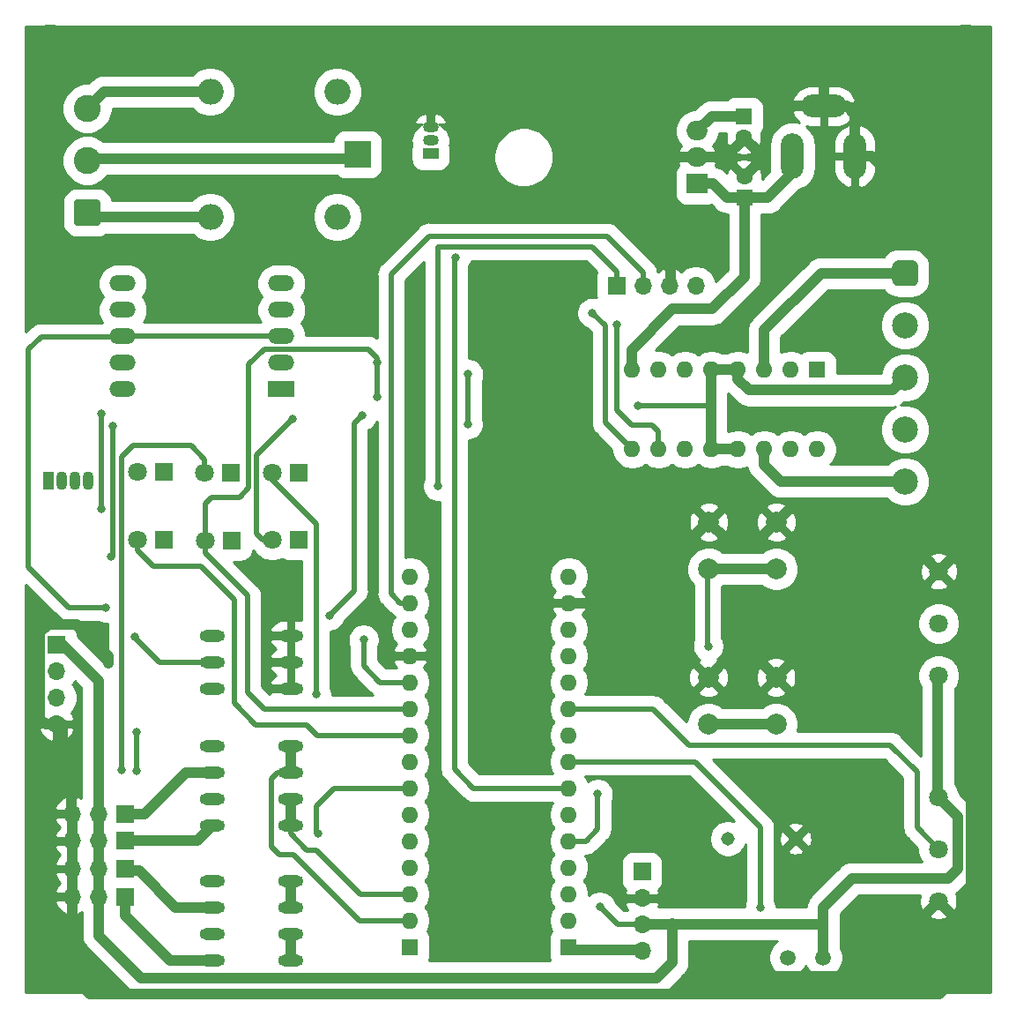
<source format=gbr>
G04 #@! TF.GenerationSoftware,KiCad,Pcbnew,(5.1.5)-3*
G04 #@! TF.CreationDate,2020-09-27T11:43:03-03:00*
G04 #@! TF.ProjectId,HARDino,48415244-696e-46f2-9e6b-696361645f70,rev?*
G04 #@! TF.SameCoordinates,Original*
G04 #@! TF.FileFunction,Copper,L2,Bot*
G04 #@! TF.FilePolarity,Positive*
%FSLAX46Y46*%
G04 Gerber Fmt 4.6, Leading zero omitted, Abs format (unit mm)*
G04 Created by KiCad (PCBNEW (5.1.5)-3) date 2020-09-27 11:43:03*
%MOMM*%
%LPD*%
G04 APERTURE LIST*
%ADD10R,2.500000X2.500000*%
%ADD11O,2.500000X2.500000*%
%ADD12C,2.600000*%
%ADD13C,0.100000*%
%ADD14O,2.440000X1.120000*%
%ADD15O,1.700000X1.700000*%
%ADD16R,1.700000X1.700000*%
%ADD17O,1.600000X1.600000*%
%ADD18R,1.600000X1.600000*%
%ADD19C,1.800000*%
%ADD20R,1.800000X1.800000*%
%ADD21O,2.184400X4.368800*%
%ADD22O,4.368800X2.184400*%
%ADD23C,2.500000*%
%ADD24R,2.000000X1.905000*%
%ADD25O,2.000000X1.905000*%
%ADD26C,2.000000*%
%ADD27C,1.308000*%
%ADD28R,2.524000X1.524000*%
%ADD29O,2.524000X1.524000*%
%ADD30C,1.500000*%
%ADD31R,1.500000X1.050000*%
%ADD32O,1.500000X1.050000*%
%ADD33O,1.070000X1.800000*%
%ADD34R,1.070000X1.800000*%
%ADD35C,1.600000*%
%ADD36C,0.800000*%
%ADD37C,5.000000*%
%ADD38C,1.000000*%
%ADD39C,0.500000*%
%ADD40C,0.254000*%
G04 APERTURE END LIST*
D10*
X48072040Y-28442920D03*
D11*
X46072040Y-22442920D03*
X33872040Y-22442920D03*
X33872040Y-34442920D03*
X46072040Y-34442920D03*
D12*
X22048480Y-24050600D03*
X22048480Y-29050600D03*
G04 #@! TA.AperFunction,ComponentPad*
D13*
G36*
X23063964Y-32801852D02*
G01*
X23089203Y-32805596D01*
X23113954Y-32811796D01*
X23137978Y-32820391D01*
X23161043Y-32831300D01*
X23182928Y-32844418D01*
X23203422Y-32859617D01*
X23222328Y-32876752D01*
X23239463Y-32895658D01*
X23254662Y-32916152D01*
X23267780Y-32938037D01*
X23278689Y-32961102D01*
X23287284Y-32985126D01*
X23293484Y-33009877D01*
X23297228Y-33035116D01*
X23298480Y-33060600D01*
X23298480Y-35040600D01*
X23297228Y-35066084D01*
X23293484Y-35091323D01*
X23287284Y-35116074D01*
X23278689Y-35140098D01*
X23267780Y-35163163D01*
X23254662Y-35185048D01*
X23239463Y-35205542D01*
X23222328Y-35224448D01*
X23203422Y-35241583D01*
X23182928Y-35256782D01*
X23161043Y-35269900D01*
X23137978Y-35280809D01*
X23113954Y-35289404D01*
X23089203Y-35295604D01*
X23063964Y-35299348D01*
X23038480Y-35300600D01*
X21058480Y-35300600D01*
X21032996Y-35299348D01*
X21007757Y-35295604D01*
X20983006Y-35289404D01*
X20958982Y-35280809D01*
X20935917Y-35269900D01*
X20914032Y-35256782D01*
X20893538Y-35241583D01*
X20874632Y-35224448D01*
X20857497Y-35205542D01*
X20842298Y-35185048D01*
X20829180Y-35163163D01*
X20818271Y-35140098D01*
X20809676Y-35116074D01*
X20803476Y-35091323D01*
X20799732Y-35066084D01*
X20798480Y-35040600D01*
X20798480Y-33060600D01*
X20799732Y-33035116D01*
X20803476Y-33009877D01*
X20809676Y-32985126D01*
X20818271Y-32961102D01*
X20829180Y-32938037D01*
X20842298Y-32916152D01*
X20857497Y-32895658D01*
X20874632Y-32876752D01*
X20893538Y-32859617D01*
X20914032Y-32844418D01*
X20935917Y-32831300D01*
X20958982Y-32820391D01*
X20983006Y-32811796D01*
X21007757Y-32805596D01*
X21032996Y-32801852D01*
X21058480Y-32800600D01*
X23038480Y-32800600D01*
X23063964Y-32801852D01*
G37*
G04 #@! TD.AperFunction*
D14*
X34115080Y-92845920D03*
X41615080Y-85225920D03*
X34115080Y-90305920D03*
X41615080Y-87765920D03*
X34115080Y-87765920D03*
X41615080Y-90305920D03*
X34115080Y-85225920D03*
X41615080Y-92845920D03*
X34116320Y-79725520D03*
X41616320Y-74645520D03*
X34116320Y-77185520D03*
X41616320Y-77185520D03*
X34116320Y-74645520D03*
X41616320Y-79725520D03*
X34101080Y-105831640D03*
X41601080Y-98211640D03*
X34101080Y-103291640D03*
X41601080Y-100751640D03*
X34101080Y-100751640D03*
X41601080Y-103291640D03*
X34101080Y-98211640D03*
X41601080Y-105831640D03*
D15*
X20608320Y-99714080D03*
X23148320Y-99714080D03*
D16*
X25688320Y-99714080D03*
D15*
X20608320Y-97036920D03*
X23148320Y-97036920D03*
D16*
X25688320Y-97036920D03*
D17*
X53079680Y-68980080D03*
X53079680Y-71520080D03*
X53079680Y-74060080D03*
X53079680Y-76600080D03*
X53079680Y-79140080D03*
X53079680Y-81680080D03*
X53079680Y-84220080D03*
X53079680Y-86760080D03*
X53079680Y-89300080D03*
X53079680Y-91840080D03*
X53079680Y-94380080D03*
X53079680Y-96920080D03*
X53079680Y-99460080D03*
X53079680Y-102000080D03*
D18*
X53079680Y-104540080D03*
D17*
X68319680Y-68975000D03*
X68319680Y-71515000D03*
X68319680Y-74055000D03*
X68319680Y-76595000D03*
X68319680Y-79135000D03*
X68319680Y-81675000D03*
X68319680Y-84215000D03*
X68319680Y-86755000D03*
X68319680Y-89295000D03*
X68319680Y-91835000D03*
X68319680Y-94375000D03*
X68319680Y-96915000D03*
X68319680Y-99455000D03*
X68319680Y-101995000D03*
D18*
X68319680Y-104535000D03*
D15*
X75356720Y-104947720D03*
X75356720Y-102407720D03*
X75356720Y-99867720D03*
D16*
X75356720Y-97327720D03*
D19*
X103835200Y-90138240D03*
X103835200Y-95138240D03*
X103835200Y-100138240D03*
X103880920Y-78482200D03*
X103880920Y-73482200D03*
X103880920Y-68482200D03*
X33381920Y-65505360D03*
D20*
X35921920Y-65505360D03*
D17*
X92180440Y-56772840D03*
X74400440Y-49152840D03*
X89640440Y-56772840D03*
X76940440Y-49152840D03*
X87100440Y-56772840D03*
X79480440Y-49152840D03*
X84560440Y-56772840D03*
X82020440Y-49152840D03*
X82020440Y-56772840D03*
X84560440Y-49152840D03*
X79480440Y-56772840D03*
X87100440Y-49152840D03*
X76940440Y-56772840D03*
X89640440Y-49152840D03*
X74400440Y-56772840D03*
D18*
X92180440Y-49152840D03*
D21*
X89820520Y-28629640D03*
X95820520Y-28629640D03*
D22*
X92820520Y-23829640D03*
D23*
X100647520Y-59862160D03*
X100647520Y-54862160D03*
X100647520Y-49862160D03*
X100647520Y-44862160D03*
G04 #@! TA.AperFunction,ComponentPad*
D13*
G36*
X101333781Y-38615170D02*
G01*
X101394451Y-38624169D01*
X101453948Y-38639072D01*
X101511697Y-38659735D01*
X101567143Y-38685959D01*
X101619751Y-38717491D01*
X101669016Y-38754028D01*
X101714462Y-38795218D01*
X101755652Y-38840664D01*
X101792189Y-38889929D01*
X101823721Y-38942537D01*
X101849945Y-38997983D01*
X101870608Y-39055732D01*
X101885511Y-39115229D01*
X101894510Y-39175899D01*
X101897520Y-39237160D01*
X101897520Y-40487160D01*
X101894510Y-40548421D01*
X101885511Y-40609091D01*
X101870608Y-40668588D01*
X101849945Y-40726337D01*
X101823721Y-40781783D01*
X101792189Y-40834391D01*
X101755652Y-40883656D01*
X101714462Y-40929102D01*
X101669016Y-40970292D01*
X101619751Y-41006829D01*
X101567143Y-41038361D01*
X101511697Y-41064585D01*
X101453948Y-41085248D01*
X101394451Y-41100151D01*
X101333781Y-41109150D01*
X101272520Y-41112160D01*
X100022520Y-41112160D01*
X99961259Y-41109150D01*
X99900589Y-41100151D01*
X99841092Y-41085248D01*
X99783343Y-41064585D01*
X99727897Y-41038361D01*
X99675289Y-41006829D01*
X99626024Y-40970292D01*
X99580578Y-40929102D01*
X99539388Y-40883656D01*
X99502851Y-40834391D01*
X99471319Y-40781783D01*
X99445095Y-40726337D01*
X99424432Y-40668588D01*
X99409529Y-40609091D01*
X99400530Y-40548421D01*
X99397520Y-40487160D01*
X99397520Y-39237160D01*
X99400530Y-39175899D01*
X99409529Y-39115229D01*
X99424432Y-39055732D01*
X99445095Y-38997983D01*
X99471319Y-38942537D01*
X99502851Y-38889929D01*
X99539388Y-38840664D01*
X99580578Y-38795218D01*
X99626024Y-38754028D01*
X99675289Y-38717491D01*
X99727897Y-38685959D01*
X99783343Y-38659735D01*
X99841092Y-38639072D01*
X99900589Y-38624169D01*
X99961259Y-38615170D01*
X100022520Y-38612160D01*
X101272520Y-38612160D01*
X101333781Y-38615170D01*
G37*
G04 #@! TD.AperFunction*
D24*
X80648840Y-31276320D03*
D25*
X80648840Y-28736320D03*
X80648840Y-26196320D03*
D26*
X88272760Y-63764160D03*
X88272760Y-68264160D03*
X81772760Y-63764160D03*
X81772760Y-68264160D03*
X88237200Y-78663800D03*
X88237200Y-83163800D03*
X81737200Y-78663800D03*
X81737200Y-83163800D03*
D15*
X80526920Y-41075640D03*
X77986920Y-41075640D03*
X75446920Y-41075640D03*
D16*
X72906920Y-41075640D03*
D27*
X83618000Y-94137480D03*
X90118000Y-94137480D03*
D28*
X40697120Y-51007040D03*
D29*
X40697120Y-48467040D03*
X40697120Y-45927040D03*
X40697120Y-43387040D03*
X40697120Y-40847040D03*
X25457120Y-40847040D03*
X25457120Y-43387040D03*
X25457120Y-45927040D03*
X25457120Y-48467040D03*
X25457120Y-51007040D03*
D30*
X92787680Y-105547160D03*
X89387680Y-105547160D03*
D31*
X55046880Y-28402280D03*
D32*
X55046880Y-25862280D03*
X55046880Y-27132280D03*
D15*
X20603240Y-94354680D03*
X23143240Y-94354680D03*
D16*
X25683240Y-94354680D03*
D15*
X19131280Y-83151980D03*
X19131280Y-80611980D03*
X19131280Y-78071980D03*
D16*
X19131280Y-75531980D03*
D15*
X20598160Y-91758800D03*
X23138160Y-91758800D03*
D16*
X25678160Y-91758800D03*
D19*
X26879520Y-58967400D03*
D20*
X29419520Y-58967400D03*
D19*
X33356520Y-58987720D03*
D20*
X35896520Y-58987720D03*
D19*
X39818280Y-58987720D03*
D20*
X42358280Y-58987720D03*
D19*
X26899840Y-65464720D03*
D20*
X29439840Y-65464720D03*
D33*
X22124640Y-59770040D03*
X20854640Y-59770040D03*
X19584640Y-59770040D03*
D34*
X18314640Y-59770040D03*
D19*
X39818280Y-65485040D03*
D20*
X42358280Y-65485040D03*
D35*
X85129400Y-26809480D03*
D18*
X85129400Y-24809480D03*
D35*
X85195440Y-30602200D03*
D18*
X85195440Y-32602200D03*
D36*
X24051260Y-77396340D03*
D37*
X18500000Y-18500000D03*
X106500000Y-18500000D03*
X106500000Y-106500000D03*
X19141440Y-105918000D03*
D36*
X80543400Y-107325160D03*
X71295260Y-100667820D03*
X24350980Y-67056000D03*
X24498300Y-54505860D03*
X72941180Y-44770040D03*
X44208700Y-93609160D03*
X44041060Y-80309720D03*
X70601840Y-43677840D03*
X58638440Y-54348380D03*
X58656220Y-49563020D03*
X57464960Y-38343840D03*
X49938940Y-51719480D03*
X49946560Y-48435260D03*
X48607980Y-75049380D03*
X41744900Y-53835300D03*
X71102220Y-89839800D03*
X81719420Y-75656440D03*
X55747920Y-60274200D03*
X23812500Y-71932800D03*
X26614120Y-74731880D03*
X86707980Y-100771960D03*
X74972810Y-52596150D03*
X48478440Y-53507640D03*
X45308520Y-72704960D03*
X25359360Y-87569040D03*
X26830020Y-83944460D03*
X26809700Y-87609680D03*
X23390860Y-62461140D03*
X23403560Y-53380640D03*
D38*
X75270360Y-104861360D02*
X75356720Y-104947720D01*
X68319680Y-104535000D02*
X68646040Y-104861360D01*
X68646040Y-104861360D02*
X75270360Y-104861360D01*
X87412800Y-32602200D02*
X85195440Y-32602200D01*
X89820520Y-28629640D02*
X89820520Y-30194480D01*
X89820520Y-30194480D02*
X87412800Y-32602200D01*
X85156040Y-32562800D02*
X85195440Y-32602200D01*
X83525360Y-32562800D02*
X85156040Y-32562800D01*
X82169000Y-31206440D02*
X83525360Y-32562800D01*
X80648840Y-31276320D02*
X82099120Y-31276320D01*
X82099120Y-31276320D02*
X82169000Y-31206440D01*
X85195440Y-40234840D02*
X85195440Y-32602200D01*
X82118200Y-43312080D02*
X85195440Y-40234840D01*
X78303120Y-43312080D02*
X82118200Y-43312080D01*
X74400440Y-49152840D02*
X74400440Y-47214760D01*
X74400440Y-47214760D02*
X78303120Y-43312080D01*
X41615080Y-85225920D02*
X41615080Y-87765920D01*
D39*
X40382160Y-87765920D02*
X41615080Y-87765920D01*
X39766240Y-88381840D02*
X40382160Y-87765920D01*
X48238440Y-102000080D02*
X41894760Y-95656400D01*
X41894760Y-95656400D02*
X40520620Y-95656400D01*
X53079680Y-102000080D02*
X48238440Y-102000080D01*
X39766240Y-94902020D02*
X39766240Y-88381840D01*
X40520620Y-95656400D02*
X39766240Y-94902020D01*
D38*
X95820520Y-24634480D02*
X95820520Y-28629640D01*
X92820520Y-23829640D02*
X95015680Y-23829640D01*
X95015680Y-23829640D02*
X95820520Y-24634480D01*
X106500000Y-18500000D02*
X106483400Y-18516600D01*
X92820520Y-18516600D02*
X92820520Y-23829640D01*
X106483400Y-18516600D02*
X92820520Y-18516600D01*
X18500000Y-18500000D02*
X106500000Y-18500000D01*
X20598160Y-91758800D02*
X20608320Y-99714080D01*
D39*
X19663440Y-83163440D02*
X19695160Y-83195160D01*
D38*
X80568800Y-107350560D02*
X80543400Y-107325160D01*
X96621600Y-107350560D02*
X80568800Y-107350560D01*
X103835200Y-100138240D02*
X103833920Y-100138240D01*
X103833920Y-100138240D02*
X96621600Y-107350560D01*
D39*
X20548600Y-104510840D02*
X19141440Y-105918000D01*
X20608320Y-99714080D02*
X20548600Y-99773800D01*
D38*
X53088600Y-76591160D02*
X53079680Y-76600080D01*
X103904460Y-109095540D02*
X106500000Y-106500000D01*
X19141440Y-105918000D02*
X22318980Y-109095540D01*
X22318980Y-109095540D02*
X103904460Y-109095540D01*
X105284260Y-101587300D02*
X103835200Y-100138240D01*
X106944160Y-101587300D02*
X105284260Y-101587300D01*
X106500000Y-106500000D02*
X106944160Y-106055840D01*
X106944160Y-106055840D02*
X106944160Y-101587300D01*
X105390940Y-101693980D02*
X103835200Y-100138240D01*
X105406820Y-66956300D02*
X107015280Y-68564760D01*
X103880920Y-68482200D02*
X105406820Y-66956300D01*
X107015280Y-68564760D02*
X107015280Y-100284280D01*
X107015280Y-100284280D02*
X105605580Y-101693980D01*
X105605580Y-101693980D02*
X105390940Y-101693980D01*
X19156680Y-105902760D02*
X19141440Y-105918000D01*
X19156680Y-102946200D02*
X19156680Y-105902760D01*
X20608320Y-99714080D02*
X20608320Y-101494560D01*
X20608320Y-101494560D02*
X19156680Y-102946200D01*
X20553680Y-89951560D02*
X20553680Y-91714320D01*
X19695160Y-83195160D02*
X19695160Y-89093040D01*
X20553680Y-91714320D02*
X20598160Y-91758800D01*
X19695160Y-89093040D02*
X20553680Y-89951560D01*
X97382360Y-28629640D02*
X95820520Y-28629640D01*
X107083860Y-38331140D02*
X97382360Y-28629640D01*
X103880920Y-68482200D02*
X107083860Y-65279260D01*
X107083860Y-65279260D02*
X107083860Y-38331140D01*
X86647160Y-65389760D02*
X88272760Y-63764160D01*
X81772760Y-63764160D02*
X83398360Y-65389760D01*
X83398360Y-65389760D02*
X86647160Y-65389760D01*
X102257860Y-66859140D02*
X103880920Y-68482200D01*
X89733260Y-62303660D02*
X99214940Y-62303660D01*
X99214940Y-62303660D02*
X102450900Y-65539620D01*
X102450900Y-65539620D02*
X102257860Y-65732660D01*
X88272760Y-63764160D02*
X89733260Y-62303660D01*
X102257860Y-65732660D02*
X102257860Y-66859140D01*
X79956660Y-65440560D02*
X81582260Y-63814960D01*
X76921360Y-65524380D02*
X79956660Y-65524380D01*
X68319680Y-71515000D02*
X70930740Y-71515000D01*
X79956660Y-65524380D02*
X79956660Y-65440560D01*
X70930740Y-71515000D02*
X76921360Y-65524380D01*
X102457260Y-67058540D02*
X103880920Y-68482200D01*
X89514680Y-71180960D02*
X93637100Y-67058540D01*
X93637100Y-67058540D02*
X102457260Y-67058540D01*
X88237200Y-78663800D02*
X89514680Y-77386320D01*
X89514680Y-77386320D02*
X89514680Y-71180960D01*
X86073120Y-76499720D02*
X88237200Y-78663800D01*
X81737200Y-78663800D02*
X83901280Y-76499720D01*
X83901280Y-76499720D02*
X86073120Y-76499720D01*
X89896320Y-23829640D02*
X92820520Y-23829640D01*
X86552020Y-28232100D02*
X86654640Y-28232100D01*
X85129400Y-26809480D02*
X86552020Y-28232100D01*
X86654640Y-28232100D02*
X87218520Y-27668220D01*
X87218520Y-27668220D02*
X87218520Y-26507440D01*
X87218520Y-26507440D02*
X89896320Y-23829640D01*
X86733380Y-28413460D02*
X85129400Y-26809480D01*
X85195440Y-30602200D02*
X86733380Y-29064260D01*
X86733380Y-29064260D02*
X86733380Y-28413460D01*
X83374200Y-28736320D02*
X80648840Y-28736320D01*
X85129400Y-26809480D02*
X85129400Y-26981120D01*
X85129400Y-26981120D02*
X83374200Y-28736320D01*
X78319600Y-28736320D02*
X80648840Y-28736320D01*
X78089760Y-28966160D02*
X78319600Y-28736320D01*
X77986920Y-41075640D02*
X78089760Y-40972800D01*
X78089760Y-40972800D02*
X78089760Y-28966160D01*
X21013420Y-73571100D02*
X24051260Y-76608940D01*
X17515840Y-74378820D02*
X18323560Y-73571100D01*
X19663440Y-83163440D02*
X18063240Y-83163440D01*
X17515840Y-82616040D02*
X17515840Y-74378820D01*
X24051260Y-76608940D02*
X24051260Y-77348080D01*
X18063240Y-83163440D02*
X17515840Y-82616040D01*
X18323560Y-73571100D02*
X21013420Y-73571100D01*
D39*
X48332420Y-99460080D02*
X53079680Y-99460080D01*
X41615080Y-92845920D02*
X41615080Y-93662220D01*
X41615080Y-93662220D02*
X43180000Y-95227140D01*
X43180000Y-95227140D02*
X44099480Y-95227140D01*
X44099480Y-95227140D02*
X48332420Y-99460080D01*
D38*
X41615080Y-90305920D02*
X41615080Y-92845920D01*
X41601080Y-105831640D02*
X41601080Y-103291640D01*
X80651320Y-26196320D02*
X80648840Y-26196320D01*
X82052160Y-24795480D02*
X80651320Y-26196320D01*
X85129400Y-24809480D02*
X85115400Y-24795480D01*
X85115400Y-24795480D02*
X82052160Y-24795480D01*
X23138160Y-91758800D02*
X23148320Y-99714080D01*
D39*
X92787680Y-105547160D02*
X92787680Y-105017360D01*
D38*
X105709720Y-92012760D02*
X105709720Y-97007680D01*
X103835200Y-90138240D02*
X105709720Y-92012760D01*
X104739440Y-97977960D02*
X95529400Y-97977960D01*
X105709720Y-97007680D02*
X104739440Y-97977960D01*
X92787680Y-100719680D02*
X92787680Y-105547160D01*
X95529400Y-97977960D02*
X92787680Y-100719680D01*
X92787680Y-105547160D02*
X92787680Y-102331520D01*
X75432920Y-102331520D02*
X75356720Y-102407720D01*
X92787680Y-102331520D02*
X75432920Y-102331520D01*
D39*
X103784400Y-90087440D02*
X103835200Y-90138240D01*
X103880920Y-78482200D02*
X103784400Y-78578720D01*
D38*
X103784400Y-78578720D02*
X103784400Y-90087440D01*
D39*
X73025000Y-102407720D02*
X75356720Y-102407720D01*
X71295260Y-100667820D02*
X71295260Y-100677980D01*
X71295260Y-100677980D02*
X73025000Y-102407720D01*
D38*
X78267560Y-102301040D02*
X78160880Y-102407720D01*
X78160880Y-102407720D02*
X75356720Y-102407720D01*
X23154640Y-99720400D02*
X23154640Y-103428800D01*
X23154640Y-103428800D02*
X27228800Y-107502960D01*
X78267560Y-106022140D02*
X78267560Y-102301040D01*
X27228800Y-107502960D02*
X76786740Y-107502960D01*
X23148320Y-99714080D02*
X23154640Y-99720400D01*
X76786740Y-107502960D02*
X78267560Y-106022140D01*
X23126700Y-79006700D02*
X23126700Y-91747340D01*
X23126700Y-91747340D02*
X23138160Y-91758800D01*
X19131280Y-75531980D02*
X19651980Y-75531980D01*
X19651980Y-75531980D02*
X23126700Y-79006700D01*
D39*
X24500840Y-66906140D02*
X24350980Y-67056000D01*
X24498300Y-56761380D02*
X24500840Y-56763920D01*
X24500840Y-56763920D02*
X24500840Y-66906140D01*
X24498300Y-54505860D02*
X24498300Y-56761380D01*
X74419460Y-54465220D02*
X76339700Y-54465220D01*
X72931020Y-52976780D02*
X74419460Y-54465220D01*
X76940440Y-55065960D02*
X76940440Y-56772840D01*
X72931020Y-44780200D02*
X72931020Y-52976780D01*
X72941180Y-44770040D02*
X72931020Y-44780200D01*
X76339700Y-54465220D02*
X76940440Y-55065960D01*
X101777800Y-93080840D02*
X103835200Y-95138240D01*
X79910940Y-85163660D02*
X99212400Y-85163660D01*
X99212400Y-85163660D02*
X101777800Y-87729060D01*
X68319680Y-81675000D02*
X76422280Y-81675000D01*
X76422280Y-81675000D02*
X79910940Y-85163660D01*
X101777800Y-87729060D02*
X101777800Y-93080840D01*
D38*
X41601080Y-98211640D02*
X41601080Y-100751640D01*
D39*
X44089320Y-90987880D02*
X44089320Y-93451680D01*
X53079680Y-89300080D02*
X45777120Y-89300080D01*
X45777120Y-89300080D02*
X44089320Y-90987880D01*
X39818280Y-58987720D02*
X39818280Y-59726800D01*
X44041060Y-63949580D02*
X44041060Y-80309720D01*
X39818280Y-59726800D02*
X44041060Y-63949580D01*
X44041060Y-80309720D02*
X44041060Y-80309720D01*
X71831200Y-54203600D02*
X74400440Y-56772840D01*
X70601840Y-43677840D02*
X71831200Y-44907200D01*
X71831200Y-44907200D02*
X71831200Y-54203600D01*
X44141420Y-84220080D02*
X53079680Y-84220080D01*
X43141900Y-83220560D02*
X44141420Y-84220080D01*
X38267640Y-83220560D02*
X43141900Y-83220560D01*
X36195000Y-81147920D02*
X38267640Y-83220560D01*
X26899840Y-66490820D02*
X28412440Y-68003420D01*
X32969200Y-68003420D02*
X36195000Y-71229220D01*
X26899840Y-65464720D02*
X26899840Y-66490820D01*
X28412440Y-68003420D02*
X32969200Y-68003420D01*
X36195000Y-71229220D02*
X36195000Y-81147920D01*
X58658760Y-54328060D02*
X58638440Y-54348380D01*
X58658760Y-49565560D02*
X58658760Y-54328060D01*
X58656220Y-49563020D02*
X58658760Y-49565560D01*
X59168060Y-89295000D02*
X68319680Y-89295000D01*
X57322720Y-87449660D02*
X59168060Y-89295000D01*
X57464960Y-38343840D02*
X57322720Y-38486080D01*
X57322720Y-38486080D02*
X57322720Y-87449660D01*
X49938940Y-48442880D02*
X49938940Y-51719480D01*
X49946560Y-48435260D02*
X49938940Y-48442880D01*
X33381920Y-66757520D02*
X33381920Y-65505360D01*
X53065740Y-81694020D02*
X39042340Y-81694020D01*
X37426900Y-80078580D02*
X37426900Y-70802500D01*
X53079680Y-81680080D02*
X53065740Y-81694020D01*
X37426900Y-70802500D02*
X33381920Y-66757520D01*
X39042340Y-81694020D02*
X37426900Y-80078580D01*
X49946560Y-48046640D02*
X49946560Y-48435260D01*
X49077880Y-47177960D02*
X49946560Y-48046640D01*
X39049960Y-47177960D02*
X49077880Y-47177960D01*
X37584380Y-48643540D02*
X39049960Y-47177960D01*
X34005520Y-61363860D02*
X36695380Y-61363860D01*
X33381920Y-61987460D02*
X34005520Y-61363860D01*
X33381920Y-65505360D02*
X33381920Y-61987460D01*
X36695380Y-61363860D02*
X37584380Y-60474860D01*
X37584380Y-60474860D02*
X37584380Y-48643540D01*
X38947120Y-65485040D02*
X39818280Y-65485040D01*
X41744900Y-53835300D02*
X41554400Y-54025800D01*
X41554400Y-54096920D02*
X38323520Y-57327800D01*
X38323520Y-64861440D02*
X38947120Y-65485040D01*
X41554400Y-54025800D02*
X41554400Y-54096920D01*
X38323520Y-57327800D02*
X38323520Y-64861440D01*
X50191700Y-79140080D02*
X53079680Y-79140080D01*
X48607980Y-75049380D02*
X48607980Y-77556360D01*
X48607980Y-77556360D02*
X50191700Y-79140080D01*
D38*
X88272760Y-68264160D02*
X81772760Y-68264160D01*
D39*
X71107300Y-89844880D02*
X71107300Y-93223080D01*
X69955380Y-94375000D02*
X68319680Y-94375000D01*
X71102220Y-89839800D02*
X71107300Y-89844880D01*
X71107300Y-93223080D02*
X69955380Y-94375000D01*
X81671160Y-68365760D02*
X81772760Y-68264160D01*
X81671160Y-75608180D02*
X81671160Y-68365760D01*
X81719420Y-75656440D02*
X81671160Y-75608180D01*
D38*
X81737200Y-83163800D02*
X88237200Y-83163800D01*
D39*
X75446920Y-39765000D02*
X75446920Y-41075640D01*
X71996300Y-36314380D02*
X75446920Y-39765000D01*
X52137340Y-71520080D02*
X51249580Y-70632320D01*
X53079680Y-71520080D02*
X52137340Y-71520080D01*
X51249580Y-70632320D02*
X51249580Y-39971980D01*
X51249580Y-39971980D02*
X54907180Y-36314380D01*
X54907180Y-36314380D02*
X71996300Y-36314380D01*
X72906920Y-39676100D02*
X72906920Y-41075640D01*
X70561200Y-37330380D02*
X72906920Y-39676100D01*
X55758080Y-37330380D02*
X70561200Y-37330380D01*
X55747920Y-60274200D02*
X55758080Y-60264040D01*
X55758080Y-60264040D02*
X55758080Y-37330380D01*
X40697120Y-45927040D02*
X25457120Y-45927040D01*
X23812500Y-71932800D02*
X23812500Y-71932800D01*
X16423640Y-47183040D02*
X16423640Y-68061840D01*
X20294600Y-71932800D02*
X20518120Y-71932800D01*
X16423640Y-68061840D02*
X20294600Y-71932800D01*
X20518120Y-71932800D02*
X23812500Y-71932800D01*
X17627600Y-45979080D02*
X16423640Y-47183040D01*
X25405080Y-45979080D02*
X17627600Y-45979080D01*
X25457120Y-45927040D02*
X25405080Y-45979080D01*
X28989020Y-77185520D02*
X34116320Y-77185520D01*
X26621740Y-74818240D02*
X28989020Y-77185520D01*
D38*
X25678160Y-91758800D02*
X25735280Y-91701680D01*
X31548040Y-87765920D02*
X34115080Y-87765920D01*
X25678160Y-91758800D02*
X27555160Y-91758800D01*
X27555160Y-91758800D02*
X31548040Y-87765920D01*
X25683240Y-94354680D02*
X25717560Y-94320360D01*
X25683240Y-94354680D02*
X25692160Y-94345760D01*
X32615240Y-94345760D02*
X34115080Y-92845920D01*
X25692160Y-94345760D02*
X32615240Y-94345760D01*
D39*
X86707980Y-93019880D02*
X86707980Y-100771960D01*
X68319680Y-86755000D02*
X80443100Y-86755000D01*
X80443100Y-86755000D02*
X86707980Y-93019880D01*
D38*
X82020440Y-49152840D02*
X84560440Y-49152840D01*
X82020440Y-49152840D02*
X82020440Y-56772840D01*
X82020440Y-56772840D02*
X84560440Y-56772840D01*
X84560440Y-50039300D02*
X84560440Y-49152840D01*
X85608160Y-51087020D02*
X84560440Y-50039300D01*
X100647520Y-49862160D02*
X99422660Y-51087020D01*
X99422660Y-51087020D02*
X85608160Y-51087020D01*
D39*
X82020440Y-52596150D02*
X74972810Y-52596150D01*
X82020440Y-56772840D02*
X82020440Y-52596150D01*
X47726600Y-70350380D02*
X47726600Y-54259480D01*
X45372020Y-72704960D02*
X47726600Y-70350380D01*
X45308520Y-72704960D02*
X45372020Y-72704960D01*
X47726600Y-54259480D02*
X48478440Y-53507640D01*
D38*
X23656160Y-22442920D02*
X33872040Y-22442920D01*
X22048480Y-24050600D02*
X23656160Y-22442920D01*
X47670720Y-28844240D02*
X48072040Y-28442920D01*
X22048480Y-29050600D02*
X22254840Y-28844240D01*
X22254840Y-28844240D02*
X47670720Y-28844240D01*
X22496160Y-34498280D02*
X22048480Y-34050600D01*
X33872040Y-34442920D02*
X33816680Y-34498280D01*
X33816680Y-34498280D02*
X22496160Y-34498280D01*
X87096600Y-56776680D02*
X87100440Y-56772840D01*
X88681560Y-59837320D02*
X87096600Y-58252360D01*
X87096600Y-58252360D02*
X87096600Y-56776680D01*
X100647520Y-59862160D02*
X100622680Y-59837320D01*
X100622680Y-59837320D02*
X88681560Y-59837320D01*
X92583600Y-39862160D02*
X100647520Y-39862160D01*
X87100440Y-49152840D02*
X87100440Y-45345320D01*
X87100440Y-45345320D02*
X92583600Y-39862160D01*
D39*
X32054800Y-56421020D02*
X33356520Y-57722740D01*
X26438860Y-56421020D02*
X32054800Y-56421020D01*
X25382220Y-57477660D02*
X26438860Y-56421020D01*
X33356520Y-57722740D02*
X33356520Y-58987720D01*
X25382220Y-63113920D02*
X25382220Y-57477660D01*
X25374600Y-63121540D02*
X25382220Y-63113920D01*
X25359360Y-87569040D02*
X25344120Y-87553800D01*
X25344120Y-87553800D02*
X25344120Y-69265800D01*
X25344120Y-69265800D02*
X25374600Y-69235320D01*
X25374600Y-69235320D02*
X25374600Y-63121540D01*
D38*
X25688320Y-97036920D02*
X25816560Y-97165160D01*
X25816560Y-97165160D02*
X26944320Y-97165160D01*
X30561280Y-100751640D02*
X34101080Y-100751640D01*
X27035760Y-97226120D02*
X30561280Y-100751640D01*
X25688320Y-99714080D02*
X25688320Y-100064600D01*
X30017720Y-105831640D02*
X34101080Y-105831640D01*
X25688320Y-99714080D02*
X25688320Y-101502240D01*
X25688320Y-101502240D02*
X30017720Y-105831640D01*
D39*
X26784300Y-83990180D02*
X26830020Y-83944460D01*
X26809700Y-87609680D02*
X26784300Y-87584280D01*
X26784300Y-87584280D02*
X26784300Y-83990180D01*
X23403560Y-53380640D02*
X23390860Y-62461140D01*
D40*
G36*
X19273083Y-72858655D02*
G01*
X19316203Y-72911197D01*
X19525879Y-73083273D01*
X19765095Y-73211137D01*
X20024661Y-73289875D01*
X20226960Y-73309800D01*
X20226962Y-73309800D01*
X20294599Y-73316462D01*
X20362236Y-73309800D01*
X23146628Y-73309800D01*
X23367090Y-73401119D01*
X23662104Y-73459800D01*
X23962896Y-73459800D01*
X23967121Y-73458960D01*
X23967121Y-77546195D01*
X21113733Y-74692808D01*
X21113733Y-74681980D01*
X21091973Y-74461049D01*
X21027530Y-74248609D01*
X20922880Y-74052823D01*
X20782045Y-73881215D01*
X20610437Y-73740380D01*
X20414651Y-73635730D01*
X20202211Y-73571287D01*
X19981280Y-73549527D01*
X18281280Y-73549527D01*
X18060349Y-73571287D01*
X17847909Y-73635730D01*
X17652123Y-73740380D01*
X17480515Y-73881215D01*
X17339680Y-74052823D01*
X17235030Y-74248609D01*
X17170587Y-74461049D01*
X17148827Y-74681980D01*
X17148827Y-76381980D01*
X17170587Y-76602911D01*
X17235030Y-76815351D01*
X17339680Y-77011137D01*
X17407322Y-77093559D01*
X17379285Y-77135519D01*
X17230255Y-77495310D01*
X17154280Y-77877262D01*
X17154280Y-78266698D01*
X17230255Y-78648650D01*
X17379285Y-79008441D01*
X17595644Y-79332244D01*
X17605380Y-79341980D01*
X17595644Y-79351716D01*
X17379285Y-79675519D01*
X17230255Y-80035310D01*
X17154280Y-80417262D01*
X17154280Y-80806698D01*
X17230255Y-81188650D01*
X17379285Y-81548441D01*
X17595644Y-81872244D01*
X17754819Y-82031419D01*
X17738896Y-82047886D01*
X17550252Y-82340741D01*
X17439701Y-82607657D01*
X17610337Y-82878980D01*
X18858280Y-82878980D01*
X18858280Y-82858980D01*
X19404280Y-82858980D01*
X19404280Y-82878980D01*
X20652223Y-82878980D01*
X20822859Y-82607657D01*
X20712308Y-82340741D01*
X20523664Y-82047886D01*
X20507741Y-82031419D01*
X20666916Y-81872244D01*
X20883275Y-81548441D01*
X21032305Y-81188650D01*
X21108280Y-80806698D01*
X21108280Y-80417262D01*
X21032305Y-80035310D01*
X20883275Y-79675519D01*
X20666916Y-79351716D01*
X20657180Y-79341980D01*
X20666916Y-79332244D01*
X20860941Y-79041866D01*
X21499700Y-79680626D01*
X21499701Y-90235940D01*
X21409399Y-90177772D01*
X21142483Y-90067221D01*
X20871160Y-90237857D01*
X20871160Y-91485800D01*
X20891160Y-91485800D01*
X20891160Y-92031800D01*
X20871160Y-92031800D01*
X20871160Y-93279743D01*
X20876240Y-93282938D01*
X20876240Y-94081680D01*
X20896240Y-94081680D01*
X20896240Y-94627680D01*
X20876240Y-94627680D01*
X20876240Y-95875623D01*
X20881320Y-95878818D01*
X20881320Y-96763920D01*
X20901320Y-96763920D01*
X20901320Y-97309920D01*
X20881320Y-97309920D01*
X20881320Y-99441080D01*
X20901320Y-99441080D01*
X20901320Y-99987080D01*
X20881320Y-99987080D01*
X20881320Y-101235023D01*
X21152643Y-101405659D01*
X21419559Y-101295108D01*
X21527640Y-101225487D01*
X21527641Y-103348876D01*
X21519769Y-103428800D01*
X21527641Y-103508725D01*
X21551183Y-103747748D01*
X21564419Y-103791382D01*
X21644216Y-104054438D01*
X21795294Y-104337085D01*
X21947662Y-104522747D01*
X21947666Y-104522751D01*
X21998612Y-104584829D01*
X22060690Y-104635775D01*
X26021825Y-108596911D01*
X26072771Y-108658989D01*
X26134849Y-108709935D01*
X26134852Y-108709938D01*
X26303081Y-108847999D01*
X26305573Y-108850045D01*
X16152000Y-108850293D01*
X16152000Y-100258404D01*
X18916732Y-100258404D01*
X19055428Y-100577957D01*
X19253800Y-100864312D01*
X19504226Y-101106464D01*
X19797081Y-101295108D01*
X20063997Y-101405659D01*
X20335320Y-101235023D01*
X20335320Y-99987080D01*
X19084157Y-99987080D01*
X18916732Y-100258404D01*
X16152000Y-100258404D01*
X16152000Y-97581244D01*
X18916732Y-97581244D01*
X19055428Y-97900797D01*
X19253800Y-98187152D01*
X19448584Y-98375500D01*
X19253800Y-98563848D01*
X19055428Y-98850203D01*
X18916732Y-99169756D01*
X19084157Y-99441080D01*
X20335320Y-99441080D01*
X20335320Y-97309920D01*
X19084157Y-97309920D01*
X18916732Y-97581244D01*
X16152000Y-97581244D01*
X16152000Y-94899004D01*
X18911652Y-94899004D01*
X19050348Y-95218557D01*
X19248720Y-95504912D01*
X19448670Y-95698256D01*
X19253800Y-95886688D01*
X19055428Y-96173043D01*
X18916732Y-96492596D01*
X19084157Y-96763920D01*
X20335320Y-96763920D01*
X20335320Y-95515977D01*
X20330240Y-95512782D01*
X20330240Y-94627680D01*
X19079077Y-94627680D01*
X18911652Y-94899004D01*
X16152000Y-94899004D01*
X16152000Y-92303124D01*
X18906572Y-92303124D01*
X19045268Y-92622677D01*
X19243640Y-92909032D01*
X19398935Y-93059196D01*
X19248720Y-93204448D01*
X19050348Y-93490803D01*
X18911652Y-93810356D01*
X19079077Y-94081680D01*
X20330240Y-94081680D01*
X20330240Y-92833737D01*
X20325160Y-92830542D01*
X20325160Y-92031800D01*
X19073997Y-92031800D01*
X18906572Y-92303124D01*
X16152000Y-92303124D01*
X16152000Y-91214476D01*
X18906572Y-91214476D01*
X19073997Y-91485800D01*
X20325160Y-91485800D01*
X20325160Y-90237857D01*
X20053837Y-90067221D01*
X19786921Y-90177772D01*
X19494066Y-90366416D01*
X19243640Y-90608568D01*
X19045268Y-90894923D01*
X18906572Y-91214476D01*
X16152000Y-91214476D01*
X16152000Y-83696303D01*
X17439701Y-83696303D01*
X17550252Y-83963219D01*
X17738896Y-84256074D01*
X17981048Y-84506500D01*
X18267403Y-84704872D01*
X18586956Y-84843568D01*
X18858280Y-84676143D01*
X18858280Y-83424980D01*
X19404280Y-83424980D01*
X19404280Y-84676143D01*
X19675604Y-84843568D01*
X19995157Y-84704872D01*
X20281512Y-84506500D01*
X20523664Y-84256074D01*
X20712308Y-83963219D01*
X20822859Y-83696303D01*
X20652223Y-83424980D01*
X19404280Y-83424980D01*
X18858280Y-83424980D01*
X17610337Y-83424980D01*
X17439701Y-83696303D01*
X16152000Y-83696303D01*
X16152000Y-69737571D01*
X19273083Y-72858655D01*
G37*
X19273083Y-72858655D02*
X19316203Y-72911197D01*
X19525879Y-73083273D01*
X19765095Y-73211137D01*
X20024661Y-73289875D01*
X20226960Y-73309800D01*
X20226962Y-73309800D01*
X20294599Y-73316462D01*
X20362236Y-73309800D01*
X23146628Y-73309800D01*
X23367090Y-73401119D01*
X23662104Y-73459800D01*
X23962896Y-73459800D01*
X23967121Y-73458960D01*
X23967121Y-77546195D01*
X21113733Y-74692808D01*
X21113733Y-74681980D01*
X21091973Y-74461049D01*
X21027530Y-74248609D01*
X20922880Y-74052823D01*
X20782045Y-73881215D01*
X20610437Y-73740380D01*
X20414651Y-73635730D01*
X20202211Y-73571287D01*
X19981280Y-73549527D01*
X18281280Y-73549527D01*
X18060349Y-73571287D01*
X17847909Y-73635730D01*
X17652123Y-73740380D01*
X17480515Y-73881215D01*
X17339680Y-74052823D01*
X17235030Y-74248609D01*
X17170587Y-74461049D01*
X17148827Y-74681980D01*
X17148827Y-76381980D01*
X17170587Y-76602911D01*
X17235030Y-76815351D01*
X17339680Y-77011137D01*
X17407322Y-77093559D01*
X17379285Y-77135519D01*
X17230255Y-77495310D01*
X17154280Y-77877262D01*
X17154280Y-78266698D01*
X17230255Y-78648650D01*
X17379285Y-79008441D01*
X17595644Y-79332244D01*
X17605380Y-79341980D01*
X17595644Y-79351716D01*
X17379285Y-79675519D01*
X17230255Y-80035310D01*
X17154280Y-80417262D01*
X17154280Y-80806698D01*
X17230255Y-81188650D01*
X17379285Y-81548441D01*
X17595644Y-81872244D01*
X17754819Y-82031419D01*
X17738896Y-82047886D01*
X17550252Y-82340741D01*
X17439701Y-82607657D01*
X17610337Y-82878980D01*
X18858280Y-82878980D01*
X18858280Y-82858980D01*
X19404280Y-82858980D01*
X19404280Y-82878980D01*
X20652223Y-82878980D01*
X20822859Y-82607657D01*
X20712308Y-82340741D01*
X20523664Y-82047886D01*
X20507741Y-82031419D01*
X20666916Y-81872244D01*
X20883275Y-81548441D01*
X21032305Y-81188650D01*
X21108280Y-80806698D01*
X21108280Y-80417262D01*
X21032305Y-80035310D01*
X20883275Y-79675519D01*
X20666916Y-79351716D01*
X20657180Y-79341980D01*
X20666916Y-79332244D01*
X20860941Y-79041866D01*
X21499700Y-79680626D01*
X21499701Y-90235940D01*
X21409399Y-90177772D01*
X21142483Y-90067221D01*
X20871160Y-90237857D01*
X20871160Y-91485800D01*
X20891160Y-91485800D01*
X20891160Y-92031800D01*
X20871160Y-92031800D01*
X20871160Y-93279743D01*
X20876240Y-93282938D01*
X20876240Y-94081680D01*
X20896240Y-94081680D01*
X20896240Y-94627680D01*
X20876240Y-94627680D01*
X20876240Y-95875623D01*
X20881320Y-95878818D01*
X20881320Y-96763920D01*
X20901320Y-96763920D01*
X20901320Y-97309920D01*
X20881320Y-97309920D01*
X20881320Y-99441080D01*
X20901320Y-99441080D01*
X20901320Y-99987080D01*
X20881320Y-99987080D01*
X20881320Y-101235023D01*
X21152643Y-101405659D01*
X21419559Y-101295108D01*
X21527640Y-101225487D01*
X21527641Y-103348876D01*
X21519769Y-103428800D01*
X21527641Y-103508725D01*
X21551183Y-103747748D01*
X21564419Y-103791382D01*
X21644216Y-104054438D01*
X21795294Y-104337085D01*
X21947662Y-104522747D01*
X21947666Y-104522751D01*
X21998612Y-104584829D01*
X22060690Y-104635775D01*
X26021825Y-108596911D01*
X26072771Y-108658989D01*
X26134849Y-108709935D01*
X26134852Y-108709938D01*
X26303081Y-108847999D01*
X26305573Y-108850045D01*
X16152000Y-108850293D01*
X16152000Y-100258404D01*
X18916732Y-100258404D01*
X19055428Y-100577957D01*
X19253800Y-100864312D01*
X19504226Y-101106464D01*
X19797081Y-101295108D01*
X20063997Y-101405659D01*
X20335320Y-101235023D01*
X20335320Y-99987080D01*
X19084157Y-99987080D01*
X18916732Y-100258404D01*
X16152000Y-100258404D01*
X16152000Y-97581244D01*
X18916732Y-97581244D01*
X19055428Y-97900797D01*
X19253800Y-98187152D01*
X19448584Y-98375500D01*
X19253800Y-98563848D01*
X19055428Y-98850203D01*
X18916732Y-99169756D01*
X19084157Y-99441080D01*
X20335320Y-99441080D01*
X20335320Y-97309920D01*
X19084157Y-97309920D01*
X18916732Y-97581244D01*
X16152000Y-97581244D01*
X16152000Y-94899004D01*
X18911652Y-94899004D01*
X19050348Y-95218557D01*
X19248720Y-95504912D01*
X19448670Y-95698256D01*
X19253800Y-95886688D01*
X19055428Y-96173043D01*
X18916732Y-96492596D01*
X19084157Y-96763920D01*
X20335320Y-96763920D01*
X20335320Y-95515977D01*
X20330240Y-95512782D01*
X20330240Y-94627680D01*
X19079077Y-94627680D01*
X18911652Y-94899004D01*
X16152000Y-94899004D01*
X16152000Y-92303124D01*
X18906572Y-92303124D01*
X19045268Y-92622677D01*
X19243640Y-92909032D01*
X19398935Y-93059196D01*
X19248720Y-93204448D01*
X19050348Y-93490803D01*
X18911652Y-93810356D01*
X19079077Y-94081680D01*
X20330240Y-94081680D01*
X20330240Y-92833737D01*
X20325160Y-92830542D01*
X20325160Y-92031800D01*
X19073997Y-92031800D01*
X18906572Y-92303124D01*
X16152000Y-92303124D01*
X16152000Y-91214476D01*
X18906572Y-91214476D01*
X19073997Y-91485800D01*
X20325160Y-91485800D01*
X20325160Y-90237857D01*
X20053837Y-90067221D01*
X19786921Y-90177772D01*
X19494066Y-90366416D01*
X19243640Y-90608568D01*
X19045268Y-90894923D01*
X18906572Y-91214476D01*
X16152000Y-91214476D01*
X16152000Y-83696303D01*
X17439701Y-83696303D01*
X17550252Y-83963219D01*
X17738896Y-84256074D01*
X17981048Y-84506500D01*
X18267403Y-84704872D01*
X18586956Y-84843568D01*
X18858280Y-84676143D01*
X18858280Y-83424980D01*
X19404280Y-83424980D01*
X19404280Y-84676143D01*
X19675604Y-84843568D01*
X19995157Y-84704872D01*
X20281512Y-84506500D01*
X20523664Y-84256074D01*
X20712308Y-83963219D01*
X20822859Y-83696303D01*
X20652223Y-83424980D01*
X19404280Y-83424980D01*
X18858280Y-83424980D01*
X17610337Y-83424980D01*
X17439701Y-83696303D01*
X16152000Y-83696303D01*
X16152000Y-69737571D01*
X19273083Y-72858655D01*
G36*
X108848000Y-108848029D02*
G01*
X77711497Y-108848789D01*
X77942769Y-108658989D01*
X77993719Y-108596906D01*
X79361512Y-107229114D01*
X79423589Y-107178169D01*
X79474535Y-107116091D01*
X79474538Y-107116088D01*
X79626906Y-106930426D01*
X79655292Y-106877320D01*
X79777985Y-106647778D01*
X79871018Y-106341088D01*
X79894560Y-106102065D01*
X79894560Y-106102064D01*
X79902432Y-106022140D01*
X79894560Y-105942215D01*
X79894560Y-103958520D01*
X88386737Y-103958520D01*
X88191162Y-104089199D01*
X87929719Y-104350642D01*
X87724304Y-104658067D01*
X87582812Y-104999659D01*
X87510680Y-105362292D01*
X87510680Y-105732028D01*
X87582812Y-106094661D01*
X87724304Y-106436253D01*
X87929719Y-106743678D01*
X88191162Y-107005121D01*
X88498587Y-107210536D01*
X88840179Y-107352028D01*
X89202812Y-107424160D01*
X89572548Y-107424160D01*
X89935181Y-107352028D01*
X90276773Y-107210536D01*
X90584198Y-107005121D01*
X90845641Y-106743678D01*
X91051056Y-106436253D01*
X91087680Y-106347835D01*
X91124304Y-106436253D01*
X91329719Y-106743678D01*
X91591162Y-107005121D01*
X91898587Y-107210536D01*
X92240179Y-107352028D01*
X92602812Y-107424160D01*
X92972548Y-107424160D01*
X93335181Y-107352028D01*
X93676773Y-107210536D01*
X93984198Y-107005121D01*
X94245641Y-106743678D01*
X94451056Y-106436253D01*
X94592548Y-106094661D01*
X94664680Y-105732028D01*
X94664680Y-105362292D01*
X94592548Y-104999659D01*
X94451056Y-104658067D01*
X94414680Y-104603627D01*
X94414680Y-102411445D01*
X94422552Y-102331520D01*
X94414680Y-102251595D01*
X94414680Y-101448995D01*
X102910525Y-101448995D01*
X102988980Y-101767417D01*
X103323076Y-101901201D01*
X103676853Y-101967237D01*
X104036716Y-101962986D01*
X104388834Y-101888610D01*
X104681420Y-101767417D01*
X104759875Y-101448995D01*
X103835200Y-100524320D01*
X102910525Y-101448995D01*
X94414680Y-101448995D01*
X94414680Y-101393605D01*
X96203325Y-99604960D01*
X102080711Y-99604960D01*
X102072239Y-99626116D01*
X102006203Y-99979893D01*
X102010454Y-100339756D01*
X102084830Y-100691874D01*
X102206023Y-100984460D01*
X102524445Y-101062915D01*
X103449120Y-100138240D01*
X103434978Y-100124098D01*
X103821058Y-99738018D01*
X103835200Y-99752160D01*
X103849343Y-99738018D01*
X104235423Y-100124098D01*
X104221280Y-100138240D01*
X105145955Y-101062915D01*
X105464377Y-100984460D01*
X105598161Y-100650364D01*
X105664197Y-100296587D01*
X105659946Y-99936724D01*
X105585570Y-99584606D01*
X105512970Y-99409335D01*
X105647726Y-99337306D01*
X105895469Y-99133989D01*
X105946420Y-99071905D01*
X106803665Y-98214660D01*
X106865749Y-98163709D01*
X107069066Y-97915966D01*
X107220145Y-97633318D01*
X107313178Y-97326628D01*
X107336720Y-97087605D01*
X107336720Y-97087595D01*
X107344591Y-97007681D01*
X107336720Y-96927766D01*
X107336720Y-92092685D01*
X107344592Y-92012760D01*
X107313178Y-91693812D01*
X107259659Y-91517384D01*
X107220145Y-91387122D01*
X107069066Y-91104474D01*
X106865749Y-90856731D01*
X106803667Y-90805782D01*
X105843755Y-89845870D01*
X105784304Y-89546986D01*
X105631504Y-89178095D01*
X105411400Y-88848686D01*
X105411400Y-79818331D01*
X105455394Y-79774337D01*
X105677224Y-79442345D01*
X105830024Y-79073454D01*
X105907920Y-78681842D01*
X105907920Y-78282558D01*
X105830024Y-77890946D01*
X105677224Y-77522055D01*
X105455394Y-77190063D01*
X105173057Y-76907726D01*
X104841065Y-76685896D01*
X104472174Y-76533096D01*
X104080562Y-76455200D01*
X103681278Y-76455200D01*
X103289666Y-76533096D01*
X102920775Y-76685896D01*
X102588783Y-76907726D01*
X102306446Y-77190063D01*
X102084616Y-77522055D01*
X101931816Y-77890946D01*
X101853920Y-78282558D01*
X101853920Y-78681842D01*
X101931816Y-79073454D01*
X102084616Y-79442345D01*
X102157400Y-79551274D01*
X102157401Y-86161289D01*
X100233921Y-84237810D01*
X100190797Y-84185263D01*
X99981121Y-84013187D01*
X99741905Y-83885323D01*
X99482339Y-83806585D01*
X99280040Y-83786660D01*
X99212400Y-83779998D01*
X99144760Y-83786660D01*
X90281452Y-83786660D01*
X90282461Y-83784223D01*
X90364200Y-83373291D01*
X90364200Y-82954309D01*
X90282461Y-82543377D01*
X90122123Y-82156288D01*
X89889349Y-81807916D01*
X89593084Y-81511651D01*
X89244712Y-81278877D01*
X88857623Y-81118539D01*
X88446691Y-81036800D01*
X88027709Y-81036800D01*
X87616777Y-81118539D01*
X87229688Y-81278877D01*
X86881316Y-81511651D01*
X86856167Y-81536800D01*
X83118233Y-81536800D01*
X83093084Y-81511651D01*
X82744712Y-81278877D01*
X82357623Y-81118539D01*
X81946691Y-81036800D01*
X81527709Y-81036800D01*
X81116777Y-81118539D01*
X80729688Y-81278877D01*
X80381316Y-81511651D01*
X80085051Y-81807916D01*
X79852277Y-82156288D01*
X79691939Y-82543377D01*
X79616631Y-82921979D01*
X77443801Y-80749150D01*
X77400677Y-80696603D01*
X77191001Y-80524527D01*
X76951785Y-80396663D01*
X76692219Y-80317925D01*
X76489920Y-80298000D01*
X76422280Y-80291338D01*
X76354640Y-80298000D01*
X69860172Y-80298000D01*
X70027365Y-80047777D01*
X70027853Y-80046598D01*
X80740483Y-80046598D01*
X80831288Y-80375136D01*
X81182560Y-80518988D01*
X81555146Y-80591546D01*
X81934729Y-80590023D01*
X82306721Y-80514475D01*
X82643112Y-80375136D01*
X82733917Y-80046598D01*
X87240483Y-80046598D01*
X87331288Y-80375136D01*
X87682560Y-80518988D01*
X88055146Y-80591546D01*
X88434729Y-80590023D01*
X88806721Y-80514475D01*
X89143112Y-80375136D01*
X89233917Y-80046598D01*
X88237200Y-79049880D01*
X87240483Y-80046598D01*
X82733917Y-80046598D01*
X81737200Y-79049880D01*
X80740483Y-80046598D01*
X70027853Y-80046598D01*
X70172627Y-79697085D01*
X70246680Y-79324793D01*
X70246680Y-78945207D01*
X70172627Y-78572915D01*
X70134864Y-78481746D01*
X79809454Y-78481746D01*
X79810977Y-78861329D01*
X79886525Y-79233321D01*
X80025864Y-79569712D01*
X80354402Y-79660517D01*
X81351120Y-78663800D01*
X82123280Y-78663800D01*
X83119998Y-79660517D01*
X83448536Y-79569712D01*
X83592388Y-79218440D01*
X83664946Y-78845854D01*
X83663486Y-78481746D01*
X86309454Y-78481746D01*
X86310977Y-78861329D01*
X86386525Y-79233321D01*
X86525864Y-79569712D01*
X86854402Y-79660517D01*
X87851120Y-78663800D01*
X88623280Y-78663800D01*
X89619998Y-79660517D01*
X89948536Y-79569712D01*
X90092388Y-79218440D01*
X90164946Y-78845854D01*
X90163423Y-78466271D01*
X90087875Y-78094279D01*
X89948536Y-77757888D01*
X89619998Y-77667083D01*
X88623280Y-78663800D01*
X87851120Y-78663800D01*
X86854402Y-77667083D01*
X86525864Y-77757888D01*
X86382012Y-78109160D01*
X86309454Y-78481746D01*
X83663486Y-78481746D01*
X83663423Y-78466271D01*
X83587875Y-78094279D01*
X83448536Y-77757888D01*
X83119998Y-77667083D01*
X82123280Y-78663800D01*
X81351120Y-78663800D01*
X80354402Y-77667083D01*
X80025864Y-77757888D01*
X79882012Y-78109160D01*
X79809454Y-78481746D01*
X70134864Y-78481746D01*
X70027365Y-78222223D01*
X69816479Y-77906609D01*
X69774870Y-77865000D01*
X69816479Y-77823391D01*
X70027365Y-77507777D01*
X70172627Y-77157085D01*
X70246680Y-76784793D01*
X70246680Y-76405207D01*
X70172627Y-76032915D01*
X70027365Y-75682223D01*
X69816479Y-75366609D01*
X69774870Y-75325000D01*
X69816479Y-75283391D01*
X70027365Y-74967777D01*
X70172627Y-74617085D01*
X70246680Y-74244793D01*
X70246680Y-73865207D01*
X70172627Y-73492915D01*
X70027365Y-73142223D01*
X69816479Y-72826609D01*
X69625878Y-72636008D01*
X69677706Y-72581924D01*
X69859758Y-72296486D01*
X69961264Y-72051404D01*
X69789797Y-71788000D01*
X68592680Y-71788000D01*
X68592680Y-71808000D01*
X68046680Y-71808000D01*
X68046680Y-71788000D01*
X66849563Y-71788000D01*
X66678096Y-72051404D01*
X66779602Y-72296486D01*
X66961654Y-72581924D01*
X67013482Y-72636008D01*
X66822881Y-72826609D01*
X66611995Y-73142223D01*
X66466733Y-73492915D01*
X66392680Y-73865207D01*
X66392680Y-74244793D01*
X66466733Y-74617085D01*
X66611995Y-74967777D01*
X66822881Y-75283391D01*
X66864490Y-75325000D01*
X66822881Y-75366609D01*
X66611995Y-75682223D01*
X66466733Y-76032915D01*
X66392680Y-76405207D01*
X66392680Y-76784793D01*
X66466733Y-77157085D01*
X66611995Y-77507777D01*
X66822881Y-77823391D01*
X66864490Y-77865000D01*
X66822881Y-77906609D01*
X66611995Y-78222223D01*
X66466733Y-78572915D01*
X66392680Y-78945207D01*
X66392680Y-79324793D01*
X66466733Y-79697085D01*
X66611995Y-80047777D01*
X66822881Y-80363391D01*
X66864490Y-80405000D01*
X66822881Y-80446609D01*
X66611995Y-80762223D01*
X66466733Y-81112915D01*
X66392680Y-81485207D01*
X66392680Y-81864793D01*
X66466733Y-82237085D01*
X66611995Y-82587777D01*
X66822881Y-82903391D01*
X66864490Y-82945000D01*
X66822881Y-82986609D01*
X66611995Y-83302223D01*
X66466733Y-83652915D01*
X66392680Y-84025207D01*
X66392680Y-84404793D01*
X66466733Y-84777085D01*
X66611995Y-85127777D01*
X66822881Y-85443391D01*
X66864490Y-85485000D01*
X66822881Y-85526609D01*
X66611995Y-85842223D01*
X66466733Y-86192915D01*
X66392680Y-86565207D01*
X66392680Y-86944793D01*
X66466733Y-87317085D01*
X66611995Y-87667777D01*
X66779188Y-87918000D01*
X59738432Y-87918000D01*
X58699720Y-86879289D01*
X58699720Y-68785207D01*
X66392680Y-68785207D01*
X66392680Y-69164793D01*
X66466733Y-69537085D01*
X66611995Y-69887777D01*
X66822881Y-70203391D01*
X67013482Y-70393992D01*
X66961654Y-70448076D01*
X66779602Y-70733514D01*
X66678096Y-70978596D01*
X66849563Y-71242000D01*
X68046680Y-71242000D01*
X68046680Y-71222000D01*
X68592680Y-71222000D01*
X68592680Y-71242000D01*
X69789797Y-71242000D01*
X69961264Y-70978596D01*
X69859758Y-70733514D01*
X69677706Y-70448076D01*
X69625878Y-70393992D01*
X69816479Y-70203391D01*
X70027365Y-69887777D01*
X70172627Y-69537085D01*
X70246680Y-69164793D01*
X70246680Y-68785207D01*
X70172627Y-68412915D01*
X70027365Y-68062223D01*
X70022318Y-68054669D01*
X79645760Y-68054669D01*
X79645760Y-68473651D01*
X79727499Y-68884583D01*
X79887837Y-69271672D01*
X80120611Y-69620044D01*
X80294161Y-69793594D01*
X80294160Y-75107077D01*
X80251101Y-75211030D01*
X80192420Y-75506044D01*
X80192420Y-75806836D01*
X80251101Y-76101850D01*
X80366210Y-76379746D01*
X80533321Y-76629846D01*
X80746014Y-76842539D01*
X80880204Y-76932202D01*
X80831288Y-76952464D01*
X80740483Y-77281002D01*
X81737200Y-78277720D01*
X82733917Y-77281002D01*
X87240483Y-77281002D01*
X88237200Y-78277720D01*
X89233917Y-77281002D01*
X89143112Y-76952464D01*
X88791840Y-76808612D01*
X88419254Y-76736054D01*
X88039671Y-76737577D01*
X87667679Y-76813125D01*
X87331288Y-76952464D01*
X87240483Y-77281002D01*
X82733917Y-77281002D01*
X82643112Y-76952464D01*
X82571935Y-76923316D01*
X82692826Y-76842539D01*
X82905519Y-76629846D01*
X83072630Y-76379746D01*
X83187739Y-76101850D01*
X83246420Y-75806836D01*
X83246420Y-75506044D01*
X83187739Y-75211030D01*
X83072630Y-74933134D01*
X83048160Y-74896512D01*
X83048160Y-73282558D01*
X101853920Y-73282558D01*
X101853920Y-73681842D01*
X101931816Y-74073454D01*
X102084616Y-74442345D01*
X102306446Y-74774337D01*
X102588783Y-75056674D01*
X102920775Y-75278504D01*
X103289666Y-75431304D01*
X103681278Y-75509200D01*
X104080562Y-75509200D01*
X104472174Y-75431304D01*
X104841065Y-75278504D01*
X105173057Y-75056674D01*
X105455394Y-74774337D01*
X105677224Y-74442345D01*
X105830024Y-74073454D01*
X105907920Y-73681842D01*
X105907920Y-73282558D01*
X105830024Y-72890946D01*
X105677224Y-72522055D01*
X105455394Y-72190063D01*
X105173057Y-71907726D01*
X104841065Y-71685896D01*
X104472174Y-71533096D01*
X104080562Y-71455200D01*
X103681278Y-71455200D01*
X103289666Y-71533096D01*
X102920775Y-71685896D01*
X102588783Y-71907726D01*
X102306446Y-72190063D01*
X102084616Y-72522055D01*
X101931816Y-72890946D01*
X101853920Y-73282558D01*
X83048160Y-73282558D01*
X83048160Y-69970087D01*
X83128644Y-69916309D01*
X83153793Y-69891160D01*
X86891727Y-69891160D01*
X86916876Y-69916309D01*
X87265248Y-70149083D01*
X87652337Y-70309421D01*
X88063269Y-70391160D01*
X88482251Y-70391160D01*
X88893183Y-70309421D01*
X89280272Y-70149083D01*
X89628644Y-69916309D01*
X89751998Y-69792955D01*
X102956245Y-69792955D01*
X103034700Y-70111377D01*
X103368796Y-70245161D01*
X103722573Y-70311197D01*
X104082436Y-70306946D01*
X104434554Y-70232570D01*
X104727140Y-70111377D01*
X104805595Y-69792955D01*
X103880920Y-68868280D01*
X102956245Y-69792955D01*
X89751998Y-69792955D01*
X89924909Y-69620044D01*
X90157683Y-69271672D01*
X90318021Y-68884583D01*
X90399760Y-68473651D01*
X90399760Y-68323853D01*
X102051923Y-68323853D01*
X102056174Y-68683716D01*
X102130550Y-69035834D01*
X102251743Y-69328420D01*
X102570165Y-69406875D01*
X103494840Y-68482200D01*
X104267000Y-68482200D01*
X105191675Y-69406875D01*
X105510097Y-69328420D01*
X105643881Y-68994324D01*
X105709917Y-68640547D01*
X105705666Y-68280684D01*
X105631290Y-67928566D01*
X105510097Y-67635980D01*
X105191675Y-67557525D01*
X104267000Y-68482200D01*
X103494840Y-68482200D01*
X102570165Y-67557525D01*
X102251743Y-67635980D01*
X102117959Y-67970076D01*
X102051923Y-68323853D01*
X90399760Y-68323853D01*
X90399760Y-68054669D01*
X90318021Y-67643737D01*
X90157683Y-67256648D01*
X90100753Y-67171445D01*
X102956245Y-67171445D01*
X103880920Y-68096120D01*
X104805595Y-67171445D01*
X104727140Y-66853023D01*
X104393044Y-66719239D01*
X104039267Y-66653203D01*
X103679404Y-66657454D01*
X103327286Y-66731830D01*
X103034700Y-66853023D01*
X102956245Y-67171445D01*
X90100753Y-67171445D01*
X89924909Y-66908276D01*
X89628644Y-66612011D01*
X89280272Y-66379237D01*
X88893183Y-66218899D01*
X88482251Y-66137160D01*
X88063269Y-66137160D01*
X87652337Y-66218899D01*
X87265248Y-66379237D01*
X86916876Y-66612011D01*
X86891727Y-66637160D01*
X83153793Y-66637160D01*
X83128644Y-66612011D01*
X82780272Y-66379237D01*
X82393183Y-66218899D01*
X81982251Y-66137160D01*
X81563269Y-66137160D01*
X81152337Y-66218899D01*
X80765248Y-66379237D01*
X80416876Y-66612011D01*
X80120611Y-66908276D01*
X79887837Y-67256648D01*
X79727499Y-67643737D01*
X79645760Y-68054669D01*
X70022318Y-68054669D01*
X69816479Y-67746609D01*
X69548071Y-67478201D01*
X69232457Y-67267315D01*
X68881765Y-67122053D01*
X68509473Y-67048000D01*
X68129887Y-67048000D01*
X67757595Y-67122053D01*
X67406903Y-67267315D01*
X67091289Y-67478201D01*
X66822881Y-67746609D01*
X66611995Y-68062223D01*
X66466733Y-68412915D01*
X66392680Y-68785207D01*
X58699720Y-68785207D01*
X58699720Y-65146958D01*
X80776043Y-65146958D01*
X80866848Y-65475496D01*
X81218120Y-65619348D01*
X81590706Y-65691906D01*
X81970289Y-65690383D01*
X82342281Y-65614835D01*
X82678672Y-65475496D01*
X82769477Y-65146958D01*
X87276043Y-65146958D01*
X87366848Y-65475496D01*
X87718120Y-65619348D01*
X88090706Y-65691906D01*
X88470289Y-65690383D01*
X88842281Y-65614835D01*
X89178672Y-65475496D01*
X89269477Y-65146958D01*
X88272760Y-64150240D01*
X87276043Y-65146958D01*
X82769477Y-65146958D01*
X81772760Y-64150240D01*
X80776043Y-65146958D01*
X58699720Y-65146958D01*
X58699720Y-63582106D01*
X79845014Y-63582106D01*
X79846537Y-63961689D01*
X79922085Y-64333681D01*
X80061424Y-64670072D01*
X80389962Y-64760877D01*
X81386680Y-63764160D01*
X82158840Y-63764160D01*
X83155558Y-64760877D01*
X83484096Y-64670072D01*
X83627948Y-64318800D01*
X83700506Y-63946214D01*
X83699046Y-63582106D01*
X86345014Y-63582106D01*
X86346537Y-63961689D01*
X86422085Y-64333681D01*
X86561424Y-64670072D01*
X86889962Y-64760877D01*
X87886680Y-63764160D01*
X88658840Y-63764160D01*
X89655558Y-64760877D01*
X89984096Y-64670072D01*
X90127948Y-64318800D01*
X90200506Y-63946214D01*
X90198983Y-63566631D01*
X90123435Y-63194639D01*
X89984096Y-62858248D01*
X89655558Y-62767443D01*
X88658840Y-63764160D01*
X87886680Y-63764160D01*
X86889962Y-62767443D01*
X86561424Y-62858248D01*
X86417572Y-63209520D01*
X86345014Y-63582106D01*
X83699046Y-63582106D01*
X83698983Y-63566631D01*
X83623435Y-63194639D01*
X83484096Y-62858248D01*
X83155558Y-62767443D01*
X82158840Y-63764160D01*
X81386680Y-63764160D01*
X80389962Y-62767443D01*
X80061424Y-62858248D01*
X79917572Y-63209520D01*
X79845014Y-63582106D01*
X58699720Y-63582106D01*
X58699720Y-62381362D01*
X80776043Y-62381362D01*
X81772760Y-63378080D01*
X82769477Y-62381362D01*
X87276043Y-62381362D01*
X88272760Y-63378080D01*
X89269477Y-62381362D01*
X89178672Y-62052824D01*
X88827400Y-61908972D01*
X88454814Y-61836414D01*
X88075231Y-61837937D01*
X87703239Y-61913485D01*
X87366848Y-62052824D01*
X87276043Y-62381362D01*
X82769477Y-62381362D01*
X82678672Y-62052824D01*
X82327400Y-61908972D01*
X81954814Y-61836414D01*
X81575231Y-61837937D01*
X81203239Y-61913485D01*
X80866848Y-62052824D01*
X80776043Y-62381362D01*
X58699720Y-62381362D01*
X58699720Y-55875380D01*
X58788836Y-55875380D01*
X59083850Y-55816699D01*
X59361746Y-55701590D01*
X59611846Y-55534479D01*
X59824539Y-55321786D01*
X59991650Y-55071686D01*
X60106759Y-54793790D01*
X60165440Y-54498776D01*
X60165440Y-54197984D01*
X60106759Y-53902970D01*
X60035760Y-53731564D01*
X60035760Y-50222760D01*
X60124539Y-50008430D01*
X60183220Y-49713416D01*
X60183220Y-49412624D01*
X60124539Y-49117610D01*
X60009430Y-48839714D01*
X59842319Y-48589614D01*
X59629626Y-48376921D01*
X59379526Y-48209810D01*
X59101630Y-48094701D01*
X58806616Y-48036020D01*
X58699720Y-48036020D01*
X58699720Y-39244419D01*
X58818170Y-39067146D01*
X58933279Y-38789250D01*
X58949564Y-38707380D01*
X69990829Y-38707380D01*
X71033328Y-39749879D01*
X71010670Y-39792269D01*
X70946227Y-40004709D01*
X70924467Y-40225640D01*
X70924467Y-41925640D01*
X70946227Y-42146571D01*
X70960062Y-42192178D01*
X70752236Y-42150840D01*
X70451444Y-42150840D01*
X70156430Y-42209521D01*
X69878534Y-42324630D01*
X69628434Y-42491741D01*
X69415741Y-42704434D01*
X69248630Y-42954534D01*
X69133521Y-43232430D01*
X69074840Y-43527444D01*
X69074840Y-43828236D01*
X69133521Y-44123250D01*
X69248630Y-44401146D01*
X69415741Y-44651246D01*
X69628434Y-44863939D01*
X69878534Y-45031050D01*
X70098998Y-45122370D01*
X70454200Y-45477572D01*
X70454201Y-54135950D01*
X70447538Y-54203600D01*
X70474125Y-54473539D01*
X70552863Y-54733104D01*
X70669476Y-54951270D01*
X70680728Y-54972321D01*
X70852804Y-55181997D01*
X70905345Y-55225117D01*
X72473440Y-56793212D01*
X72473440Y-56962633D01*
X72547493Y-57334925D01*
X72692755Y-57685617D01*
X72903641Y-58001231D01*
X73172049Y-58269639D01*
X73487663Y-58480525D01*
X73838355Y-58625787D01*
X74210647Y-58699840D01*
X74590233Y-58699840D01*
X74962525Y-58625787D01*
X75313217Y-58480525D01*
X75628831Y-58269639D01*
X75670440Y-58228030D01*
X75712049Y-58269639D01*
X76027663Y-58480525D01*
X76378355Y-58625787D01*
X76750647Y-58699840D01*
X77130233Y-58699840D01*
X77502525Y-58625787D01*
X77853217Y-58480525D01*
X78168831Y-58269639D01*
X78210440Y-58228030D01*
X78252049Y-58269639D01*
X78567663Y-58480525D01*
X78918355Y-58625787D01*
X79290647Y-58699840D01*
X79670233Y-58699840D01*
X80042525Y-58625787D01*
X80393217Y-58480525D01*
X80708831Y-58269639D01*
X80750440Y-58228030D01*
X80792049Y-58269639D01*
X81107663Y-58480525D01*
X81458355Y-58625787D01*
X81830647Y-58699840D01*
X82210233Y-58699840D01*
X82582525Y-58625787D01*
X82933217Y-58480525D01*
X83053971Y-58399840D01*
X83526909Y-58399840D01*
X83647663Y-58480525D01*
X83998355Y-58625787D01*
X84370647Y-58699840D01*
X84750233Y-58699840D01*
X85122525Y-58625787D01*
X85473217Y-58480525D01*
X85483522Y-58473639D01*
X85493142Y-58571307D01*
X85586175Y-58877997D01*
X85737254Y-59160645D01*
X85940571Y-59408389D01*
X86002654Y-59459339D01*
X87474585Y-60931271D01*
X87525531Y-60993349D01*
X87587609Y-61044295D01*
X87587612Y-61044298D01*
X87668234Y-61110462D01*
X87773274Y-61196666D01*
X88055922Y-61347745D01*
X88362612Y-61440778D01*
X88601635Y-61464320D01*
X88601643Y-61464320D01*
X88681560Y-61472191D01*
X88761477Y-61464320D01*
X98888095Y-61464320D01*
X99132271Y-61708496D01*
X99521588Y-61968630D01*
X99954175Y-62147813D01*
X100413406Y-62239160D01*
X100881634Y-62239160D01*
X101340865Y-62147813D01*
X101773452Y-61968630D01*
X102162769Y-61708496D01*
X102493856Y-61377409D01*
X102753990Y-60988092D01*
X102933173Y-60555505D01*
X103024520Y-60096274D01*
X103024520Y-59628046D01*
X102933173Y-59168815D01*
X102753990Y-58736228D01*
X102493856Y-58346911D01*
X102162769Y-58015824D01*
X101773452Y-57755690D01*
X101340865Y-57576507D01*
X100881634Y-57485160D01*
X100413406Y-57485160D01*
X99954175Y-57576507D01*
X99521588Y-57755690D01*
X99132271Y-58015824D01*
X98937775Y-58210320D01*
X93468150Y-58210320D01*
X93677239Y-58001231D01*
X93888125Y-57685617D01*
X94033387Y-57334925D01*
X94107440Y-56962633D01*
X94107440Y-56583047D01*
X94033387Y-56210755D01*
X93888125Y-55860063D01*
X93677239Y-55544449D01*
X93408831Y-55276041D01*
X93093217Y-55065155D01*
X92742525Y-54919893D01*
X92370233Y-54845840D01*
X91990647Y-54845840D01*
X91618355Y-54919893D01*
X91267663Y-55065155D01*
X90952049Y-55276041D01*
X90910440Y-55317650D01*
X90868831Y-55276041D01*
X90553217Y-55065155D01*
X90202525Y-54919893D01*
X89830233Y-54845840D01*
X89450647Y-54845840D01*
X89078355Y-54919893D01*
X88727663Y-55065155D01*
X88412049Y-55276041D01*
X88370440Y-55317650D01*
X88328831Y-55276041D01*
X88013217Y-55065155D01*
X87662525Y-54919893D01*
X87290233Y-54845840D01*
X86910647Y-54845840D01*
X86538355Y-54919893D01*
X86187663Y-55065155D01*
X85872049Y-55276041D01*
X85830440Y-55317650D01*
X85788831Y-55276041D01*
X85473217Y-55065155D01*
X85122525Y-54919893D01*
X84750233Y-54845840D01*
X84370647Y-54845840D01*
X83998355Y-54919893D01*
X83647663Y-55065155D01*
X83647440Y-55065304D01*
X83647440Y-51427225D01*
X84401180Y-52180965D01*
X84452131Y-52243049D01*
X84699874Y-52446366D01*
X84982522Y-52597445D01*
X85289212Y-52690478D01*
X85520499Y-52713258D01*
X85608160Y-52721892D01*
X85688085Y-52714020D01*
X99342746Y-52714020D01*
X99422660Y-52721891D01*
X99502574Y-52714020D01*
X99502585Y-52714020D01*
X99659500Y-52698565D01*
X99521588Y-52755690D01*
X99132271Y-53015824D01*
X98801184Y-53346911D01*
X98541050Y-53736228D01*
X98361867Y-54168815D01*
X98270520Y-54628046D01*
X98270520Y-55096274D01*
X98361867Y-55555505D01*
X98541050Y-55988092D01*
X98801184Y-56377409D01*
X99132271Y-56708496D01*
X99521588Y-56968630D01*
X99954175Y-57147813D01*
X100413406Y-57239160D01*
X100881634Y-57239160D01*
X101340865Y-57147813D01*
X101773452Y-56968630D01*
X102162769Y-56708496D01*
X102493856Y-56377409D01*
X102753990Y-55988092D01*
X102933173Y-55555505D01*
X103024520Y-55096274D01*
X103024520Y-54628046D01*
X102933173Y-54168815D01*
X102753990Y-53736228D01*
X102493856Y-53346911D01*
X102162769Y-53015824D01*
X101773452Y-52755690D01*
X101340865Y-52576507D01*
X100881634Y-52485160D01*
X100413406Y-52485160D01*
X100166475Y-52534278D01*
X100330946Y-52446366D01*
X100578689Y-52243049D01*
X100581881Y-52239160D01*
X100881634Y-52239160D01*
X101340865Y-52147813D01*
X101773452Y-51968630D01*
X102162769Y-51708496D01*
X102493856Y-51377409D01*
X102753990Y-50988092D01*
X102933173Y-50555505D01*
X103024520Y-50096274D01*
X103024520Y-49628046D01*
X102933173Y-49168815D01*
X102753990Y-48736228D01*
X102493856Y-48346911D01*
X102162769Y-48015824D01*
X101773452Y-47755690D01*
X101340865Y-47576507D01*
X100881634Y-47485160D01*
X100413406Y-47485160D01*
X99954175Y-47576507D01*
X99521588Y-47755690D01*
X99132271Y-48015824D01*
X98801184Y-48346911D01*
X98541050Y-48736228D01*
X98361867Y-49168815D01*
X98303943Y-49460020D01*
X94112893Y-49460020D01*
X94112893Y-48352840D01*
X94091133Y-48131909D01*
X94026690Y-47919469D01*
X93922040Y-47723683D01*
X93781205Y-47552075D01*
X93609597Y-47411240D01*
X93413811Y-47306590D01*
X93201371Y-47242147D01*
X92980440Y-47220387D01*
X91380440Y-47220387D01*
X91159509Y-47242147D01*
X90947069Y-47306590D01*
X90751283Y-47411240D01*
X90639615Y-47502884D01*
X90553217Y-47445155D01*
X90202525Y-47299893D01*
X89830233Y-47225840D01*
X89450647Y-47225840D01*
X89078355Y-47299893D01*
X88727663Y-47445155D01*
X88727440Y-47445304D01*
X88727440Y-46019245D01*
X90118639Y-44628046D01*
X98270520Y-44628046D01*
X98270520Y-45096274D01*
X98361867Y-45555505D01*
X98541050Y-45988092D01*
X98801184Y-46377409D01*
X99132271Y-46708496D01*
X99521588Y-46968630D01*
X99954175Y-47147813D01*
X100413406Y-47239160D01*
X100881634Y-47239160D01*
X101340865Y-47147813D01*
X101773452Y-46968630D01*
X102162769Y-46708496D01*
X102493856Y-46377409D01*
X102753990Y-45988092D01*
X102933173Y-45555505D01*
X103024520Y-45096274D01*
X103024520Y-44628046D01*
X102933173Y-44168815D01*
X102753990Y-43736228D01*
X102493856Y-43346911D01*
X102162769Y-43015824D01*
X101773452Y-42755690D01*
X101340865Y-42576507D01*
X100881634Y-42485160D01*
X100413406Y-42485160D01*
X99954175Y-42576507D01*
X99521588Y-42755690D01*
X99132271Y-43015824D01*
X98801184Y-43346911D01*
X98541050Y-43736228D01*
X98361867Y-44168815D01*
X98270520Y-44628046D01*
X90118639Y-44628046D01*
X93257526Y-41489160D01*
X98582269Y-41489160D01*
X98779813Y-41729867D01*
X99046131Y-41948429D01*
X99349972Y-42110835D01*
X99679658Y-42210844D01*
X100022520Y-42244613D01*
X101272520Y-42244613D01*
X101615382Y-42210844D01*
X101945068Y-42110835D01*
X102248909Y-41948429D01*
X102515227Y-41729867D01*
X102733789Y-41463549D01*
X102896195Y-41159708D01*
X102996204Y-40830022D01*
X103029973Y-40487160D01*
X103029973Y-39237160D01*
X102996204Y-38894298D01*
X102896195Y-38564612D01*
X102733789Y-38260771D01*
X102515227Y-37994453D01*
X102248909Y-37775891D01*
X101945068Y-37613485D01*
X101615382Y-37513476D01*
X101272520Y-37479707D01*
X100022520Y-37479707D01*
X99679658Y-37513476D01*
X99349972Y-37613485D01*
X99046131Y-37775891D01*
X98779813Y-37994453D01*
X98582269Y-38235160D01*
X92663514Y-38235160D01*
X92583599Y-38227289D01*
X92503685Y-38235160D01*
X92503675Y-38235160D01*
X92264652Y-38258702D01*
X91957962Y-38351735D01*
X91957960Y-38351736D01*
X91675314Y-38502814D01*
X91489652Y-38655182D01*
X91489649Y-38655185D01*
X91427571Y-38706131D01*
X91376625Y-38768209D01*
X86006490Y-44138345D01*
X85944412Y-44189291D01*
X85893466Y-44251369D01*
X85893462Y-44251373D01*
X85741094Y-44437035D01*
X85627955Y-44648703D01*
X85590016Y-44719682D01*
X85517856Y-44957565D01*
X85496983Y-45026373D01*
X85465569Y-45345320D01*
X85473441Y-45425244D01*
X85473440Y-47445304D01*
X85473217Y-47445155D01*
X85122525Y-47299893D01*
X84750233Y-47225840D01*
X84370647Y-47225840D01*
X83998355Y-47299893D01*
X83647663Y-47445155D01*
X83526909Y-47525840D01*
X83053971Y-47525840D01*
X82933217Y-47445155D01*
X82582525Y-47299893D01*
X82210233Y-47225840D01*
X81830647Y-47225840D01*
X81458355Y-47299893D01*
X81107663Y-47445155D01*
X80792049Y-47656041D01*
X80750440Y-47697650D01*
X80708831Y-47656041D01*
X80393217Y-47445155D01*
X80042525Y-47299893D01*
X79670233Y-47225840D01*
X79290647Y-47225840D01*
X78918355Y-47299893D01*
X78567663Y-47445155D01*
X78252049Y-47656041D01*
X78210440Y-47697650D01*
X78168831Y-47656041D01*
X77853217Y-47445155D01*
X77502525Y-47299893D01*
X77130233Y-47225840D01*
X76750647Y-47225840D01*
X76675297Y-47240828D01*
X78977046Y-44939080D01*
X82038286Y-44939080D01*
X82118200Y-44946951D01*
X82198114Y-44939080D01*
X82198125Y-44939080D01*
X82437148Y-44915538D01*
X82743838Y-44822505D01*
X83026486Y-44671426D01*
X83274229Y-44468109D01*
X83325180Y-44406025D01*
X86289387Y-41441818D01*
X86351469Y-41390869D01*
X86554786Y-41143126D01*
X86705865Y-40860478D01*
X86798898Y-40553788D01*
X86822440Y-40314765D01*
X86822440Y-40314764D01*
X86830312Y-40234840D01*
X86822440Y-40154915D01*
X86822440Y-34229200D01*
X87332886Y-34229200D01*
X87412800Y-34237071D01*
X87492714Y-34229200D01*
X87492725Y-34229200D01*
X87731748Y-34205658D01*
X88038438Y-34112625D01*
X88321086Y-33961546D01*
X88568829Y-33758229D01*
X88619779Y-33696146D01*
X90472938Y-31842988D01*
X90673879Y-31782033D01*
X91059407Y-31575965D01*
X91397324Y-31298644D01*
X91674645Y-30960727D01*
X91880713Y-30575200D01*
X92007609Y-30156879D01*
X92039720Y-29830854D01*
X92039720Y-28902640D01*
X93801320Y-28902640D01*
X93801320Y-29994840D01*
X93893378Y-30383521D01*
X94059495Y-30746774D01*
X94293287Y-31070639D01*
X94585770Y-31342671D01*
X94925704Y-31552415D01*
X95237909Y-31655162D01*
X95547520Y-31488319D01*
X95547520Y-28902640D01*
X96093520Y-28902640D01*
X96093520Y-31488319D01*
X96403131Y-31655162D01*
X96715336Y-31552415D01*
X97055270Y-31342671D01*
X97347753Y-31070639D01*
X97581545Y-30746774D01*
X97747662Y-30383521D01*
X97839720Y-29994840D01*
X97839720Y-28902640D01*
X96093520Y-28902640D01*
X95547520Y-28902640D01*
X93801320Y-28902640D01*
X92039720Y-28902640D01*
X92039720Y-27428426D01*
X92023569Y-27264440D01*
X93801320Y-27264440D01*
X93801320Y-28356640D01*
X95547520Y-28356640D01*
X95547520Y-25770961D01*
X96093520Y-25770961D01*
X96093520Y-28356640D01*
X97839720Y-28356640D01*
X97839720Y-27264440D01*
X97747662Y-26875759D01*
X97581545Y-26512506D01*
X97347753Y-26188641D01*
X97055270Y-25916609D01*
X96715336Y-25706865D01*
X96403131Y-25604118D01*
X96093520Y-25770961D01*
X95547520Y-25770961D01*
X95237909Y-25604118D01*
X94925704Y-25706865D01*
X94585770Y-25916609D01*
X94293287Y-26188641D01*
X94059495Y-26512506D01*
X93893378Y-26875759D01*
X93801320Y-27264440D01*
X92023569Y-27264440D01*
X92007609Y-27102401D01*
X91880713Y-26684080D01*
X91674645Y-26298553D01*
X91397324Y-25960636D01*
X91182309Y-25784178D01*
X91455320Y-25848840D01*
X92547520Y-25848840D01*
X92547520Y-24102640D01*
X93093520Y-24102640D01*
X93093520Y-25848840D01*
X94185720Y-25848840D01*
X94574401Y-25756782D01*
X94937654Y-25590665D01*
X95261519Y-25356873D01*
X95533551Y-25064390D01*
X95743295Y-24724456D01*
X95846042Y-24412251D01*
X95679199Y-24102640D01*
X93093520Y-24102640D01*
X92547520Y-24102640D01*
X89961841Y-24102640D01*
X89794998Y-24412251D01*
X89897745Y-24724456D01*
X90107489Y-25064390D01*
X90379521Y-25356873D01*
X90453783Y-25410482D01*
X90255559Y-25350351D01*
X89820520Y-25307503D01*
X89385482Y-25350351D01*
X88967161Y-25477247D01*
X88581634Y-25683315D01*
X88243717Y-25960636D01*
X87966396Y-26298553D01*
X87760328Y-26684080D01*
X87633431Y-27102401D01*
X87601320Y-27428426D01*
X87601320Y-29830853D01*
X87626596Y-30087479D01*
X86914398Y-30799676D01*
X86925567Y-30736810D01*
X86918584Y-30396692D01*
X86845382Y-30064472D01*
X86742356Y-29815746D01*
X86434019Y-29749701D01*
X85581520Y-30602200D01*
X85595663Y-30616343D01*
X85542258Y-30669747D01*
X84848622Y-30669747D01*
X84795218Y-30616343D01*
X84809360Y-30602200D01*
X83956861Y-29749701D01*
X83648524Y-29815746D01*
X83524818Y-30132646D01*
X83505405Y-30241920D01*
X83375970Y-30112485D01*
X83325028Y-30050412D01*
X83262954Y-29999469D01*
X83262947Y-29999462D01*
X83077285Y-29847094D01*
X82794638Y-29696016D01*
X82524234Y-29613990D01*
X82449605Y-29523055D01*
X82406257Y-29487480D01*
X82460045Y-29363621D01*
X84342941Y-29363621D01*
X85195440Y-30216120D01*
X86047939Y-29363621D01*
X85981894Y-29055284D01*
X85664994Y-28931578D01*
X85330050Y-28872073D01*
X84989932Y-28879056D01*
X84657712Y-28952258D01*
X84408986Y-29055284D01*
X84342941Y-29363621D01*
X82460045Y-29363621D01*
X82482670Y-29311522D01*
X82490306Y-29296859D01*
X82321317Y-29009320D01*
X80921840Y-29009320D01*
X80921840Y-29029320D01*
X80375840Y-29029320D01*
X80375840Y-29009320D01*
X78976363Y-29009320D01*
X78807374Y-29296859D01*
X78815010Y-29311522D01*
X78891423Y-29487480D01*
X78848075Y-29523055D01*
X78707240Y-29694663D01*
X78602590Y-29890449D01*
X78538147Y-30102889D01*
X78516387Y-30323820D01*
X78516387Y-32228820D01*
X78538147Y-32449751D01*
X78602590Y-32662191D01*
X78707240Y-32857977D01*
X78848075Y-33029585D01*
X79019683Y-33170420D01*
X79215469Y-33275070D01*
X79427909Y-33339513D01*
X79648840Y-33361273D01*
X81648840Y-33361273D01*
X81869771Y-33339513D01*
X81970570Y-33308936D01*
X82318385Y-33656751D01*
X82369331Y-33718829D01*
X82431409Y-33769775D01*
X82431412Y-33769778D01*
X82556753Y-33872642D01*
X82617074Y-33922146D01*
X82899722Y-34073225D01*
X83206412Y-34166258D01*
X83525360Y-34197672D01*
X83568441Y-34193429D01*
X83568440Y-39560915D01*
X82461532Y-40667823D01*
X82427945Y-40498970D01*
X82278915Y-40139179D01*
X82062556Y-39815376D01*
X81787184Y-39540004D01*
X81463381Y-39323645D01*
X81103590Y-39174615D01*
X80721638Y-39098640D01*
X80332202Y-39098640D01*
X79950250Y-39174615D01*
X79590459Y-39323645D01*
X79266656Y-39540004D01*
X79107481Y-39699179D01*
X79091014Y-39683256D01*
X78798159Y-39494612D01*
X78531243Y-39384061D01*
X78259920Y-39554697D01*
X78259920Y-40802640D01*
X78279920Y-40802640D01*
X78279920Y-41348640D01*
X78259920Y-41348640D01*
X78259920Y-41368640D01*
X77713920Y-41368640D01*
X77713920Y-41348640D01*
X77693920Y-41348640D01*
X77693920Y-40802640D01*
X77713920Y-40802640D01*
X77713920Y-39554697D01*
X77442597Y-39384061D01*
X77175681Y-39494612D01*
X76882826Y-39683256D01*
X76866359Y-39699179D01*
X76819482Y-39652302D01*
X76803995Y-39495060D01*
X76725762Y-39237160D01*
X76725257Y-39235495D01*
X76597393Y-38996279D01*
X76540541Y-38927005D01*
X76468435Y-38839142D01*
X76468428Y-38839135D01*
X76425316Y-38786603D01*
X76372785Y-38743492D01*
X73017821Y-35388530D01*
X72974697Y-35335983D01*
X72765021Y-35163907D01*
X72525805Y-35036043D01*
X72266239Y-34957305D01*
X72063940Y-34937380D01*
X71996300Y-34930718D01*
X71928660Y-34937380D01*
X54974820Y-34937380D01*
X54907180Y-34930718D01*
X54637240Y-34957305D01*
X54507458Y-34996674D01*
X54377675Y-35036043D01*
X54138459Y-35163907D01*
X53928783Y-35335983D01*
X53885663Y-35388525D01*
X50323726Y-38950463D01*
X50271184Y-38993583D01*
X50189277Y-39093387D01*
X50099108Y-39203259D01*
X49971243Y-39442476D01*
X49892505Y-39702041D01*
X49865918Y-39971980D01*
X49872581Y-40039630D01*
X49872581Y-46048808D01*
X49846601Y-46027487D01*
X49607385Y-45899623D01*
X49347819Y-45820885D01*
X49145520Y-45800960D01*
X49077880Y-45794298D01*
X49010240Y-45800960D01*
X43082842Y-45800960D01*
X43058788Y-45556731D01*
X42950773Y-45200653D01*
X42775366Y-44872490D01*
X42598551Y-44657040D01*
X42775366Y-44441590D01*
X42950773Y-44113427D01*
X43058788Y-43757349D01*
X43095260Y-43387040D01*
X43058788Y-43016731D01*
X42950773Y-42660653D01*
X42775366Y-42332490D01*
X42598551Y-42117040D01*
X42775366Y-41901590D01*
X42950773Y-41573427D01*
X43058788Y-41217349D01*
X43095260Y-40847040D01*
X43058788Y-40476731D01*
X42950773Y-40120653D01*
X42775366Y-39792490D01*
X42539308Y-39504852D01*
X42251670Y-39268794D01*
X41923507Y-39093387D01*
X41567429Y-38985372D01*
X41289921Y-38958040D01*
X40104319Y-38958040D01*
X39826811Y-38985372D01*
X39470733Y-39093387D01*
X39142570Y-39268794D01*
X38854932Y-39504852D01*
X38618874Y-39792490D01*
X38443467Y-40120653D01*
X38335452Y-40476731D01*
X38298980Y-40847040D01*
X38335452Y-41217349D01*
X38443467Y-41573427D01*
X38618874Y-41901590D01*
X38795689Y-42117040D01*
X38618874Y-42332490D01*
X38443467Y-42660653D01*
X38335452Y-43016731D01*
X38298980Y-43387040D01*
X38335452Y-43757349D01*
X38443467Y-44113427D01*
X38618874Y-44441590D01*
X38707876Y-44550040D01*
X27446364Y-44550040D01*
X27535366Y-44441590D01*
X27710773Y-44113427D01*
X27818788Y-43757349D01*
X27855260Y-43387040D01*
X27818788Y-43016731D01*
X27710773Y-42660653D01*
X27535366Y-42332490D01*
X27358551Y-42117040D01*
X27535366Y-41901590D01*
X27710773Y-41573427D01*
X27818788Y-41217349D01*
X27855260Y-40847040D01*
X27818788Y-40476731D01*
X27710773Y-40120653D01*
X27535366Y-39792490D01*
X27299308Y-39504852D01*
X27011670Y-39268794D01*
X26683507Y-39093387D01*
X26327429Y-38985372D01*
X26049921Y-38958040D01*
X24864319Y-38958040D01*
X24586811Y-38985372D01*
X24230733Y-39093387D01*
X23902570Y-39268794D01*
X23614932Y-39504852D01*
X23378874Y-39792490D01*
X23203467Y-40120653D01*
X23095452Y-40476731D01*
X23058980Y-40847040D01*
X23095452Y-41217349D01*
X23203467Y-41573427D01*
X23378874Y-41901590D01*
X23555689Y-42117040D01*
X23378874Y-42332490D01*
X23203467Y-42660653D01*
X23095452Y-43016731D01*
X23058980Y-43387040D01*
X23095452Y-43757349D01*
X23203467Y-44113427D01*
X23378874Y-44441590D01*
X23510585Y-44602080D01*
X17695240Y-44602080D01*
X17627600Y-44595418D01*
X17357660Y-44622005D01*
X17227878Y-44661374D01*
X17098095Y-44700743D01*
X16858879Y-44828607D01*
X16765153Y-44905526D01*
X16701742Y-44957565D01*
X16701739Y-44957568D01*
X16649203Y-45000683D01*
X16606087Y-45053220D01*
X16152000Y-45507308D01*
X16152000Y-33060600D01*
X19666027Y-33060600D01*
X19666027Y-35040600D01*
X19692783Y-35312254D01*
X19772021Y-35573469D01*
X19900698Y-35814205D01*
X20073867Y-36025213D01*
X20284875Y-36198382D01*
X20525611Y-36327059D01*
X20786826Y-36406297D01*
X21058480Y-36433053D01*
X23038480Y-36433053D01*
X23310134Y-36406297D01*
X23571349Y-36327059D01*
X23812085Y-36198382D01*
X23901160Y-36125280D01*
X32192815Y-36125280D01*
X32356791Y-36289256D01*
X32746108Y-36549390D01*
X33178695Y-36728573D01*
X33637926Y-36819920D01*
X34106154Y-36819920D01*
X34565385Y-36728573D01*
X34997972Y-36549390D01*
X35387289Y-36289256D01*
X35718376Y-35958169D01*
X35978510Y-35568852D01*
X36157693Y-35136265D01*
X36249040Y-34677034D01*
X36249040Y-34208806D01*
X43695040Y-34208806D01*
X43695040Y-34677034D01*
X43786387Y-35136265D01*
X43965570Y-35568852D01*
X44225704Y-35958169D01*
X44556791Y-36289256D01*
X44946108Y-36549390D01*
X45378695Y-36728573D01*
X45837926Y-36819920D01*
X46306154Y-36819920D01*
X46765385Y-36728573D01*
X47197972Y-36549390D01*
X47587289Y-36289256D01*
X47918376Y-35958169D01*
X48178510Y-35568852D01*
X48357693Y-35136265D01*
X48449040Y-34677034D01*
X48449040Y-34208806D01*
X48357693Y-33749575D01*
X48178510Y-33316988D01*
X47918376Y-32927671D01*
X47587289Y-32596584D01*
X47197972Y-32336450D01*
X46765385Y-32157267D01*
X46306154Y-32065920D01*
X45837926Y-32065920D01*
X45378695Y-32157267D01*
X44946108Y-32336450D01*
X44556791Y-32596584D01*
X44225704Y-32927671D01*
X43965570Y-33316988D01*
X43786387Y-33749575D01*
X43695040Y-34208806D01*
X36249040Y-34208806D01*
X36157693Y-33749575D01*
X35978510Y-33316988D01*
X35718376Y-32927671D01*
X35387289Y-32596584D01*
X34997972Y-32336450D01*
X34565385Y-32157267D01*
X34106154Y-32065920D01*
X33637926Y-32065920D01*
X33178695Y-32157267D01*
X32746108Y-32336450D01*
X32356791Y-32596584D01*
X32082095Y-32871280D01*
X24412286Y-32871280D01*
X24404177Y-32788946D01*
X24324939Y-32527731D01*
X24196262Y-32286995D01*
X24023093Y-32075987D01*
X23812085Y-31902818D01*
X23571349Y-31774141D01*
X23310134Y-31694903D01*
X23038480Y-31668147D01*
X21058480Y-31668147D01*
X20786826Y-31694903D01*
X20525611Y-31774141D01*
X20284875Y-31902818D01*
X20073867Y-32075987D01*
X19900698Y-32286995D01*
X19772021Y-32527731D01*
X19692783Y-32788946D01*
X19666027Y-33060600D01*
X16152000Y-33060600D01*
X16152000Y-28811561D01*
X19621480Y-28811561D01*
X19621480Y-29289639D01*
X19714748Y-29758530D01*
X19897701Y-30200215D01*
X20163306Y-30597722D01*
X20501358Y-30935774D01*
X20898865Y-31201379D01*
X21340550Y-31384332D01*
X21809441Y-31477600D01*
X22287519Y-31477600D01*
X22756410Y-31384332D01*
X23198095Y-31201379D01*
X23595602Y-30935774D01*
X23933654Y-30597722D01*
X24018166Y-30471240D01*
X46002855Y-30471240D01*
X46021275Y-30493685D01*
X46192883Y-30634520D01*
X46388669Y-30739170D01*
X46601109Y-30803613D01*
X46822040Y-30825373D01*
X49322040Y-30825373D01*
X49542971Y-30803613D01*
X49755411Y-30739170D01*
X49951197Y-30634520D01*
X50122805Y-30493685D01*
X50263640Y-30322077D01*
X50368290Y-30126291D01*
X50432733Y-29913851D01*
X50454493Y-29692920D01*
X50454493Y-27192920D01*
X50448521Y-27132280D01*
X53161887Y-27132280D01*
X53193783Y-27456129D01*
X53220353Y-27543719D01*
X53186187Y-27656349D01*
X53164427Y-27877280D01*
X53164427Y-28927280D01*
X53186187Y-29148211D01*
X53250630Y-29360651D01*
X53355280Y-29556437D01*
X53496115Y-29728045D01*
X53667723Y-29868880D01*
X53863509Y-29973530D01*
X54075949Y-30037973D01*
X54296880Y-30059733D01*
X55796880Y-30059733D01*
X56017811Y-30037973D01*
X56230251Y-29973530D01*
X56426037Y-29868880D01*
X56597645Y-29728045D01*
X56738480Y-29556437D01*
X56843130Y-29360651D01*
X56907573Y-29148211D01*
X56929333Y-28927280D01*
X56929333Y-28452960D01*
X61111840Y-28452960D01*
X61111840Y-29019680D01*
X61222401Y-29575510D01*
X61439275Y-30099091D01*
X61754128Y-30570301D01*
X62154859Y-30971032D01*
X62626069Y-31285885D01*
X63149650Y-31502759D01*
X63705480Y-31613320D01*
X64272200Y-31613320D01*
X64828030Y-31502759D01*
X65351611Y-31285885D01*
X65822821Y-30971032D01*
X66223552Y-30570301D01*
X66538405Y-30099091D01*
X66755279Y-29575510D01*
X66865840Y-29019680D01*
X66865840Y-28452960D01*
X66755279Y-27897130D01*
X66538405Y-27373549D01*
X66223552Y-26902339D01*
X65822821Y-26501608D01*
X65365927Y-26196320D01*
X78511779Y-26196320D01*
X78551929Y-26603973D01*
X78670837Y-26995960D01*
X78863934Y-27357218D01*
X79092124Y-27635269D01*
X78961550Y-27823675D01*
X78815010Y-28161118D01*
X78807374Y-28175781D01*
X78976363Y-28463320D01*
X80375840Y-28463320D01*
X80375840Y-28443320D01*
X80921840Y-28443320D01*
X80921840Y-28463320D01*
X82321317Y-28463320D01*
X82490306Y-28175781D01*
X82482670Y-28161118D01*
X82433573Y-28048059D01*
X84276901Y-28048059D01*
X84342946Y-28356396D01*
X84659846Y-28480102D01*
X84994790Y-28539607D01*
X85334908Y-28532624D01*
X85667128Y-28459422D01*
X85915854Y-28356396D01*
X85981899Y-28048059D01*
X85129400Y-27195560D01*
X84276901Y-28048059D01*
X82433573Y-28048059D01*
X82336130Y-27823675D01*
X82205556Y-27635269D01*
X82433746Y-27357218D01*
X82626843Y-26995960D01*
X82745751Y-26603973D01*
X82763626Y-26422480D01*
X83444112Y-26422480D01*
X83399273Y-26674870D01*
X83406256Y-27014988D01*
X83479458Y-27347208D01*
X83582484Y-27595934D01*
X83890821Y-27661979D01*
X84743320Y-26809480D01*
X84729178Y-26795338D01*
X84782582Y-26741933D01*
X85476218Y-26741933D01*
X85529623Y-26795338D01*
X85515480Y-26809480D01*
X86367979Y-27661979D01*
X86676316Y-27595934D01*
X86800022Y-27279034D01*
X86859527Y-26944090D01*
X86852544Y-26603972D01*
X86792990Y-26333692D01*
X86871000Y-26238637D01*
X86975650Y-26042851D01*
X87040093Y-25830411D01*
X87061853Y-25609480D01*
X87061853Y-24009480D01*
X87040093Y-23788549D01*
X86975650Y-23576109D01*
X86871000Y-23380323D01*
X86761609Y-23247029D01*
X89794998Y-23247029D01*
X89961841Y-23556640D01*
X92547520Y-23556640D01*
X92547520Y-21810440D01*
X93093520Y-21810440D01*
X93093520Y-23556640D01*
X95679199Y-23556640D01*
X95846042Y-23247029D01*
X95743295Y-22934824D01*
X95533551Y-22594890D01*
X95261519Y-22302407D01*
X94937654Y-22068615D01*
X94574401Y-21902498D01*
X94185720Y-21810440D01*
X93093520Y-21810440D01*
X92547520Y-21810440D01*
X91455320Y-21810440D01*
X91066639Y-21902498D01*
X90703386Y-22068615D01*
X90379521Y-22302407D01*
X90107489Y-22594890D01*
X89897745Y-22934824D01*
X89794998Y-23247029D01*
X86761609Y-23247029D01*
X86730165Y-23208715D01*
X86558557Y-23067880D01*
X86362771Y-22963230D01*
X86150331Y-22898787D01*
X85929400Y-22877027D01*
X84329400Y-22877027D01*
X84108469Y-22898787D01*
X83896029Y-22963230D01*
X83700243Y-23067880D01*
X83577662Y-23168480D01*
X82132077Y-23168480D01*
X82052160Y-23160609D01*
X81972243Y-23168480D01*
X81972235Y-23168480D01*
X81733212Y-23192022D01*
X81426522Y-23285055D01*
X81302763Y-23351206D01*
X81143874Y-23436134D01*
X80958212Y-23588502D01*
X80958209Y-23588505D01*
X80896131Y-23639451D01*
X80845185Y-23701529D01*
X80422324Y-24124390D01*
X80193687Y-24146909D01*
X79801700Y-24265817D01*
X79440442Y-24458914D01*
X79123797Y-24718777D01*
X78863934Y-25035422D01*
X78670837Y-25396680D01*
X78551929Y-25788667D01*
X78511779Y-26196320D01*
X65365927Y-26196320D01*
X65351611Y-26186755D01*
X64828030Y-25969881D01*
X64272200Y-25859320D01*
X63705480Y-25859320D01*
X63149650Y-25969881D01*
X62626069Y-26186755D01*
X62154859Y-26501608D01*
X61754128Y-26902339D01*
X61439275Y-27373549D01*
X61222401Y-27897130D01*
X61111840Y-28452960D01*
X56929333Y-28452960D01*
X56929333Y-27877280D01*
X56907573Y-27656349D01*
X56873407Y-27543719D01*
X56899977Y-27456129D01*
X56931873Y-27132280D01*
X56899977Y-26808431D01*
X56805514Y-26497028D01*
X56652114Y-26210037D01*
X56445672Y-25958488D01*
X56194123Y-25752046D01*
X55907132Y-25598646D01*
X55876256Y-25589280D01*
X56461200Y-25589280D01*
X56637721Y-25369549D01*
X56606496Y-25299868D01*
X56471131Y-25050304D01*
X56289679Y-24831944D01*
X56069114Y-24653179D01*
X55817911Y-24520879D01*
X55545725Y-24440128D01*
X55319880Y-24646548D01*
X55319880Y-25480280D01*
X54773880Y-25480280D01*
X54773880Y-24646548D01*
X54548035Y-24440128D01*
X54275849Y-24520879D01*
X54024646Y-24653179D01*
X53804081Y-24831944D01*
X53622629Y-25050304D01*
X53487264Y-25299868D01*
X53456039Y-25369549D01*
X53632560Y-25589280D01*
X54217504Y-25589280D01*
X54186628Y-25598646D01*
X53899637Y-25752046D01*
X53648088Y-25958488D01*
X53441646Y-26210037D01*
X53288246Y-26497028D01*
X53193783Y-26808431D01*
X53161887Y-27132280D01*
X50448521Y-27132280D01*
X50432733Y-26971989D01*
X50368290Y-26759549D01*
X50263640Y-26563763D01*
X50122805Y-26392155D01*
X49951197Y-26251320D01*
X49755411Y-26146670D01*
X49542971Y-26082227D01*
X49322040Y-26060467D01*
X46822040Y-26060467D01*
X46601109Y-26082227D01*
X46388669Y-26146670D01*
X46192883Y-26251320D01*
X46021275Y-26392155D01*
X45880440Y-26563763D01*
X45775790Y-26759549D01*
X45711347Y-26971989D01*
X45689587Y-27192920D01*
X45689587Y-27217240D01*
X23647416Y-27217240D01*
X23595602Y-27165426D01*
X23198095Y-26899821D01*
X22756410Y-26716868D01*
X22287519Y-26623600D01*
X21809441Y-26623600D01*
X21340550Y-26716868D01*
X20898865Y-26899821D01*
X20501358Y-27165426D01*
X20163306Y-27503478D01*
X19897701Y-27900985D01*
X19714748Y-28342670D01*
X19621480Y-28811561D01*
X16152000Y-28811561D01*
X16152000Y-23811561D01*
X19621480Y-23811561D01*
X19621480Y-24289639D01*
X19714748Y-24758530D01*
X19897701Y-25200215D01*
X20163306Y-25597722D01*
X20501358Y-25935774D01*
X20898865Y-26201379D01*
X21340550Y-26384332D01*
X21809441Y-26477600D01*
X22287519Y-26477600D01*
X22756410Y-26384332D01*
X23198095Y-26201379D01*
X23595602Y-25935774D01*
X23933654Y-25597722D01*
X24199259Y-25200215D01*
X24382212Y-24758530D01*
X24475480Y-24289639D01*
X24475480Y-24069920D01*
X32137455Y-24069920D01*
X32356791Y-24289256D01*
X32746108Y-24549390D01*
X33178695Y-24728573D01*
X33637926Y-24819920D01*
X34106154Y-24819920D01*
X34565385Y-24728573D01*
X34997972Y-24549390D01*
X35387289Y-24289256D01*
X35718376Y-23958169D01*
X35978510Y-23568852D01*
X36157693Y-23136265D01*
X36249040Y-22677034D01*
X36249040Y-22208806D01*
X43695040Y-22208806D01*
X43695040Y-22677034D01*
X43786387Y-23136265D01*
X43965570Y-23568852D01*
X44225704Y-23958169D01*
X44556791Y-24289256D01*
X44946108Y-24549390D01*
X45378695Y-24728573D01*
X45837926Y-24819920D01*
X46306154Y-24819920D01*
X46765385Y-24728573D01*
X47197972Y-24549390D01*
X47587289Y-24289256D01*
X47918376Y-23958169D01*
X48178510Y-23568852D01*
X48357693Y-23136265D01*
X48449040Y-22677034D01*
X48449040Y-22208806D01*
X48357693Y-21749575D01*
X48178510Y-21316988D01*
X47918376Y-20927671D01*
X47587289Y-20596584D01*
X47197972Y-20336450D01*
X46765385Y-20157267D01*
X46306154Y-20065920D01*
X45837926Y-20065920D01*
X45378695Y-20157267D01*
X44946108Y-20336450D01*
X44556791Y-20596584D01*
X44225704Y-20927671D01*
X43965570Y-21316988D01*
X43786387Y-21749575D01*
X43695040Y-22208806D01*
X36249040Y-22208806D01*
X36157693Y-21749575D01*
X35978510Y-21316988D01*
X35718376Y-20927671D01*
X35387289Y-20596584D01*
X34997972Y-20336450D01*
X34565385Y-20157267D01*
X34106154Y-20065920D01*
X33637926Y-20065920D01*
X33178695Y-20157267D01*
X32746108Y-20336450D01*
X32356791Y-20596584D01*
X32137455Y-20815920D01*
X23736077Y-20815920D01*
X23656160Y-20808049D01*
X23576243Y-20815920D01*
X23576235Y-20815920D01*
X23337212Y-20839462D01*
X23030522Y-20932495D01*
X22747874Y-21083574D01*
X22562212Y-21235942D01*
X22562209Y-21235945D01*
X22500131Y-21286891D01*
X22449185Y-21348969D01*
X22174554Y-21623600D01*
X21809441Y-21623600D01*
X21340550Y-21716868D01*
X20898865Y-21899821D01*
X20501358Y-22165426D01*
X20163306Y-22503478D01*
X19897701Y-22900985D01*
X19714748Y-23342670D01*
X19621480Y-23811561D01*
X16152000Y-23811561D01*
X16152000Y-16152000D01*
X108848001Y-16152000D01*
X108848000Y-108848029D01*
G37*
X108848000Y-108848029D02*
X77711497Y-108848789D01*
X77942769Y-108658989D01*
X77993719Y-108596906D01*
X79361512Y-107229114D01*
X79423589Y-107178169D01*
X79474535Y-107116091D01*
X79474538Y-107116088D01*
X79626906Y-106930426D01*
X79655292Y-106877320D01*
X79777985Y-106647778D01*
X79871018Y-106341088D01*
X79894560Y-106102065D01*
X79894560Y-106102064D01*
X79902432Y-106022140D01*
X79894560Y-105942215D01*
X79894560Y-103958520D01*
X88386737Y-103958520D01*
X88191162Y-104089199D01*
X87929719Y-104350642D01*
X87724304Y-104658067D01*
X87582812Y-104999659D01*
X87510680Y-105362292D01*
X87510680Y-105732028D01*
X87582812Y-106094661D01*
X87724304Y-106436253D01*
X87929719Y-106743678D01*
X88191162Y-107005121D01*
X88498587Y-107210536D01*
X88840179Y-107352028D01*
X89202812Y-107424160D01*
X89572548Y-107424160D01*
X89935181Y-107352028D01*
X90276773Y-107210536D01*
X90584198Y-107005121D01*
X90845641Y-106743678D01*
X91051056Y-106436253D01*
X91087680Y-106347835D01*
X91124304Y-106436253D01*
X91329719Y-106743678D01*
X91591162Y-107005121D01*
X91898587Y-107210536D01*
X92240179Y-107352028D01*
X92602812Y-107424160D01*
X92972548Y-107424160D01*
X93335181Y-107352028D01*
X93676773Y-107210536D01*
X93984198Y-107005121D01*
X94245641Y-106743678D01*
X94451056Y-106436253D01*
X94592548Y-106094661D01*
X94664680Y-105732028D01*
X94664680Y-105362292D01*
X94592548Y-104999659D01*
X94451056Y-104658067D01*
X94414680Y-104603627D01*
X94414680Y-102411445D01*
X94422552Y-102331520D01*
X94414680Y-102251595D01*
X94414680Y-101448995D01*
X102910525Y-101448995D01*
X102988980Y-101767417D01*
X103323076Y-101901201D01*
X103676853Y-101967237D01*
X104036716Y-101962986D01*
X104388834Y-101888610D01*
X104681420Y-101767417D01*
X104759875Y-101448995D01*
X103835200Y-100524320D01*
X102910525Y-101448995D01*
X94414680Y-101448995D01*
X94414680Y-101393605D01*
X96203325Y-99604960D01*
X102080711Y-99604960D01*
X102072239Y-99626116D01*
X102006203Y-99979893D01*
X102010454Y-100339756D01*
X102084830Y-100691874D01*
X102206023Y-100984460D01*
X102524445Y-101062915D01*
X103449120Y-100138240D01*
X103434978Y-100124098D01*
X103821058Y-99738018D01*
X103835200Y-99752160D01*
X103849343Y-99738018D01*
X104235423Y-100124098D01*
X104221280Y-100138240D01*
X105145955Y-101062915D01*
X105464377Y-100984460D01*
X105598161Y-100650364D01*
X105664197Y-100296587D01*
X105659946Y-99936724D01*
X105585570Y-99584606D01*
X105512970Y-99409335D01*
X105647726Y-99337306D01*
X105895469Y-99133989D01*
X105946420Y-99071905D01*
X106803665Y-98214660D01*
X106865749Y-98163709D01*
X107069066Y-97915966D01*
X107220145Y-97633318D01*
X107313178Y-97326628D01*
X107336720Y-97087605D01*
X107336720Y-97087595D01*
X107344591Y-97007681D01*
X107336720Y-96927766D01*
X107336720Y-92092685D01*
X107344592Y-92012760D01*
X107313178Y-91693812D01*
X107259659Y-91517384D01*
X107220145Y-91387122D01*
X107069066Y-91104474D01*
X106865749Y-90856731D01*
X106803667Y-90805782D01*
X105843755Y-89845870D01*
X105784304Y-89546986D01*
X105631504Y-89178095D01*
X105411400Y-88848686D01*
X105411400Y-79818331D01*
X105455394Y-79774337D01*
X105677224Y-79442345D01*
X105830024Y-79073454D01*
X105907920Y-78681842D01*
X105907920Y-78282558D01*
X105830024Y-77890946D01*
X105677224Y-77522055D01*
X105455394Y-77190063D01*
X105173057Y-76907726D01*
X104841065Y-76685896D01*
X104472174Y-76533096D01*
X104080562Y-76455200D01*
X103681278Y-76455200D01*
X103289666Y-76533096D01*
X102920775Y-76685896D01*
X102588783Y-76907726D01*
X102306446Y-77190063D01*
X102084616Y-77522055D01*
X101931816Y-77890946D01*
X101853920Y-78282558D01*
X101853920Y-78681842D01*
X101931816Y-79073454D01*
X102084616Y-79442345D01*
X102157400Y-79551274D01*
X102157401Y-86161289D01*
X100233921Y-84237810D01*
X100190797Y-84185263D01*
X99981121Y-84013187D01*
X99741905Y-83885323D01*
X99482339Y-83806585D01*
X99280040Y-83786660D01*
X99212400Y-83779998D01*
X99144760Y-83786660D01*
X90281452Y-83786660D01*
X90282461Y-83784223D01*
X90364200Y-83373291D01*
X90364200Y-82954309D01*
X90282461Y-82543377D01*
X90122123Y-82156288D01*
X89889349Y-81807916D01*
X89593084Y-81511651D01*
X89244712Y-81278877D01*
X88857623Y-81118539D01*
X88446691Y-81036800D01*
X88027709Y-81036800D01*
X87616777Y-81118539D01*
X87229688Y-81278877D01*
X86881316Y-81511651D01*
X86856167Y-81536800D01*
X83118233Y-81536800D01*
X83093084Y-81511651D01*
X82744712Y-81278877D01*
X82357623Y-81118539D01*
X81946691Y-81036800D01*
X81527709Y-81036800D01*
X81116777Y-81118539D01*
X80729688Y-81278877D01*
X80381316Y-81511651D01*
X80085051Y-81807916D01*
X79852277Y-82156288D01*
X79691939Y-82543377D01*
X79616631Y-82921979D01*
X77443801Y-80749150D01*
X77400677Y-80696603D01*
X77191001Y-80524527D01*
X76951785Y-80396663D01*
X76692219Y-80317925D01*
X76489920Y-80298000D01*
X76422280Y-80291338D01*
X76354640Y-80298000D01*
X69860172Y-80298000D01*
X70027365Y-80047777D01*
X70027853Y-80046598D01*
X80740483Y-80046598D01*
X80831288Y-80375136D01*
X81182560Y-80518988D01*
X81555146Y-80591546D01*
X81934729Y-80590023D01*
X82306721Y-80514475D01*
X82643112Y-80375136D01*
X82733917Y-80046598D01*
X87240483Y-80046598D01*
X87331288Y-80375136D01*
X87682560Y-80518988D01*
X88055146Y-80591546D01*
X88434729Y-80590023D01*
X88806721Y-80514475D01*
X89143112Y-80375136D01*
X89233917Y-80046598D01*
X88237200Y-79049880D01*
X87240483Y-80046598D01*
X82733917Y-80046598D01*
X81737200Y-79049880D01*
X80740483Y-80046598D01*
X70027853Y-80046598D01*
X70172627Y-79697085D01*
X70246680Y-79324793D01*
X70246680Y-78945207D01*
X70172627Y-78572915D01*
X70134864Y-78481746D01*
X79809454Y-78481746D01*
X79810977Y-78861329D01*
X79886525Y-79233321D01*
X80025864Y-79569712D01*
X80354402Y-79660517D01*
X81351120Y-78663800D01*
X82123280Y-78663800D01*
X83119998Y-79660517D01*
X83448536Y-79569712D01*
X83592388Y-79218440D01*
X83664946Y-78845854D01*
X83663486Y-78481746D01*
X86309454Y-78481746D01*
X86310977Y-78861329D01*
X86386525Y-79233321D01*
X86525864Y-79569712D01*
X86854402Y-79660517D01*
X87851120Y-78663800D01*
X88623280Y-78663800D01*
X89619998Y-79660517D01*
X89948536Y-79569712D01*
X90092388Y-79218440D01*
X90164946Y-78845854D01*
X90163423Y-78466271D01*
X90087875Y-78094279D01*
X89948536Y-77757888D01*
X89619998Y-77667083D01*
X88623280Y-78663800D01*
X87851120Y-78663800D01*
X86854402Y-77667083D01*
X86525864Y-77757888D01*
X86382012Y-78109160D01*
X86309454Y-78481746D01*
X83663486Y-78481746D01*
X83663423Y-78466271D01*
X83587875Y-78094279D01*
X83448536Y-77757888D01*
X83119998Y-77667083D01*
X82123280Y-78663800D01*
X81351120Y-78663800D01*
X80354402Y-77667083D01*
X80025864Y-77757888D01*
X79882012Y-78109160D01*
X79809454Y-78481746D01*
X70134864Y-78481746D01*
X70027365Y-78222223D01*
X69816479Y-77906609D01*
X69774870Y-77865000D01*
X69816479Y-77823391D01*
X70027365Y-77507777D01*
X70172627Y-77157085D01*
X70246680Y-76784793D01*
X70246680Y-76405207D01*
X70172627Y-76032915D01*
X70027365Y-75682223D01*
X69816479Y-75366609D01*
X69774870Y-75325000D01*
X69816479Y-75283391D01*
X70027365Y-74967777D01*
X70172627Y-74617085D01*
X70246680Y-74244793D01*
X70246680Y-73865207D01*
X70172627Y-73492915D01*
X70027365Y-73142223D01*
X69816479Y-72826609D01*
X69625878Y-72636008D01*
X69677706Y-72581924D01*
X69859758Y-72296486D01*
X69961264Y-72051404D01*
X69789797Y-71788000D01*
X68592680Y-71788000D01*
X68592680Y-71808000D01*
X68046680Y-71808000D01*
X68046680Y-71788000D01*
X66849563Y-71788000D01*
X66678096Y-72051404D01*
X66779602Y-72296486D01*
X66961654Y-72581924D01*
X67013482Y-72636008D01*
X66822881Y-72826609D01*
X66611995Y-73142223D01*
X66466733Y-73492915D01*
X66392680Y-73865207D01*
X66392680Y-74244793D01*
X66466733Y-74617085D01*
X66611995Y-74967777D01*
X66822881Y-75283391D01*
X66864490Y-75325000D01*
X66822881Y-75366609D01*
X66611995Y-75682223D01*
X66466733Y-76032915D01*
X66392680Y-76405207D01*
X66392680Y-76784793D01*
X66466733Y-77157085D01*
X66611995Y-77507777D01*
X66822881Y-77823391D01*
X66864490Y-77865000D01*
X66822881Y-77906609D01*
X66611995Y-78222223D01*
X66466733Y-78572915D01*
X66392680Y-78945207D01*
X66392680Y-79324793D01*
X66466733Y-79697085D01*
X66611995Y-80047777D01*
X66822881Y-80363391D01*
X66864490Y-80405000D01*
X66822881Y-80446609D01*
X66611995Y-80762223D01*
X66466733Y-81112915D01*
X66392680Y-81485207D01*
X66392680Y-81864793D01*
X66466733Y-82237085D01*
X66611995Y-82587777D01*
X66822881Y-82903391D01*
X66864490Y-82945000D01*
X66822881Y-82986609D01*
X66611995Y-83302223D01*
X66466733Y-83652915D01*
X66392680Y-84025207D01*
X66392680Y-84404793D01*
X66466733Y-84777085D01*
X66611995Y-85127777D01*
X66822881Y-85443391D01*
X66864490Y-85485000D01*
X66822881Y-85526609D01*
X66611995Y-85842223D01*
X66466733Y-86192915D01*
X66392680Y-86565207D01*
X66392680Y-86944793D01*
X66466733Y-87317085D01*
X66611995Y-87667777D01*
X66779188Y-87918000D01*
X59738432Y-87918000D01*
X58699720Y-86879289D01*
X58699720Y-68785207D01*
X66392680Y-68785207D01*
X66392680Y-69164793D01*
X66466733Y-69537085D01*
X66611995Y-69887777D01*
X66822881Y-70203391D01*
X67013482Y-70393992D01*
X66961654Y-70448076D01*
X66779602Y-70733514D01*
X66678096Y-70978596D01*
X66849563Y-71242000D01*
X68046680Y-71242000D01*
X68046680Y-71222000D01*
X68592680Y-71222000D01*
X68592680Y-71242000D01*
X69789797Y-71242000D01*
X69961264Y-70978596D01*
X69859758Y-70733514D01*
X69677706Y-70448076D01*
X69625878Y-70393992D01*
X69816479Y-70203391D01*
X70027365Y-69887777D01*
X70172627Y-69537085D01*
X70246680Y-69164793D01*
X70246680Y-68785207D01*
X70172627Y-68412915D01*
X70027365Y-68062223D01*
X70022318Y-68054669D01*
X79645760Y-68054669D01*
X79645760Y-68473651D01*
X79727499Y-68884583D01*
X79887837Y-69271672D01*
X80120611Y-69620044D01*
X80294161Y-69793594D01*
X80294160Y-75107077D01*
X80251101Y-75211030D01*
X80192420Y-75506044D01*
X80192420Y-75806836D01*
X80251101Y-76101850D01*
X80366210Y-76379746D01*
X80533321Y-76629846D01*
X80746014Y-76842539D01*
X80880204Y-76932202D01*
X80831288Y-76952464D01*
X80740483Y-77281002D01*
X81737200Y-78277720D01*
X82733917Y-77281002D01*
X87240483Y-77281002D01*
X88237200Y-78277720D01*
X89233917Y-77281002D01*
X89143112Y-76952464D01*
X88791840Y-76808612D01*
X88419254Y-76736054D01*
X88039671Y-76737577D01*
X87667679Y-76813125D01*
X87331288Y-76952464D01*
X87240483Y-77281002D01*
X82733917Y-77281002D01*
X82643112Y-76952464D01*
X82571935Y-76923316D01*
X82692826Y-76842539D01*
X82905519Y-76629846D01*
X83072630Y-76379746D01*
X83187739Y-76101850D01*
X83246420Y-75806836D01*
X83246420Y-75506044D01*
X83187739Y-75211030D01*
X83072630Y-74933134D01*
X83048160Y-74896512D01*
X83048160Y-73282558D01*
X101853920Y-73282558D01*
X101853920Y-73681842D01*
X101931816Y-74073454D01*
X102084616Y-74442345D01*
X102306446Y-74774337D01*
X102588783Y-75056674D01*
X102920775Y-75278504D01*
X103289666Y-75431304D01*
X103681278Y-75509200D01*
X104080562Y-75509200D01*
X104472174Y-75431304D01*
X104841065Y-75278504D01*
X105173057Y-75056674D01*
X105455394Y-74774337D01*
X105677224Y-74442345D01*
X105830024Y-74073454D01*
X105907920Y-73681842D01*
X105907920Y-73282558D01*
X105830024Y-72890946D01*
X105677224Y-72522055D01*
X105455394Y-72190063D01*
X105173057Y-71907726D01*
X104841065Y-71685896D01*
X104472174Y-71533096D01*
X104080562Y-71455200D01*
X103681278Y-71455200D01*
X103289666Y-71533096D01*
X102920775Y-71685896D01*
X102588783Y-71907726D01*
X102306446Y-72190063D01*
X102084616Y-72522055D01*
X101931816Y-72890946D01*
X101853920Y-73282558D01*
X83048160Y-73282558D01*
X83048160Y-69970087D01*
X83128644Y-69916309D01*
X83153793Y-69891160D01*
X86891727Y-69891160D01*
X86916876Y-69916309D01*
X87265248Y-70149083D01*
X87652337Y-70309421D01*
X88063269Y-70391160D01*
X88482251Y-70391160D01*
X88893183Y-70309421D01*
X89280272Y-70149083D01*
X89628644Y-69916309D01*
X89751998Y-69792955D01*
X102956245Y-69792955D01*
X103034700Y-70111377D01*
X103368796Y-70245161D01*
X103722573Y-70311197D01*
X104082436Y-70306946D01*
X104434554Y-70232570D01*
X104727140Y-70111377D01*
X104805595Y-69792955D01*
X103880920Y-68868280D01*
X102956245Y-69792955D01*
X89751998Y-69792955D01*
X89924909Y-69620044D01*
X90157683Y-69271672D01*
X90318021Y-68884583D01*
X90399760Y-68473651D01*
X90399760Y-68323853D01*
X102051923Y-68323853D01*
X102056174Y-68683716D01*
X102130550Y-69035834D01*
X102251743Y-69328420D01*
X102570165Y-69406875D01*
X103494840Y-68482200D01*
X104267000Y-68482200D01*
X105191675Y-69406875D01*
X105510097Y-69328420D01*
X105643881Y-68994324D01*
X105709917Y-68640547D01*
X105705666Y-68280684D01*
X105631290Y-67928566D01*
X105510097Y-67635980D01*
X105191675Y-67557525D01*
X104267000Y-68482200D01*
X103494840Y-68482200D01*
X102570165Y-67557525D01*
X102251743Y-67635980D01*
X102117959Y-67970076D01*
X102051923Y-68323853D01*
X90399760Y-68323853D01*
X90399760Y-68054669D01*
X90318021Y-67643737D01*
X90157683Y-67256648D01*
X90100753Y-67171445D01*
X102956245Y-67171445D01*
X103880920Y-68096120D01*
X104805595Y-67171445D01*
X104727140Y-66853023D01*
X104393044Y-66719239D01*
X104039267Y-66653203D01*
X103679404Y-66657454D01*
X103327286Y-66731830D01*
X103034700Y-66853023D01*
X102956245Y-67171445D01*
X90100753Y-67171445D01*
X89924909Y-66908276D01*
X89628644Y-66612011D01*
X89280272Y-66379237D01*
X88893183Y-66218899D01*
X88482251Y-66137160D01*
X88063269Y-66137160D01*
X87652337Y-66218899D01*
X87265248Y-66379237D01*
X86916876Y-66612011D01*
X86891727Y-66637160D01*
X83153793Y-66637160D01*
X83128644Y-66612011D01*
X82780272Y-66379237D01*
X82393183Y-66218899D01*
X81982251Y-66137160D01*
X81563269Y-66137160D01*
X81152337Y-66218899D01*
X80765248Y-66379237D01*
X80416876Y-66612011D01*
X80120611Y-66908276D01*
X79887837Y-67256648D01*
X79727499Y-67643737D01*
X79645760Y-68054669D01*
X70022318Y-68054669D01*
X69816479Y-67746609D01*
X69548071Y-67478201D01*
X69232457Y-67267315D01*
X68881765Y-67122053D01*
X68509473Y-67048000D01*
X68129887Y-67048000D01*
X67757595Y-67122053D01*
X67406903Y-67267315D01*
X67091289Y-67478201D01*
X66822881Y-67746609D01*
X66611995Y-68062223D01*
X66466733Y-68412915D01*
X66392680Y-68785207D01*
X58699720Y-68785207D01*
X58699720Y-65146958D01*
X80776043Y-65146958D01*
X80866848Y-65475496D01*
X81218120Y-65619348D01*
X81590706Y-65691906D01*
X81970289Y-65690383D01*
X82342281Y-65614835D01*
X82678672Y-65475496D01*
X82769477Y-65146958D01*
X87276043Y-65146958D01*
X87366848Y-65475496D01*
X87718120Y-65619348D01*
X88090706Y-65691906D01*
X88470289Y-65690383D01*
X88842281Y-65614835D01*
X89178672Y-65475496D01*
X89269477Y-65146958D01*
X88272760Y-64150240D01*
X87276043Y-65146958D01*
X82769477Y-65146958D01*
X81772760Y-64150240D01*
X80776043Y-65146958D01*
X58699720Y-65146958D01*
X58699720Y-63582106D01*
X79845014Y-63582106D01*
X79846537Y-63961689D01*
X79922085Y-64333681D01*
X80061424Y-64670072D01*
X80389962Y-64760877D01*
X81386680Y-63764160D01*
X82158840Y-63764160D01*
X83155558Y-64760877D01*
X83484096Y-64670072D01*
X83627948Y-64318800D01*
X83700506Y-63946214D01*
X83699046Y-63582106D01*
X86345014Y-63582106D01*
X86346537Y-63961689D01*
X86422085Y-64333681D01*
X86561424Y-64670072D01*
X86889962Y-64760877D01*
X87886680Y-63764160D01*
X88658840Y-63764160D01*
X89655558Y-64760877D01*
X89984096Y-64670072D01*
X90127948Y-64318800D01*
X90200506Y-63946214D01*
X90198983Y-63566631D01*
X90123435Y-63194639D01*
X89984096Y-62858248D01*
X89655558Y-62767443D01*
X88658840Y-63764160D01*
X87886680Y-63764160D01*
X86889962Y-62767443D01*
X86561424Y-62858248D01*
X86417572Y-63209520D01*
X86345014Y-63582106D01*
X83699046Y-63582106D01*
X83698983Y-63566631D01*
X83623435Y-63194639D01*
X83484096Y-62858248D01*
X83155558Y-62767443D01*
X82158840Y-63764160D01*
X81386680Y-63764160D01*
X80389962Y-62767443D01*
X80061424Y-62858248D01*
X79917572Y-63209520D01*
X79845014Y-63582106D01*
X58699720Y-63582106D01*
X58699720Y-62381362D01*
X80776043Y-62381362D01*
X81772760Y-63378080D01*
X82769477Y-62381362D01*
X87276043Y-62381362D01*
X88272760Y-63378080D01*
X89269477Y-62381362D01*
X89178672Y-62052824D01*
X88827400Y-61908972D01*
X88454814Y-61836414D01*
X88075231Y-61837937D01*
X87703239Y-61913485D01*
X87366848Y-62052824D01*
X87276043Y-62381362D01*
X82769477Y-62381362D01*
X82678672Y-62052824D01*
X82327400Y-61908972D01*
X81954814Y-61836414D01*
X81575231Y-61837937D01*
X81203239Y-61913485D01*
X80866848Y-62052824D01*
X80776043Y-62381362D01*
X58699720Y-62381362D01*
X58699720Y-55875380D01*
X58788836Y-55875380D01*
X59083850Y-55816699D01*
X59361746Y-55701590D01*
X59611846Y-55534479D01*
X59824539Y-55321786D01*
X59991650Y-55071686D01*
X60106759Y-54793790D01*
X60165440Y-54498776D01*
X60165440Y-54197984D01*
X60106759Y-53902970D01*
X60035760Y-53731564D01*
X60035760Y-50222760D01*
X60124539Y-50008430D01*
X60183220Y-49713416D01*
X60183220Y-49412624D01*
X60124539Y-49117610D01*
X60009430Y-48839714D01*
X59842319Y-48589614D01*
X59629626Y-48376921D01*
X59379526Y-48209810D01*
X59101630Y-48094701D01*
X58806616Y-48036020D01*
X58699720Y-48036020D01*
X58699720Y-39244419D01*
X58818170Y-39067146D01*
X58933279Y-38789250D01*
X58949564Y-38707380D01*
X69990829Y-38707380D01*
X71033328Y-39749879D01*
X71010670Y-39792269D01*
X70946227Y-40004709D01*
X70924467Y-40225640D01*
X70924467Y-41925640D01*
X70946227Y-42146571D01*
X70960062Y-42192178D01*
X70752236Y-42150840D01*
X70451444Y-42150840D01*
X70156430Y-42209521D01*
X69878534Y-42324630D01*
X69628434Y-42491741D01*
X69415741Y-42704434D01*
X69248630Y-42954534D01*
X69133521Y-43232430D01*
X69074840Y-43527444D01*
X69074840Y-43828236D01*
X69133521Y-44123250D01*
X69248630Y-44401146D01*
X69415741Y-44651246D01*
X69628434Y-44863939D01*
X69878534Y-45031050D01*
X70098998Y-45122370D01*
X70454200Y-45477572D01*
X70454201Y-54135950D01*
X70447538Y-54203600D01*
X70474125Y-54473539D01*
X70552863Y-54733104D01*
X70669476Y-54951270D01*
X70680728Y-54972321D01*
X70852804Y-55181997D01*
X70905345Y-55225117D01*
X72473440Y-56793212D01*
X72473440Y-56962633D01*
X72547493Y-57334925D01*
X72692755Y-57685617D01*
X72903641Y-58001231D01*
X73172049Y-58269639D01*
X73487663Y-58480525D01*
X73838355Y-58625787D01*
X74210647Y-58699840D01*
X74590233Y-58699840D01*
X74962525Y-58625787D01*
X75313217Y-58480525D01*
X75628831Y-58269639D01*
X75670440Y-58228030D01*
X75712049Y-58269639D01*
X76027663Y-58480525D01*
X76378355Y-58625787D01*
X76750647Y-58699840D01*
X77130233Y-58699840D01*
X77502525Y-58625787D01*
X77853217Y-58480525D01*
X78168831Y-58269639D01*
X78210440Y-58228030D01*
X78252049Y-58269639D01*
X78567663Y-58480525D01*
X78918355Y-58625787D01*
X79290647Y-58699840D01*
X79670233Y-58699840D01*
X80042525Y-58625787D01*
X80393217Y-58480525D01*
X80708831Y-58269639D01*
X80750440Y-58228030D01*
X80792049Y-58269639D01*
X81107663Y-58480525D01*
X81458355Y-58625787D01*
X81830647Y-58699840D01*
X82210233Y-58699840D01*
X82582525Y-58625787D01*
X82933217Y-58480525D01*
X83053971Y-58399840D01*
X83526909Y-58399840D01*
X83647663Y-58480525D01*
X83998355Y-58625787D01*
X84370647Y-58699840D01*
X84750233Y-58699840D01*
X85122525Y-58625787D01*
X85473217Y-58480525D01*
X85483522Y-58473639D01*
X85493142Y-58571307D01*
X85586175Y-58877997D01*
X85737254Y-59160645D01*
X85940571Y-59408389D01*
X86002654Y-59459339D01*
X87474585Y-60931271D01*
X87525531Y-60993349D01*
X87587609Y-61044295D01*
X87587612Y-61044298D01*
X87668234Y-61110462D01*
X87773274Y-61196666D01*
X88055922Y-61347745D01*
X88362612Y-61440778D01*
X88601635Y-61464320D01*
X88601643Y-61464320D01*
X88681560Y-61472191D01*
X88761477Y-61464320D01*
X98888095Y-61464320D01*
X99132271Y-61708496D01*
X99521588Y-61968630D01*
X99954175Y-62147813D01*
X100413406Y-62239160D01*
X100881634Y-62239160D01*
X101340865Y-62147813D01*
X101773452Y-61968630D01*
X102162769Y-61708496D01*
X102493856Y-61377409D01*
X102753990Y-60988092D01*
X102933173Y-60555505D01*
X103024520Y-60096274D01*
X103024520Y-59628046D01*
X102933173Y-59168815D01*
X102753990Y-58736228D01*
X102493856Y-58346911D01*
X102162769Y-58015824D01*
X101773452Y-57755690D01*
X101340865Y-57576507D01*
X100881634Y-57485160D01*
X100413406Y-57485160D01*
X99954175Y-57576507D01*
X99521588Y-57755690D01*
X99132271Y-58015824D01*
X98937775Y-58210320D01*
X93468150Y-58210320D01*
X93677239Y-58001231D01*
X93888125Y-57685617D01*
X94033387Y-57334925D01*
X94107440Y-56962633D01*
X94107440Y-56583047D01*
X94033387Y-56210755D01*
X93888125Y-55860063D01*
X93677239Y-55544449D01*
X93408831Y-55276041D01*
X93093217Y-55065155D01*
X92742525Y-54919893D01*
X92370233Y-54845840D01*
X91990647Y-54845840D01*
X91618355Y-54919893D01*
X91267663Y-55065155D01*
X90952049Y-55276041D01*
X90910440Y-55317650D01*
X90868831Y-55276041D01*
X90553217Y-55065155D01*
X90202525Y-54919893D01*
X89830233Y-54845840D01*
X89450647Y-54845840D01*
X89078355Y-54919893D01*
X88727663Y-55065155D01*
X88412049Y-55276041D01*
X88370440Y-55317650D01*
X88328831Y-55276041D01*
X88013217Y-55065155D01*
X87662525Y-54919893D01*
X87290233Y-54845840D01*
X86910647Y-54845840D01*
X86538355Y-54919893D01*
X86187663Y-55065155D01*
X85872049Y-55276041D01*
X85830440Y-55317650D01*
X85788831Y-55276041D01*
X85473217Y-55065155D01*
X85122525Y-54919893D01*
X84750233Y-54845840D01*
X84370647Y-54845840D01*
X83998355Y-54919893D01*
X83647663Y-55065155D01*
X83647440Y-55065304D01*
X83647440Y-51427225D01*
X84401180Y-52180965D01*
X84452131Y-52243049D01*
X84699874Y-52446366D01*
X84982522Y-52597445D01*
X85289212Y-52690478D01*
X85520499Y-52713258D01*
X85608160Y-52721892D01*
X85688085Y-52714020D01*
X99342746Y-52714020D01*
X99422660Y-52721891D01*
X99502574Y-52714020D01*
X99502585Y-52714020D01*
X99659500Y-52698565D01*
X99521588Y-52755690D01*
X99132271Y-53015824D01*
X98801184Y-53346911D01*
X98541050Y-53736228D01*
X98361867Y-54168815D01*
X98270520Y-54628046D01*
X98270520Y-55096274D01*
X98361867Y-55555505D01*
X98541050Y-55988092D01*
X98801184Y-56377409D01*
X99132271Y-56708496D01*
X99521588Y-56968630D01*
X99954175Y-57147813D01*
X100413406Y-57239160D01*
X100881634Y-57239160D01*
X101340865Y-57147813D01*
X101773452Y-56968630D01*
X102162769Y-56708496D01*
X102493856Y-56377409D01*
X102753990Y-55988092D01*
X102933173Y-55555505D01*
X103024520Y-55096274D01*
X103024520Y-54628046D01*
X102933173Y-54168815D01*
X102753990Y-53736228D01*
X102493856Y-53346911D01*
X102162769Y-53015824D01*
X101773452Y-52755690D01*
X101340865Y-52576507D01*
X100881634Y-52485160D01*
X100413406Y-52485160D01*
X100166475Y-52534278D01*
X100330946Y-52446366D01*
X100578689Y-52243049D01*
X100581881Y-52239160D01*
X100881634Y-52239160D01*
X101340865Y-52147813D01*
X101773452Y-51968630D01*
X102162769Y-51708496D01*
X102493856Y-51377409D01*
X102753990Y-50988092D01*
X102933173Y-50555505D01*
X103024520Y-50096274D01*
X103024520Y-49628046D01*
X102933173Y-49168815D01*
X102753990Y-48736228D01*
X102493856Y-48346911D01*
X102162769Y-48015824D01*
X101773452Y-47755690D01*
X101340865Y-47576507D01*
X100881634Y-47485160D01*
X100413406Y-47485160D01*
X99954175Y-47576507D01*
X99521588Y-47755690D01*
X99132271Y-48015824D01*
X98801184Y-48346911D01*
X98541050Y-48736228D01*
X98361867Y-49168815D01*
X98303943Y-49460020D01*
X94112893Y-49460020D01*
X94112893Y-48352840D01*
X94091133Y-48131909D01*
X94026690Y-47919469D01*
X93922040Y-47723683D01*
X93781205Y-47552075D01*
X93609597Y-47411240D01*
X93413811Y-47306590D01*
X93201371Y-47242147D01*
X92980440Y-47220387D01*
X91380440Y-47220387D01*
X91159509Y-47242147D01*
X90947069Y-47306590D01*
X90751283Y-47411240D01*
X90639615Y-47502884D01*
X90553217Y-47445155D01*
X90202525Y-47299893D01*
X89830233Y-47225840D01*
X89450647Y-47225840D01*
X89078355Y-47299893D01*
X88727663Y-47445155D01*
X88727440Y-47445304D01*
X88727440Y-46019245D01*
X90118639Y-44628046D01*
X98270520Y-44628046D01*
X98270520Y-45096274D01*
X98361867Y-45555505D01*
X98541050Y-45988092D01*
X98801184Y-46377409D01*
X99132271Y-46708496D01*
X99521588Y-46968630D01*
X99954175Y-47147813D01*
X100413406Y-47239160D01*
X100881634Y-47239160D01*
X101340865Y-47147813D01*
X101773452Y-46968630D01*
X102162769Y-46708496D01*
X102493856Y-46377409D01*
X102753990Y-45988092D01*
X102933173Y-45555505D01*
X103024520Y-45096274D01*
X103024520Y-44628046D01*
X102933173Y-44168815D01*
X102753990Y-43736228D01*
X102493856Y-43346911D01*
X102162769Y-43015824D01*
X101773452Y-42755690D01*
X101340865Y-42576507D01*
X100881634Y-42485160D01*
X100413406Y-42485160D01*
X99954175Y-42576507D01*
X99521588Y-42755690D01*
X99132271Y-43015824D01*
X98801184Y-43346911D01*
X98541050Y-43736228D01*
X98361867Y-44168815D01*
X98270520Y-44628046D01*
X90118639Y-44628046D01*
X93257526Y-41489160D01*
X98582269Y-41489160D01*
X98779813Y-41729867D01*
X99046131Y-41948429D01*
X99349972Y-42110835D01*
X99679658Y-42210844D01*
X100022520Y-42244613D01*
X101272520Y-42244613D01*
X101615382Y-42210844D01*
X101945068Y-42110835D01*
X102248909Y-41948429D01*
X102515227Y-41729867D01*
X102733789Y-41463549D01*
X102896195Y-41159708D01*
X102996204Y-40830022D01*
X103029973Y-40487160D01*
X103029973Y-39237160D01*
X102996204Y-38894298D01*
X102896195Y-38564612D01*
X102733789Y-38260771D01*
X102515227Y-37994453D01*
X102248909Y-37775891D01*
X101945068Y-37613485D01*
X101615382Y-37513476D01*
X101272520Y-37479707D01*
X100022520Y-37479707D01*
X99679658Y-37513476D01*
X99349972Y-37613485D01*
X99046131Y-37775891D01*
X98779813Y-37994453D01*
X98582269Y-38235160D01*
X92663514Y-38235160D01*
X92583599Y-38227289D01*
X92503685Y-38235160D01*
X92503675Y-38235160D01*
X92264652Y-38258702D01*
X91957962Y-38351735D01*
X91957960Y-38351736D01*
X91675314Y-38502814D01*
X91489652Y-38655182D01*
X91489649Y-38655185D01*
X91427571Y-38706131D01*
X91376625Y-38768209D01*
X86006490Y-44138345D01*
X85944412Y-44189291D01*
X85893466Y-44251369D01*
X85893462Y-44251373D01*
X85741094Y-44437035D01*
X85627955Y-44648703D01*
X85590016Y-44719682D01*
X85517856Y-44957565D01*
X85496983Y-45026373D01*
X85465569Y-45345320D01*
X85473441Y-45425244D01*
X85473440Y-47445304D01*
X85473217Y-47445155D01*
X85122525Y-47299893D01*
X84750233Y-47225840D01*
X84370647Y-47225840D01*
X83998355Y-47299893D01*
X83647663Y-47445155D01*
X83526909Y-47525840D01*
X83053971Y-47525840D01*
X82933217Y-47445155D01*
X82582525Y-47299893D01*
X82210233Y-47225840D01*
X81830647Y-47225840D01*
X81458355Y-47299893D01*
X81107663Y-47445155D01*
X80792049Y-47656041D01*
X80750440Y-47697650D01*
X80708831Y-47656041D01*
X80393217Y-47445155D01*
X80042525Y-47299893D01*
X79670233Y-47225840D01*
X79290647Y-47225840D01*
X78918355Y-47299893D01*
X78567663Y-47445155D01*
X78252049Y-47656041D01*
X78210440Y-47697650D01*
X78168831Y-47656041D01*
X77853217Y-47445155D01*
X77502525Y-47299893D01*
X77130233Y-47225840D01*
X76750647Y-47225840D01*
X76675297Y-47240828D01*
X78977046Y-44939080D01*
X82038286Y-44939080D01*
X82118200Y-44946951D01*
X82198114Y-44939080D01*
X82198125Y-44939080D01*
X82437148Y-44915538D01*
X82743838Y-44822505D01*
X83026486Y-44671426D01*
X83274229Y-44468109D01*
X83325180Y-44406025D01*
X86289387Y-41441818D01*
X86351469Y-41390869D01*
X86554786Y-41143126D01*
X86705865Y-40860478D01*
X86798898Y-40553788D01*
X86822440Y-40314765D01*
X86822440Y-40314764D01*
X86830312Y-40234840D01*
X86822440Y-40154915D01*
X86822440Y-34229200D01*
X87332886Y-34229200D01*
X87412800Y-34237071D01*
X87492714Y-34229200D01*
X87492725Y-34229200D01*
X87731748Y-34205658D01*
X88038438Y-34112625D01*
X88321086Y-33961546D01*
X88568829Y-33758229D01*
X88619779Y-33696146D01*
X90472938Y-31842988D01*
X90673879Y-31782033D01*
X91059407Y-31575965D01*
X91397324Y-31298644D01*
X91674645Y-30960727D01*
X91880713Y-30575200D01*
X92007609Y-30156879D01*
X92039720Y-29830854D01*
X92039720Y-28902640D01*
X93801320Y-28902640D01*
X93801320Y-29994840D01*
X93893378Y-30383521D01*
X94059495Y-30746774D01*
X94293287Y-31070639D01*
X94585770Y-31342671D01*
X94925704Y-31552415D01*
X95237909Y-31655162D01*
X95547520Y-31488319D01*
X95547520Y-28902640D01*
X96093520Y-28902640D01*
X96093520Y-31488319D01*
X96403131Y-31655162D01*
X96715336Y-31552415D01*
X97055270Y-31342671D01*
X97347753Y-31070639D01*
X97581545Y-30746774D01*
X97747662Y-30383521D01*
X97839720Y-29994840D01*
X97839720Y-28902640D01*
X96093520Y-28902640D01*
X95547520Y-28902640D01*
X93801320Y-28902640D01*
X92039720Y-28902640D01*
X92039720Y-27428426D01*
X92023569Y-27264440D01*
X93801320Y-27264440D01*
X93801320Y-28356640D01*
X95547520Y-28356640D01*
X95547520Y-25770961D01*
X96093520Y-25770961D01*
X96093520Y-28356640D01*
X97839720Y-28356640D01*
X97839720Y-27264440D01*
X97747662Y-26875759D01*
X97581545Y-26512506D01*
X97347753Y-26188641D01*
X97055270Y-25916609D01*
X96715336Y-25706865D01*
X96403131Y-25604118D01*
X96093520Y-25770961D01*
X95547520Y-25770961D01*
X95237909Y-25604118D01*
X94925704Y-25706865D01*
X94585770Y-25916609D01*
X94293287Y-26188641D01*
X94059495Y-26512506D01*
X93893378Y-26875759D01*
X93801320Y-27264440D01*
X92023569Y-27264440D01*
X92007609Y-27102401D01*
X91880713Y-26684080D01*
X91674645Y-26298553D01*
X91397324Y-25960636D01*
X91182309Y-25784178D01*
X91455320Y-25848840D01*
X92547520Y-25848840D01*
X92547520Y-24102640D01*
X93093520Y-24102640D01*
X93093520Y-25848840D01*
X94185720Y-25848840D01*
X94574401Y-25756782D01*
X94937654Y-25590665D01*
X95261519Y-25356873D01*
X95533551Y-25064390D01*
X95743295Y-24724456D01*
X95846042Y-24412251D01*
X95679199Y-24102640D01*
X93093520Y-24102640D01*
X92547520Y-24102640D01*
X89961841Y-24102640D01*
X89794998Y-24412251D01*
X89897745Y-24724456D01*
X90107489Y-25064390D01*
X90379521Y-25356873D01*
X90453783Y-25410482D01*
X90255559Y-25350351D01*
X89820520Y-25307503D01*
X89385482Y-25350351D01*
X88967161Y-25477247D01*
X88581634Y-25683315D01*
X88243717Y-25960636D01*
X87966396Y-26298553D01*
X87760328Y-26684080D01*
X87633431Y-27102401D01*
X87601320Y-27428426D01*
X87601320Y-29830853D01*
X87626596Y-30087479D01*
X86914398Y-30799676D01*
X86925567Y-30736810D01*
X86918584Y-30396692D01*
X86845382Y-30064472D01*
X86742356Y-29815746D01*
X86434019Y-29749701D01*
X85581520Y-30602200D01*
X85595663Y-30616343D01*
X85542258Y-30669747D01*
X84848622Y-30669747D01*
X84795218Y-30616343D01*
X84809360Y-30602200D01*
X83956861Y-29749701D01*
X83648524Y-29815746D01*
X83524818Y-30132646D01*
X83505405Y-30241920D01*
X83375970Y-30112485D01*
X83325028Y-30050412D01*
X83262954Y-29999469D01*
X83262947Y-29999462D01*
X83077285Y-29847094D01*
X82794638Y-29696016D01*
X82524234Y-29613990D01*
X82449605Y-29523055D01*
X82406257Y-29487480D01*
X82460045Y-29363621D01*
X84342941Y-29363621D01*
X85195440Y-30216120D01*
X86047939Y-29363621D01*
X85981894Y-29055284D01*
X85664994Y-28931578D01*
X85330050Y-28872073D01*
X84989932Y-28879056D01*
X84657712Y-28952258D01*
X84408986Y-29055284D01*
X84342941Y-29363621D01*
X82460045Y-29363621D01*
X82482670Y-29311522D01*
X82490306Y-29296859D01*
X82321317Y-29009320D01*
X80921840Y-29009320D01*
X80921840Y-29029320D01*
X80375840Y-29029320D01*
X80375840Y-29009320D01*
X78976363Y-29009320D01*
X78807374Y-29296859D01*
X78815010Y-29311522D01*
X78891423Y-29487480D01*
X78848075Y-29523055D01*
X78707240Y-29694663D01*
X78602590Y-29890449D01*
X78538147Y-30102889D01*
X78516387Y-30323820D01*
X78516387Y-32228820D01*
X78538147Y-32449751D01*
X78602590Y-32662191D01*
X78707240Y-32857977D01*
X78848075Y-33029585D01*
X79019683Y-33170420D01*
X79215469Y-33275070D01*
X79427909Y-33339513D01*
X79648840Y-33361273D01*
X81648840Y-33361273D01*
X81869771Y-33339513D01*
X81970570Y-33308936D01*
X82318385Y-33656751D01*
X82369331Y-33718829D01*
X82431409Y-33769775D01*
X82431412Y-33769778D01*
X82556753Y-33872642D01*
X82617074Y-33922146D01*
X82899722Y-34073225D01*
X83206412Y-34166258D01*
X83525360Y-34197672D01*
X83568441Y-34193429D01*
X83568440Y-39560915D01*
X82461532Y-40667823D01*
X82427945Y-40498970D01*
X82278915Y-40139179D01*
X82062556Y-39815376D01*
X81787184Y-39540004D01*
X81463381Y-39323645D01*
X81103590Y-39174615D01*
X80721638Y-39098640D01*
X80332202Y-39098640D01*
X79950250Y-39174615D01*
X79590459Y-39323645D01*
X79266656Y-39540004D01*
X79107481Y-39699179D01*
X79091014Y-39683256D01*
X78798159Y-39494612D01*
X78531243Y-39384061D01*
X78259920Y-39554697D01*
X78259920Y-40802640D01*
X78279920Y-40802640D01*
X78279920Y-41348640D01*
X78259920Y-41348640D01*
X78259920Y-41368640D01*
X77713920Y-41368640D01*
X77713920Y-41348640D01*
X77693920Y-41348640D01*
X77693920Y-40802640D01*
X77713920Y-40802640D01*
X77713920Y-39554697D01*
X77442597Y-39384061D01*
X77175681Y-39494612D01*
X76882826Y-39683256D01*
X76866359Y-39699179D01*
X76819482Y-39652302D01*
X76803995Y-39495060D01*
X76725762Y-39237160D01*
X76725257Y-39235495D01*
X76597393Y-38996279D01*
X76540541Y-38927005D01*
X76468435Y-38839142D01*
X76468428Y-38839135D01*
X76425316Y-38786603D01*
X76372785Y-38743492D01*
X73017821Y-35388530D01*
X72974697Y-35335983D01*
X72765021Y-35163907D01*
X72525805Y-35036043D01*
X72266239Y-34957305D01*
X72063940Y-34937380D01*
X71996300Y-34930718D01*
X71928660Y-34937380D01*
X54974820Y-34937380D01*
X54907180Y-34930718D01*
X54637240Y-34957305D01*
X54507458Y-34996674D01*
X54377675Y-35036043D01*
X54138459Y-35163907D01*
X53928783Y-35335983D01*
X53885663Y-35388525D01*
X50323726Y-38950463D01*
X50271184Y-38993583D01*
X50189277Y-39093387D01*
X50099108Y-39203259D01*
X49971243Y-39442476D01*
X49892505Y-39702041D01*
X49865918Y-39971980D01*
X49872581Y-40039630D01*
X49872581Y-46048808D01*
X49846601Y-46027487D01*
X49607385Y-45899623D01*
X49347819Y-45820885D01*
X49145520Y-45800960D01*
X49077880Y-45794298D01*
X49010240Y-45800960D01*
X43082842Y-45800960D01*
X43058788Y-45556731D01*
X42950773Y-45200653D01*
X42775366Y-44872490D01*
X42598551Y-44657040D01*
X42775366Y-44441590D01*
X42950773Y-44113427D01*
X43058788Y-43757349D01*
X43095260Y-43387040D01*
X43058788Y-43016731D01*
X42950773Y-42660653D01*
X42775366Y-42332490D01*
X42598551Y-42117040D01*
X42775366Y-41901590D01*
X42950773Y-41573427D01*
X43058788Y-41217349D01*
X43095260Y-40847040D01*
X43058788Y-40476731D01*
X42950773Y-40120653D01*
X42775366Y-39792490D01*
X42539308Y-39504852D01*
X42251670Y-39268794D01*
X41923507Y-39093387D01*
X41567429Y-38985372D01*
X41289921Y-38958040D01*
X40104319Y-38958040D01*
X39826811Y-38985372D01*
X39470733Y-39093387D01*
X39142570Y-39268794D01*
X38854932Y-39504852D01*
X38618874Y-39792490D01*
X38443467Y-40120653D01*
X38335452Y-40476731D01*
X38298980Y-40847040D01*
X38335452Y-41217349D01*
X38443467Y-41573427D01*
X38618874Y-41901590D01*
X38795689Y-42117040D01*
X38618874Y-42332490D01*
X38443467Y-42660653D01*
X38335452Y-43016731D01*
X38298980Y-43387040D01*
X38335452Y-43757349D01*
X38443467Y-44113427D01*
X38618874Y-44441590D01*
X38707876Y-44550040D01*
X27446364Y-44550040D01*
X27535366Y-44441590D01*
X27710773Y-44113427D01*
X27818788Y-43757349D01*
X27855260Y-43387040D01*
X27818788Y-43016731D01*
X27710773Y-42660653D01*
X27535366Y-42332490D01*
X27358551Y-42117040D01*
X27535366Y-41901590D01*
X27710773Y-41573427D01*
X27818788Y-41217349D01*
X27855260Y-40847040D01*
X27818788Y-40476731D01*
X27710773Y-40120653D01*
X27535366Y-39792490D01*
X27299308Y-39504852D01*
X27011670Y-39268794D01*
X26683507Y-39093387D01*
X26327429Y-38985372D01*
X26049921Y-38958040D01*
X24864319Y-38958040D01*
X24586811Y-38985372D01*
X24230733Y-39093387D01*
X23902570Y-39268794D01*
X23614932Y-39504852D01*
X23378874Y-39792490D01*
X23203467Y-40120653D01*
X23095452Y-40476731D01*
X23058980Y-40847040D01*
X23095452Y-41217349D01*
X23203467Y-41573427D01*
X23378874Y-41901590D01*
X23555689Y-42117040D01*
X23378874Y-42332490D01*
X23203467Y-42660653D01*
X23095452Y-43016731D01*
X23058980Y-43387040D01*
X23095452Y-43757349D01*
X23203467Y-44113427D01*
X23378874Y-44441590D01*
X23510585Y-44602080D01*
X17695240Y-44602080D01*
X17627600Y-44595418D01*
X17357660Y-44622005D01*
X17227878Y-44661374D01*
X17098095Y-44700743D01*
X16858879Y-44828607D01*
X16765153Y-44905526D01*
X16701742Y-44957565D01*
X16701739Y-44957568D01*
X16649203Y-45000683D01*
X16606087Y-45053220D01*
X16152000Y-45507308D01*
X16152000Y-33060600D01*
X19666027Y-33060600D01*
X19666027Y-35040600D01*
X19692783Y-35312254D01*
X19772021Y-35573469D01*
X19900698Y-35814205D01*
X20073867Y-36025213D01*
X20284875Y-36198382D01*
X20525611Y-36327059D01*
X20786826Y-36406297D01*
X21058480Y-36433053D01*
X23038480Y-36433053D01*
X23310134Y-36406297D01*
X23571349Y-36327059D01*
X23812085Y-36198382D01*
X23901160Y-36125280D01*
X32192815Y-36125280D01*
X32356791Y-36289256D01*
X32746108Y-36549390D01*
X33178695Y-36728573D01*
X33637926Y-36819920D01*
X34106154Y-36819920D01*
X34565385Y-36728573D01*
X34997972Y-36549390D01*
X35387289Y-36289256D01*
X35718376Y-35958169D01*
X35978510Y-35568852D01*
X36157693Y-35136265D01*
X36249040Y-34677034D01*
X36249040Y-34208806D01*
X43695040Y-34208806D01*
X43695040Y-34677034D01*
X43786387Y-35136265D01*
X43965570Y-35568852D01*
X44225704Y-35958169D01*
X44556791Y-36289256D01*
X44946108Y-36549390D01*
X45378695Y-36728573D01*
X45837926Y-36819920D01*
X46306154Y-36819920D01*
X46765385Y-36728573D01*
X47197972Y-36549390D01*
X47587289Y-36289256D01*
X47918376Y-35958169D01*
X48178510Y-35568852D01*
X48357693Y-35136265D01*
X48449040Y-34677034D01*
X48449040Y-34208806D01*
X48357693Y-33749575D01*
X48178510Y-33316988D01*
X47918376Y-32927671D01*
X47587289Y-32596584D01*
X47197972Y-32336450D01*
X46765385Y-32157267D01*
X46306154Y-32065920D01*
X45837926Y-32065920D01*
X45378695Y-32157267D01*
X44946108Y-32336450D01*
X44556791Y-32596584D01*
X44225704Y-32927671D01*
X43965570Y-33316988D01*
X43786387Y-33749575D01*
X43695040Y-34208806D01*
X36249040Y-34208806D01*
X36157693Y-33749575D01*
X35978510Y-33316988D01*
X35718376Y-32927671D01*
X35387289Y-32596584D01*
X34997972Y-32336450D01*
X34565385Y-32157267D01*
X34106154Y-32065920D01*
X33637926Y-32065920D01*
X33178695Y-32157267D01*
X32746108Y-32336450D01*
X32356791Y-32596584D01*
X32082095Y-32871280D01*
X24412286Y-32871280D01*
X24404177Y-32788946D01*
X24324939Y-32527731D01*
X24196262Y-32286995D01*
X24023093Y-32075987D01*
X23812085Y-31902818D01*
X23571349Y-31774141D01*
X23310134Y-31694903D01*
X23038480Y-31668147D01*
X21058480Y-31668147D01*
X20786826Y-31694903D01*
X20525611Y-31774141D01*
X20284875Y-31902818D01*
X20073867Y-32075987D01*
X19900698Y-32286995D01*
X19772021Y-32527731D01*
X19692783Y-32788946D01*
X19666027Y-33060600D01*
X16152000Y-33060600D01*
X16152000Y-28811561D01*
X19621480Y-28811561D01*
X19621480Y-29289639D01*
X19714748Y-29758530D01*
X19897701Y-30200215D01*
X20163306Y-30597722D01*
X20501358Y-30935774D01*
X20898865Y-31201379D01*
X21340550Y-31384332D01*
X21809441Y-31477600D01*
X22287519Y-31477600D01*
X22756410Y-31384332D01*
X23198095Y-31201379D01*
X23595602Y-30935774D01*
X23933654Y-30597722D01*
X24018166Y-30471240D01*
X46002855Y-30471240D01*
X46021275Y-30493685D01*
X46192883Y-30634520D01*
X46388669Y-30739170D01*
X46601109Y-30803613D01*
X46822040Y-30825373D01*
X49322040Y-30825373D01*
X49542971Y-30803613D01*
X49755411Y-30739170D01*
X49951197Y-30634520D01*
X50122805Y-30493685D01*
X50263640Y-30322077D01*
X50368290Y-30126291D01*
X50432733Y-29913851D01*
X50454493Y-29692920D01*
X50454493Y-27192920D01*
X50448521Y-27132280D01*
X53161887Y-27132280D01*
X53193783Y-27456129D01*
X53220353Y-27543719D01*
X53186187Y-27656349D01*
X53164427Y-27877280D01*
X53164427Y-28927280D01*
X53186187Y-29148211D01*
X53250630Y-29360651D01*
X53355280Y-29556437D01*
X53496115Y-29728045D01*
X53667723Y-29868880D01*
X53863509Y-29973530D01*
X54075949Y-30037973D01*
X54296880Y-30059733D01*
X55796880Y-30059733D01*
X56017811Y-30037973D01*
X56230251Y-29973530D01*
X56426037Y-29868880D01*
X56597645Y-29728045D01*
X56738480Y-29556437D01*
X56843130Y-29360651D01*
X56907573Y-29148211D01*
X56929333Y-28927280D01*
X56929333Y-28452960D01*
X61111840Y-28452960D01*
X61111840Y-29019680D01*
X61222401Y-29575510D01*
X61439275Y-30099091D01*
X61754128Y-30570301D01*
X62154859Y-30971032D01*
X62626069Y-31285885D01*
X63149650Y-31502759D01*
X63705480Y-31613320D01*
X64272200Y-31613320D01*
X64828030Y-31502759D01*
X65351611Y-31285885D01*
X65822821Y-30971032D01*
X66223552Y-30570301D01*
X66538405Y-30099091D01*
X66755279Y-29575510D01*
X66865840Y-29019680D01*
X66865840Y-28452960D01*
X66755279Y-27897130D01*
X66538405Y-27373549D01*
X66223552Y-26902339D01*
X65822821Y-26501608D01*
X65365927Y-26196320D01*
X78511779Y-26196320D01*
X78551929Y-26603973D01*
X78670837Y-26995960D01*
X78863934Y-27357218D01*
X79092124Y-27635269D01*
X78961550Y-27823675D01*
X78815010Y-28161118D01*
X78807374Y-28175781D01*
X78976363Y-28463320D01*
X80375840Y-28463320D01*
X80375840Y-28443320D01*
X80921840Y-28443320D01*
X80921840Y-28463320D01*
X82321317Y-28463320D01*
X82490306Y-28175781D01*
X82482670Y-28161118D01*
X82433573Y-28048059D01*
X84276901Y-28048059D01*
X84342946Y-28356396D01*
X84659846Y-28480102D01*
X84994790Y-28539607D01*
X85334908Y-28532624D01*
X85667128Y-28459422D01*
X85915854Y-28356396D01*
X85981899Y-28048059D01*
X85129400Y-27195560D01*
X84276901Y-28048059D01*
X82433573Y-28048059D01*
X82336130Y-27823675D01*
X82205556Y-27635269D01*
X82433746Y-27357218D01*
X82626843Y-26995960D01*
X82745751Y-26603973D01*
X82763626Y-26422480D01*
X83444112Y-26422480D01*
X83399273Y-26674870D01*
X83406256Y-27014988D01*
X83479458Y-27347208D01*
X83582484Y-27595934D01*
X83890821Y-27661979D01*
X84743320Y-26809480D01*
X84729178Y-26795338D01*
X84782582Y-26741933D01*
X85476218Y-26741933D01*
X85529623Y-26795338D01*
X85515480Y-26809480D01*
X86367979Y-27661979D01*
X86676316Y-27595934D01*
X86800022Y-27279034D01*
X86859527Y-26944090D01*
X86852544Y-26603972D01*
X86792990Y-26333692D01*
X86871000Y-26238637D01*
X86975650Y-26042851D01*
X87040093Y-25830411D01*
X87061853Y-25609480D01*
X87061853Y-24009480D01*
X87040093Y-23788549D01*
X86975650Y-23576109D01*
X86871000Y-23380323D01*
X86761609Y-23247029D01*
X89794998Y-23247029D01*
X89961841Y-23556640D01*
X92547520Y-23556640D01*
X92547520Y-21810440D01*
X93093520Y-21810440D01*
X93093520Y-23556640D01*
X95679199Y-23556640D01*
X95846042Y-23247029D01*
X95743295Y-22934824D01*
X95533551Y-22594890D01*
X95261519Y-22302407D01*
X94937654Y-22068615D01*
X94574401Y-21902498D01*
X94185720Y-21810440D01*
X93093520Y-21810440D01*
X92547520Y-21810440D01*
X91455320Y-21810440D01*
X91066639Y-21902498D01*
X90703386Y-22068615D01*
X90379521Y-22302407D01*
X90107489Y-22594890D01*
X89897745Y-22934824D01*
X89794998Y-23247029D01*
X86761609Y-23247029D01*
X86730165Y-23208715D01*
X86558557Y-23067880D01*
X86362771Y-22963230D01*
X86150331Y-22898787D01*
X85929400Y-22877027D01*
X84329400Y-22877027D01*
X84108469Y-22898787D01*
X83896029Y-22963230D01*
X83700243Y-23067880D01*
X83577662Y-23168480D01*
X82132077Y-23168480D01*
X82052160Y-23160609D01*
X81972243Y-23168480D01*
X81972235Y-23168480D01*
X81733212Y-23192022D01*
X81426522Y-23285055D01*
X81302763Y-23351206D01*
X81143874Y-23436134D01*
X80958212Y-23588502D01*
X80958209Y-23588505D01*
X80896131Y-23639451D01*
X80845185Y-23701529D01*
X80422324Y-24124390D01*
X80193687Y-24146909D01*
X79801700Y-24265817D01*
X79440442Y-24458914D01*
X79123797Y-24718777D01*
X78863934Y-25035422D01*
X78670837Y-25396680D01*
X78551929Y-25788667D01*
X78511779Y-26196320D01*
X65365927Y-26196320D01*
X65351611Y-26186755D01*
X64828030Y-25969881D01*
X64272200Y-25859320D01*
X63705480Y-25859320D01*
X63149650Y-25969881D01*
X62626069Y-26186755D01*
X62154859Y-26501608D01*
X61754128Y-26902339D01*
X61439275Y-27373549D01*
X61222401Y-27897130D01*
X61111840Y-28452960D01*
X56929333Y-28452960D01*
X56929333Y-27877280D01*
X56907573Y-27656349D01*
X56873407Y-27543719D01*
X56899977Y-27456129D01*
X56931873Y-27132280D01*
X56899977Y-26808431D01*
X56805514Y-26497028D01*
X56652114Y-26210037D01*
X56445672Y-25958488D01*
X56194123Y-25752046D01*
X55907132Y-25598646D01*
X55876256Y-25589280D01*
X56461200Y-25589280D01*
X56637721Y-25369549D01*
X56606496Y-25299868D01*
X56471131Y-25050304D01*
X56289679Y-24831944D01*
X56069114Y-24653179D01*
X55817911Y-24520879D01*
X55545725Y-24440128D01*
X55319880Y-24646548D01*
X55319880Y-25480280D01*
X54773880Y-25480280D01*
X54773880Y-24646548D01*
X54548035Y-24440128D01*
X54275849Y-24520879D01*
X54024646Y-24653179D01*
X53804081Y-24831944D01*
X53622629Y-25050304D01*
X53487264Y-25299868D01*
X53456039Y-25369549D01*
X53632560Y-25589280D01*
X54217504Y-25589280D01*
X54186628Y-25598646D01*
X53899637Y-25752046D01*
X53648088Y-25958488D01*
X53441646Y-26210037D01*
X53288246Y-26497028D01*
X53193783Y-26808431D01*
X53161887Y-27132280D01*
X50448521Y-27132280D01*
X50432733Y-26971989D01*
X50368290Y-26759549D01*
X50263640Y-26563763D01*
X50122805Y-26392155D01*
X49951197Y-26251320D01*
X49755411Y-26146670D01*
X49542971Y-26082227D01*
X49322040Y-26060467D01*
X46822040Y-26060467D01*
X46601109Y-26082227D01*
X46388669Y-26146670D01*
X46192883Y-26251320D01*
X46021275Y-26392155D01*
X45880440Y-26563763D01*
X45775790Y-26759549D01*
X45711347Y-26971989D01*
X45689587Y-27192920D01*
X45689587Y-27217240D01*
X23647416Y-27217240D01*
X23595602Y-27165426D01*
X23198095Y-26899821D01*
X22756410Y-26716868D01*
X22287519Y-26623600D01*
X21809441Y-26623600D01*
X21340550Y-26716868D01*
X20898865Y-26899821D01*
X20501358Y-27165426D01*
X20163306Y-27503478D01*
X19897701Y-27900985D01*
X19714748Y-28342670D01*
X19621480Y-28811561D01*
X16152000Y-28811561D01*
X16152000Y-23811561D01*
X19621480Y-23811561D01*
X19621480Y-24289639D01*
X19714748Y-24758530D01*
X19897701Y-25200215D01*
X20163306Y-25597722D01*
X20501358Y-25935774D01*
X20898865Y-26201379D01*
X21340550Y-26384332D01*
X21809441Y-26477600D01*
X22287519Y-26477600D01*
X22756410Y-26384332D01*
X23198095Y-26201379D01*
X23595602Y-25935774D01*
X23933654Y-25597722D01*
X24199259Y-25200215D01*
X24382212Y-24758530D01*
X24475480Y-24289639D01*
X24475480Y-24069920D01*
X32137455Y-24069920D01*
X32356791Y-24289256D01*
X32746108Y-24549390D01*
X33178695Y-24728573D01*
X33637926Y-24819920D01*
X34106154Y-24819920D01*
X34565385Y-24728573D01*
X34997972Y-24549390D01*
X35387289Y-24289256D01*
X35718376Y-23958169D01*
X35978510Y-23568852D01*
X36157693Y-23136265D01*
X36249040Y-22677034D01*
X36249040Y-22208806D01*
X43695040Y-22208806D01*
X43695040Y-22677034D01*
X43786387Y-23136265D01*
X43965570Y-23568852D01*
X44225704Y-23958169D01*
X44556791Y-24289256D01*
X44946108Y-24549390D01*
X45378695Y-24728573D01*
X45837926Y-24819920D01*
X46306154Y-24819920D01*
X46765385Y-24728573D01*
X47197972Y-24549390D01*
X47587289Y-24289256D01*
X47918376Y-23958169D01*
X48178510Y-23568852D01*
X48357693Y-23136265D01*
X48449040Y-22677034D01*
X48449040Y-22208806D01*
X48357693Y-21749575D01*
X48178510Y-21316988D01*
X47918376Y-20927671D01*
X47587289Y-20596584D01*
X47197972Y-20336450D01*
X46765385Y-20157267D01*
X46306154Y-20065920D01*
X45837926Y-20065920D01*
X45378695Y-20157267D01*
X44946108Y-20336450D01*
X44556791Y-20596584D01*
X44225704Y-20927671D01*
X43965570Y-21316988D01*
X43786387Y-21749575D01*
X43695040Y-22208806D01*
X36249040Y-22208806D01*
X36157693Y-21749575D01*
X35978510Y-21316988D01*
X35718376Y-20927671D01*
X35387289Y-20596584D01*
X34997972Y-20336450D01*
X34565385Y-20157267D01*
X34106154Y-20065920D01*
X33637926Y-20065920D01*
X33178695Y-20157267D01*
X32746108Y-20336450D01*
X32356791Y-20596584D01*
X32137455Y-20815920D01*
X23736077Y-20815920D01*
X23656160Y-20808049D01*
X23576243Y-20815920D01*
X23576235Y-20815920D01*
X23337212Y-20839462D01*
X23030522Y-20932495D01*
X22747874Y-21083574D01*
X22562212Y-21235942D01*
X22562209Y-21235945D01*
X22500131Y-21286891D01*
X22449185Y-21348969D01*
X22174554Y-21623600D01*
X21809441Y-21623600D01*
X21340550Y-21716868D01*
X20898865Y-21899821D01*
X20501358Y-22165426D01*
X20163306Y-22503478D01*
X19897701Y-22900985D01*
X19714748Y-23342670D01*
X19621480Y-23811561D01*
X16152000Y-23811561D01*
X16152000Y-16152000D01*
X108848001Y-16152000D01*
X108848000Y-108848029D01*
G36*
X54381080Y-59583799D02*
G01*
X54279601Y-59828790D01*
X54220920Y-60123804D01*
X54220920Y-60424596D01*
X54279601Y-60719610D01*
X54394710Y-60997506D01*
X54561821Y-61247606D01*
X54774514Y-61460299D01*
X55024614Y-61627410D01*
X55302510Y-61742519D01*
X55597524Y-61801200D01*
X55898316Y-61801200D01*
X55945720Y-61791771D01*
X55945721Y-87382010D01*
X55939058Y-87449660D01*
X55965645Y-87719599D01*
X56044383Y-87979164D01*
X56116340Y-88113785D01*
X56172248Y-88218381D01*
X56344324Y-88428057D01*
X56396865Y-88471176D01*
X58146543Y-90220855D01*
X58189663Y-90273397D01*
X58399339Y-90445473D01*
X58586758Y-90545651D01*
X58638555Y-90573337D01*
X58898120Y-90652075D01*
X59168060Y-90678662D01*
X59235700Y-90672000D01*
X66779188Y-90672000D01*
X66611995Y-90922223D01*
X66466733Y-91272915D01*
X66392680Y-91645207D01*
X66392680Y-92024793D01*
X66466733Y-92397085D01*
X66611995Y-92747777D01*
X66822881Y-93063391D01*
X66864490Y-93105000D01*
X66822881Y-93146609D01*
X66611995Y-93462223D01*
X66466733Y-93812915D01*
X66392680Y-94185207D01*
X66392680Y-94564793D01*
X66466733Y-94937085D01*
X66611995Y-95287777D01*
X66822881Y-95603391D01*
X66864490Y-95645000D01*
X66822881Y-95686609D01*
X66611995Y-96002223D01*
X66466733Y-96352915D01*
X66392680Y-96725207D01*
X66392680Y-97104793D01*
X66466733Y-97477085D01*
X66611995Y-97827777D01*
X66822881Y-98143391D01*
X66864490Y-98185000D01*
X66822881Y-98226609D01*
X66611995Y-98542223D01*
X66466733Y-98892915D01*
X66392680Y-99265207D01*
X66392680Y-99644793D01*
X66466733Y-100017085D01*
X66611995Y-100367777D01*
X66822881Y-100683391D01*
X66864490Y-100725000D01*
X66822881Y-100766609D01*
X66611995Y-101082223D01*
X66466733Y-101432915D01*
X66392680Y-101805207D01*
X66392680Y-102184793D01*
X66466733Y-102557085D01*
X66611995Y-102907777D01*
X66669724Y-102994175D01*
X66578080Y-103105843D01*
X66473430Y-103301629D01*
X66408987Y-103514069D01*
X66387227Y-103735000D01*
X66387227Y-105335000D01*
X66408987Y-105555931D01*
X66473430Y-105768371D01*
X66530938Y-105875960D01*
X54871138Y-105875960D01*
X54925930Y-105773451D01*
X54990373Y-105561011D01*
X55012133Y-105340080D01*
X55012133Y-103740080D01*
X54990373Y-103519149D01*
X54925930Y-103306709D01*
X54821280Y-103110923D01*
X54729636Y-102999255D01*
X54787365Y-102912857D01*
X54932627Y-102562165D01*
X55006680Y-102189873D01*
X55006680Y-101810287D01*
X54932627Y-101437995D01*
X54787365Y-101087303D01*
X54576479Y-100771689D01*
X54534870Y-100730080D01*
X54576479Y-100688471D01*
X54787365Y-100372857D01*
X54932627Y-100022165D01*
X55006680Y-99649873D01*
X55006680Y-99270287D01*
X54932627Y-98897995D01*
X54787365Y-98547303D01*
X54576479Y-98231689D01*
X54534870Y-98190080D01*
X54576479Y-98148471D01*
X54787365Y-97832857D01*
X54932627Y-97482165D01*
X55006680Y-97109873D01*
X55006680Y-96730287D01*
X54932627Y-96357995D01*
X54787365Y-96007303D01*
X54576479Y-95691689D01*
X54534870Y-95650080D01*
X54576479Y-95608471D01*
X54787365Y-95292857D01*
X54932627Y-94942165D01*
X55006680Y-94569873D01*
X55006680Y-94190287D01*
X54932627Y-93817995D01*
X54787365Y-93467303D01*
X54576479Y-93151689D01*
X54534870Y-93110080D01*
X54576479Y-93068471D01*
X54787365Y-92752857D01*
X54932627Y-92402165D01*
X55006680Y-92029873D01*
X55006680Y-91650287D01*
X54932627Y-91277995D01*
X54787365Y-90927303D01*
X54576479Y-90611689D01*
X54534870Y-90570080D01*
X54576479Y-90528471D01*
X54787365Y-90212857D01*
X54932627Y-89862165D01*
X55006680Y-89489873D01*
X55006680Y-89110287D01*
X54932627Y-88737995D01*
X54787365Y-88387303D01*
X54576479Y-88071689D01*
X54534870Y-88030080D01*
X54576479Y-87988471D01*
X54787365Y-87672857D01*
X54932627Y-87322165D01*
X55006680Y-86949873D01*
X55006680Y-86570287D01*
X54932627Y-86197995D01*
X54787365Y-85847303D01*
X54576479Y-85531689D01*
X54534870Y-85490080D01*
X54576479Y-85448471D01*
X54787365Y-85132857D01*
X54932627Y-84782165D01*
X55006680Y-84409873D01*
X55006680Y-84030287D01*
X54932627Y-83657995D01*
X54787365Y-83307303D01*
X54576479Y-82991689D01*
X54534870Y-82950080D01*
X54576479Y-82908471D01*
X54787365Y-82592857D01*
X54932627Y-82242165D01*
X55006680Y-81869873D01*
X55006680Y-81490287D01*
X54932627Y-81117995D01*
X54787365Y-80767303D01*
X54576479Y-80451689D01*
X54534870Y-80410080D01*
X54576479Y-80368471D01*
X54787365Y-80052857D01*
X54932627Y-79702165D01*
X55006680Y-79329873D01*
X55006680Y-78950287D01*
X54932627Y-78577995D01*
X54787365Y-78227303D01*
X54576479Y-77911689D01*
X54385878Y-77721088D01*
X54437706Y-77667004D01*
X54619758Y-77381566D01*
X54721264Y-77136484D01*
X54549797Y-76873080D01*
X53352680Y-76873080D01*
X53352680Y-76893080D01*
X52806680Y-76893080D01*
X52806680Y-76873080D01*
X51609563Y-76873080D01*
X51438096Y-77136484D01*
X51539602Y-77381566D01*
X51721654Y-77667004D01*
X51773482Y-77721088D01*
X51731490Y-77763080D01*
X50762072Y-77763080D01*
X49984980Y-76985989D01*
X49984980Y-75715252D01*
X50076299Y-75494790D01*
X50134980Y-75199776D01*
X50134980Y-74898984D01*
X50076299Y-74603970D01*
X49961190Y-74326074D01*
X49794079Y-74075974D01*
X49581386Y-73863281D01*
X49331286Y-73696170D01*
X49053390Y-73581061D01*
X48758376Y-73522380D01*
X48457584Y-73522380D01*
X48162570Y-73581061D01*
X47884674Y-73696170D01*
X47634574Y-73863281D01*
X47421881Y-74075974D01*
X47254770Y-74326074D01*
X47139661Y-74603970D01*
X47080980Y-74898984D01*
X47080980Y-75199776D01*
X47139661Y-75494790D01*
X47230980Y-75715253D01*
X47230981Y-77488711D01*
X47224318Y-77556360D01*
X47250905Y-77826299D01*
X47329643Y-78085864D01*
X47428197Y-78270244D01*
X47457508Y-78325081D01*
X47629584Y-78534757D01*
X47682125Y-78577876D01*
X49170183Y-80065935D01*
X49213303Y-80118477D01*
X49422979Y-80290553D01*
X49472495Y-80317020D01*
X45568060Y-80317020D01*
X45568060Y-80159324D01*
X45509379Y-79864310D01*
X45418060Y-79643848D01*
X45418060Y-74231960D01*
X45458916Y-74231960D01*
X45753930Y-74173279D01*
X46031826Y-74058170D01*
X46281926Y-73891059D01*
X46494619Y-73678366D01*
X46661730Y-73428266D01*
X46708148Y-73316203D01*
X48652460Y-71371892D01*
X48704996Y-71328777D01*
X48877073Y-71119101D01*
X49004937Y-70879885D01*
X49049338Y-70733514D01*
X49083675Y-70620320D01*
X49110262Y-70350380D01*
X49103600Y-70282740D01*
X49103600Y-54901504D01*
X49201746Y-54860850D01*
X49451846Y-54693739D01*
X49664539Y-54481046D01*
X49831650Y-54230946D01*
X49872581Y-54132132D01*
X49872580Y-70564680D01*
X49865918Y-70632320D01*
X49892505Y-70902259D01*
X49971169Y-71161580D01*
X49971243Y-71161824D01*
X50099107Y-71401040D01*
X50271183Y-71610716D01*
X50323726Y-71653837D01*
X51115819Y-72445930D01*
X51158943Y-72498477D01*
X51368619Y-72670553D01*
X51607835Y-72798417D01*
X51614217Y-72800353D01*
X51582881Y-72831689D01*
X51371995Y-73147303D01*
X51226733Y-73497995D01*
X51152680Y-73870287D01*
X51152680Y-74249873D01*
X51226733Y-74622165D01*
X51371995Y-74972857D01*
X51582881Y-75288471D01*
X51773482Y-75479072D01*
X51721654Y-75533156D01*
X51539602Y-75818594D01*
X51438096Y-76063676D01*
X51609563Y-76327080D01*
X52806680Y-76327080D01*
X52806680Y-76307080D01*
X53352680Y-76307080D01*
X53352680Y-76327080D01*
X54549797Y-76327080D01*
X54721264Y-76063676D01*
X54619758Y-75818594D01*
X54437706Y-75533156D01*
X54385878Y-75479072D01*
X54576479Y-75288471D01*
X54787365Y-74972857D01*
X54932627Y-74622165D01*
X55006680Y-74249873D01*
X55006680Y-73870287D01*
X54932627Y-73497995D01*
X54787365Y-73147303D01*
X54576479Y-72831689D01*
X54534870Y-72790080D01*
X54576479Y-72748471D01*
X54787365Y-72432857D01*
X54932627Y-72082165D01*
X55006680Y-71709873D01*
X55006680Y-71330287D01*
X54932627Y-70957995D01*
X54787365Y-70607303D01*
X54576479Y-70291689D01*
X54534870Y-70250080D01*
X54576479Y-70208471D01*
X54787365Y-69892857D01*
X54932627Y-69542165D01*
X55006680Y-69169873D01*
X55006680Y-68790287D01*
X54932627Y-68417995D01*
X54787365Y-68067303D01*
X54576479Y-67751689D01*
X54308071Y-67483281D01*
X53992457Y-67272395D01*
X53641765Y-67127133D01*
X53269473Y-67053080D01*
X52889887Y-67053080D01*
X52626580Y-67105455D01*
X52626580Y-40542351D01*
X54381081Y-38787851D01*
X54381080Y-59583799D01*
G37*
X54381080Y-59583799D02*
X54279601Y-59828790D01*
X54220920Y-60123804D01*
X54220920Y-60424596D01*
X54279601Y-60719610D01*
X54394710Y-60997506D01*
X54561821Y-61247606D01*
X54774514Y-61460299D01*
X55024614Y-61627410D01*
X55302510Y-61742519D01*
X55597524Y-61801200D01*
X55898316Y-61801200D01*
X55945720Y-61791771D01*
X55945721Y-87382010D01*
X55939058Y-87449660D01*
X55965645Y-87719599D01*
X56044383Y-87979164D01*
X56116340Y-88113785D01*
X56172248Y-88218381D01*
X56344324Y-88428057D01*
X56396865Y-88471176D01*
X58146543Y-90220855D01*
X58189663Y-90273397D01*
X58399339Y-90445473D01*
X58586758Y-90545651D01*
X58638555Y-90573337D01*
X58898120Y-90652075D01*
X59168060Y-90678662D01*
X59235700Y-90672000D01*
X66779188Y-90672000D01*
X66611995Y-90922223D01*
X66466733Y-91272915D01*
X66392680Y-91645207D01*
X66392680Y-92024793D01*
X66466733Y-92397085D01*
X66611995Y-92747777D01*
X66822881Y-93063391D01*
X66864490Y-93105000D01*
X66822881Y-93146609D01*
X66611995Y-93462223D01*
X66466733Y-93812915D01*
X66392680Y-94185207D01*
X66392680Y-94564793D01*
X66466733Y-94937085D01*
X66611995Y-95287777D01*
X66822881Y-95603391D01*
X66864490Y-95645000D01*
X66822881Y-95686609D01*
X66611995Y-96002223D01*
X66466733Y-96352915D01*
X66392680Y-96725207D01*
X66392680Y-97104793D01*
X66466733Y-97477085D01*
X66611995Y-97827777D01*
X66822881Y-98143391D01*
X66864490Y-98185000D01*
X66822881Y-98226609D01*
X66611995Y-98542223D01*
X66466733Y-98892915D01*
X66392680Y-99265207D01*
X66392680Y-99644793D01*
X66466733Y-100017085D01*
X66611995Y-100367777D01*
X66822881Y-100683391D01*
X66864490Y-100725000D01*
X66822881Y-100766609D01*
X66611995Y-101082223D01*
X66466733Y-101432915D01*
X66392680Y-101805207D01*
X66392680Y-102184793D01*
X66466733Y-102557085D01*
X66611995Y-102907777D01*
X66669724Y-102994175D01*
X66578080Y-103105843D01*
X66473430Y-103301629D01*
X66408987Y-103514069D01*
X66387227Y-103735000D01*
X66387227Y-105335000D01*
X66408987Y-105555931D01*
X66473430Y-105768371D01*
X66530938Y-105875960D01*
X54871138Y-105875960D01*
X54925930Y-105773451D01*
X54990373Y-105561011D01*
X55012133Y-105340080D01*
X55012133Y-103740080D01*
X54990373Y-103519149D01*
X54925930Y-103306709D01*
X54821280Y-103110923D01*
X54729636Y-102999255D01*
X54787365Y-102912857D01*
X54932627Y-102562165D01*
X55006680Y-102189873D01*
X55006680Y-101810287D01*
X54932627Y-101437995D01*
X54787365Y-101087303D01*
X54576479Y-100771689D01*
X54534870Y-100730080D01*
X54576479Y-100688471D01*
X54787365Y-100372857D01*
X54932627Y-100022165D01*
X55006680Y-99649873D01*
X55006680Y-99270287D01*
X54932627Y-98897995D01*
X54787365Y-98547303D01*
X54576479Y-98231689D01*
X54534870Y-98190080D01*
X54576479Y-98148471D01*
X54787365Y-97832857D01*
X54932627Y-97482165D01*
X55006680Y-97109873D01*
X55006680Y-96730287D01*
X54932627Y-96357995D01*
X54787365Y-96007303D01*
X54576479Y-95691689D01*
X54534870Y-95650080D01*
X54576479Y-95608471D01*
X54787365Y-95292857D01*
X54932627Y-94942165D01*
X55006680Y-94569873D01*
X55006680Y-94190287D01*
X54932627Y-93817995D01*
X54787365Y-93467303D01*
X54576479Y-93151689D01*
X54534870Y-93110080D01*
X54576479Y-93068471D01*
X54787365Y-92752857D01*
X54932627Y-92402165D01*
X55006680Y-92029873D01*
X55006680Y-91650287D01*
X54932627Y-91277995D01*
X54787365Y-90927303D01*
X54576479Y-90611689D01*
X54534870Y-90570080D01*
X54576479Y-90528471D01*
X54787365Y-90212857D01*
X54932627Y-89862165D01*
X55006680Y-89489873D01*
X55006680Y-89110287D01*
X54932627Y-88737995D01*
X54787365Y-88387303D01*
X54576479Y-88071689D01*
X54534870Y-88030080D01*
X54576479Y-87988471D01*
X54787365Y-87672857D01*
X54932627Y-87322165D01*
X55006680Y-86949873D01*
X55006680Y-86570287D01*
X54932627Y-86197995D01*
X54787365Y-85847303D01*
X54576479Y-85531689D01*
X54534870Y-85490080D01*
X54576479Y-85448471D01*
X54787365Y-85132857D01*
X54932627Y-84782165D01*
X55006680Y-84409873D01*
X55006680Y-84030287D01*
X54932627Y-83657995D01*
X54787365Y-83307303D01*
X54576479Y-82991689D01*
X54534870Y-82950080D01*
X54576479Y-82908471D01*
X54787365Y-82592857D01*
X54932627Y-82242165D01*
X55006680Y-81869873D01*
X55006680Y-81490287D01*
X54932627Y-81117995D01*
X54787365Y-80767303D01*
X54576479Y-80451689D01*
X54534870Y-80410080D01*
X54576479Y-80368471D01*
X54787365Y-80052857D01*
X54932627Y-79702165D01*
X55006680Y-79329873D01*
X55006680Y-78950287D01*
X54932627Y-78577995D01*
X54787365Y-78227303D01*
X54576479Y-77911689D01*
X54385878Y-77721088D01*
X54437706Y-77667004D01*
X54619758Y-77381566D01*
X54721264Y-77136484D01*
X54549797Y-76873080D01*
X53352680Y-76873080D01*
X53352680Y-76893080D01*
X52806680Y-76893080D01*
X52806680Y-76873080D01*
X51609563Y-76873080D01*
X51438096Y-77136484D01*
X51539602Y-77381566D01*
X51721654Y-77667004D01*
X51773482Y-77721088D01*
X51731490Y-77763080D01*
X50762072Y-77763080D01*
X49984980Y-76985989D01*
X49984980Y-75715252D01*
X50076299Y-75494790D01*
X50134980Y-75199776D01*
X50134980Y-74898984D01*
X50076299Y-74603970D01*
X49961190Y-74326074D01*
X49794079Y-74075974D01*
X49581386Y-73863281D01*
X49331286Y-73696170D01*
X49053390Y-73581061D01*
X48758376Y-73522380D01*
X48457584Y-73522380D01*
X48162570Y-73581061D01*
X47884674Y-73696170D01*
X47634574Y-73863281D01*
X47421881Y-74075974D01*
X47254770Y-74326074D01*
X47139661Y-74603970D01*
X47080980Y-74898984D01*
X47080980Y-75199776D01*
X47139661Y-75494790D01*
X47230980Y-75715253D01*
X47230981Y-77488711D01*
X47224318Y-77556360D01*
X47250905Y-77826299D01*
X47329643Y-78085864D01*
X47428197Y-78270244D01*
X47457508Y-78325081D01*
X47629584Y-78534757D01*
X47682125Y-78577876D01*
X49170183Y-80065935D01*
X49213303Y-80118477D01*
X49422979Y-80290553D01*
X49472495Y-80317020D01*
X45568060Y-80317020D01*
X45568060Y-80159324D01*
X45509379Y-79864310D01*
X45418060Y-79643848D01*
X45418060Y-74231960D01*
X45458916Y-74231960D01*
X45753930Y-74173279D01*
X46031826Y-74058170D01*
X46281926Y-73891059D01*
X46494619Y-73678366D01*
X46661730Y-73428266D01*
X46708148Y-73316203D01*
X48652460Y-71371892D01*
X48704996Y-71328777D01*
X48877073Y-71119101D01*
X49004937Y-70879885D01*
X49049338Y-70733514D01*
X49083675Y-70620320D01*
X49110262Y-70350380D01*
X49103600Y-70282740D01*
X49103600Y-54901504D01*
X49201746Y-54860850D01*
X49451846Y-54693739D01*
X49664539Y-54481046D01*
X49831650Y-54230946D01*
X49872581Y-54132132D01*
X49872580Y-70564680D01*
X49865918Y-70632320D01*
X49892505Y-70902259D01*
X49971169Y-71161580D01*
X49971243Y-71161824D01*
X50099107Y-71401040D01*
X50271183Y-71610716D01*
X50323726Y-71653837D01*
X51115819Y-72445930D01*
X51158943Y-72498477D01*
X51368619Y-72670553D01*
X51607835Y-72798417D01*
X51614217Y-72800353D01*
X51582881Y-72831689D01*
X51371995Y-73147303D01*
X51226733Y-73497995D01*
X51152680Y-73870287D01*
X51152680Y-74249873D01*
X51226733Y-74622165D01*
X51371995Y-74972857D01*
X51582881Y-75288471D01*
X51773482Y-75479072D01*
X51721654Y-75533156D01*
X51539602Y-75818594D01*
X51438096Y-76063676D01*
X51609563Y-76327080D01*
X52806680Y-76327080D01*
X52806680Y-76307080D01*
X53352680Y-76307080D01*
X53352680Y-76327080D01*
X54549797Y-76327080D01*
X54721264Y-76063676D01*
X54619758Y-75818594D01*
X54437706Y-75533156D01*
X54385878Y-75479072D01*
X54576479Y-75288471D01*
X54787365Y-74972857D01*
X54932627Y-74622165D01*
X55006680Y-74249873D01*
X55006680Y-73870287D01*
X54932627Y-73497995D01*
X54787365Y-73147303D01*
X54576479Y-72831689D01*
X54534870Y-72790080D01*
X54576479Y-72748471D01*
X54787365Y-72432857D01*
X54932627Y-72082165D01*
X55006680Y-71709873D01*
X55006680Y-71330287D01*
X54932627Y-70957995D01*
X54787365Y-70607303D01*
X54576479Y-70291689D01*
X54534870Y-70250080D01*
X54576479Y-70208471D01*
X54787365Y-69892857D01*
X54932627Y-69542165D01*
X55006680Y-69169873D01*
X55006680Y-68790287D01*
X54932627Y-68417995D01*
X54787365Y-68067303D01*
X54576479Y-67751689D01*
X54308071Y-67483281D01*
X53992457Y-67272395D01*
X53641765Y-67127133D01*
X53269473Y-67053080D01*
X52889887Y-67053080D01*
X52626580Y-67105455D01*
X52626580Y-40542351D01*
X54381081Y-38787851D01*
X54381080Y-59583799D01*
G36*
X84185559Y-92444830D02*
G01*
X84137498Y-92424923D01*
X83793413Y-92356480D01*
X83442587Y-92356480D01*
X83098502Y-92424923D01*
X82774380Y-92559179D01*
X82482679Y-92754087D01*
X82234607Y-93002159D01*
X82039699Y-93293860D01*
X81905443Y-93617982D01*
X81837000Y-93962067D01*
X81837000Y-94312893D01*
X81905443Y-94656978D01*
X82039699Y-94981100D01*
X82234607Y-95272801D01*
X82482679Y-95520873D01*
X82774380Y-95715781D01*
X83098502Y-95850037D01*
X83442587Y-95918480D01*
X83793413Y-95918480D01*
X84137498Y-95850037D01*
X84461620Y-95715781D01*
X84753321Y-95520873D01*
X85001393Y-95272801D01*
X85196301Y-94981100D01*
X85330557Y-94656978D01*
X85330980Y-94654850D01*
X85330981Y-100106086D01*
X85239661Y-100326550D01*
X85180980Y-100621564D01*
X85180980Y-100704520D01*
X78609380Y-100704520D01*
X78586508Y-100697582D01*
X78267560Y-100666168D01*
X77948613Y-100697582D01*
X77925741Y-100704520D01*
X76921283Y-100704520D01*
X76937748Y-100678959D01*
X77048299Y-100412043D01*
X76877663Y-100140720D01*
X75629720Y-100140720D01*
X75629720Y-100160720D01*
X75083720Y-100160720D01*
X75083720Y-100140720D01*
X73835777Y-100140720D01*
X73665141Y-100412043D01*
X73775692Y-100678959D01*
X73964336Y-100971814D01*
X73980259Y-100988281D01*
X73937820Y-101030720D01*
X73595372Y-101030720D01*
X72746974Y-100182323D01*
X72648470Y-99944514D01*
X72481359Y-99694414D01*
X72268666Y-99481721D01*
X72018566Y-99314610D01*
X71740670Y-99199501D01*
X71445656Y-99140820D01*
X71144864Y-99140820D01*
X70849850Y-99199501D01*
X70571954Y-99314610D01*
X70321854Y-99481721D01*
X70246680Y-99556895D01*
X70246680Y-99265207D01*
X70172627Y-98892915D01*
X70027365Y-98542223D01*
X69816479Y-98226609D01*
X69774870Y-98185000D01*
X69816479Y-98143391D01*
X70027365Y-97827777D01*
X70172627Y-97477085D01*
X70246680Y-97104793D01*
X70246680Y-96725207D01*
X70197453Y-96477720D01*
X73374267Y-96477720D01*
X73374267Y-98177720D01*
X73396027Y-98398651D01*
X73460470Y-98611091D01*
X73565120Y-98806877D01*
X73705955Y-98978485D01*
X73784442Y-99042897D01*
X73775692Y-99056481D01*
X73665141Y-99323397D01*
X73835777Y-99594720D01*
X75083720Y-99594720D01*
X75083720Y-99574720D01*
X75629720Y-99574720D01*
X75629720Y-99594720D01*
X76877663Y-99594720D01*
X77048299Y-99323397D01*
X76937748Y-99056481D01*
X76928998Y-99042897D01*
X77007485Y-98978485D01*
X77148320Y-98806877D01*
X77252970Y-98611091D01*
X77317413Y-98398651D01*
X77339173Y-98177720D01*
X77339173Y-96477720D01*
X77317413Y-96256789D01*
X77252970Y-96044349D01*
X77148320Y-95848563D01*
X77007485Y-95676955D01*
X76835877Y-95536120D01*
X76640091Y-95431470D01*
X76427651Y-95367027D01*
X76206720Y-95345267D01*
X74506720Y-95345267D01*
X74285789Y-95367027D01*
X74073349Y-95431470D01*
X73877563Y-95536120D01*
X73705955Y-95676955D01*
X73565120Y-95848563D01*
X73460470Y-96044349D01*
X73396027Y-96256789D01*
X73374267Y-96477720D01*
X70197453Y-96477720D01*
X70172627Y-96352915D01*
X70027365Y-96002223D01*
X69860172Y-95752000D01*
X69887740Y-95752000D01*
X69955380Y-95758662D01*
X70225319Y-95732075D01*
X70279033Y-95715781D01*
X70484885Y-95653337D01*
X70724101Y-95525473D01*
X70933777Y-95353397D01*
X70976901Y-95300850D01*
X72033155Y-94244597D01*
X72085697Y-94201477D01*
X72257773Y-93991801D01*
X72385637Y-93752585D01*
X72395030Y-93721619D01*
X72464375Y-93493020D01*
X72490962Y-93223080D01*
X72484300Y-93155440D01*
X72484300Y-90493408D01*
X72570539Y-90285210D01*
X72629220Y-89990196D01*
X72629220Y-89689404D01*
X72570539Y-89394390D01*
X72455430Y-89116494D01*
X72288319Y-88866394D01*
X72075626Y-88653701D01*
X71825526Y-88486590D01*
X71547630Y-88371481D01*
X71252616Y-88312800D01*
X70951824Y-88312800D01*
X70656810Y-88371481D01*
X70378914Y-88486590D01*
X70137431Y-88647944D01*
X70027365Y-88382223D01*
X69860172Y-88132000D01*
X79872729Y-88132000D01*
X84185559Y-92444830D01*
G37*
X84185559Y-92444830D02*
X84137498Y-92424923D01*
X83793413Y-92356480D01*
X83442587Y-92356480D01*
X83098502Y-92424923D01*
X82774380Y-92559179D01*
X82482679Y-92754087D01*
X82234607Y-93002159D01*
X82039699Y-93293860D01*
X81905443Y-93617982D01*
X81837000Y-93962067D01*
X81837000Y-94312893D01*
X81905443Y-94656978D01*
X82039699Y-94981100D01*
X82234607Y-95272801D01*
X82482679Y-95520873D01*
X82774380Y-95715781D01*
X83098502Y-95850037D01*
X83442587Y-95918480D01*
X83793413Y-95918480D01*
X84137498Y-95850037D01*
X84461620Y-95715781D01*
X84753321Y-95520873D01*
X85001393Y-95272801D01*
X85196301Y-94981100D01*
X85330557Y-94656978D01*
X85330980Y-94654850D01*
X85330981Y-100106086D01*
X85239661Y-100326550D01*
X85180980Y-100621564D01*
X85180980Y-100704520D01*
X78609380Y-100704520D01*
X78586508Y-100697582D01*
X78267560Y-100666168D01*
X77948613Y-100697582D01*
X77925741Y-100704520D01*
X76921283Y-100704520D01*
X76937748Y-100678959D01*
X77048299Y-100412043D01*
X76877663Y-100140720D01*
X75629720Y-100140720D01*
X75629720Y-100160720D01*
X75083720Y-100160720D01*
X75083720Y-100140720D01*
X73835777Y-100140720D01*
X73665141Y-100412043D01*
X73775692Y-100678959D01*
X73964336Y-100971814D01*
X73980259Y-100988281D01*
X73937820Y-101030720D01*
X73595372Y-101030720D01*
X72746974Y-100182323D01*
X72648470Y-99944514D01*
X72481359Y-99694414D01*
X72268666Y-99481721D01*
X72018566Y-99314610D01*
X71740670Y-99199501D01*
X71445656Y-99140820D01*
X71144864Y-99140820D01*
X70849850Y-99199501D01*
X70571954Y-99314610D01*
X70321854Y-99481721D01*
X70246680Y-99556895D01*
X70246680Y-99265207D01*
X70172627Y-98892915D01*
X70027365Y-98542223D01*
X69816479Y-98226609D01*
X69774870Y-98185000D01*
X69816479Y-98143391D01*
X70027365Y-97827777D01*
X70172627Y-97477085D01*
X70246680Y-97104793D01*
X70246680Y-96725207D01*
X70197453Y-96477720D01*
X73374267Y-96477720D01*
X73374267Y-98177720D01*
X73396027Y-98398651D01*
X73460470Y-98611091D01*
X73565120Y-98806877D01*
X73705955Y-98978485D01*
X73784442Y-99042897D01*
X73775692Y-99056481D01*
X73665141Y-99323397D01*
X73835777Y-99594720D01*
X75083720Y-99594720D01*
X75083720Y-99574720D01*
X75629720Y-99574720D01*
X75629720Y-99594720D01*
X76877663Y-99594720D01*
X77048299Y-99323397D01*
X76937748Y-99056481D01*
X76928998Y-99042897D01*
X77007485Y-98978485D01*
X77148320Y-98806877D01*
X77252970Y-98611091D01*
X77317413Y-98398651D01*
X77339173Y-98177720D01*
X77339173Y-96477720D01*
X77317413Y-96256789D01*
X77252970Y-96044349D01*
X77148320Y-95848563D01*
X77007485Y-95676955D01*
X76835877Y-95536120D01*
X76640091Y-95431470D01*
X76427651Y-95367027D01*
X76206720Y-95345267D01*
X74506720Y-95345267D01*
X74285789Y-95367027D01*
X74073349Y-95431470D01*
X73877563Y-95536120D01*
X73705955Y-95676955D01*
X73565120Y-95848563D01*
X73460470Y-96044349D01*
X73396027Y-96256789D01*
X73374267Y-96477720D01*
X70197453Y-96477720D01*
X70172627Y-96352915D01*
X70027365Y-96002223D01*
X69860172Y-95752000D01*
X69887740Y-95752000D01*
X69955380Y-95758662D01*
X70225319Y-95732075D01*
X70279033Y-95715781D01*
X70484885Y-95653337D01*
X70724101Y-95525473D01*
X70933777Y-95353397D01*
X70976901Y-95300850D01*
X72033155Y-94244597D01*
X72085697Y-94201477D01*
X72257773Y-93991801D01*
X72385637Y-93752585D01*
X72395030Y-93721619D01*
X72464375Y-93493020D01*
X72490962Y-93223080D01*
X72484300Y-93155440D01*
X72484300Y-90493408D01*
X72570539Y-90285210D01*
X72629220Y-89990196D01*
X72629220Y-89689404D01*
X72570539Y-89394390D01*
X72455430Y-89116494D01*
X72288319Y-88866394D01*
X72075626Y-88653701D01*
X71825526Y-88486590D01*
X71547630Y-88371481D01*
X71252616Y-88312800D01*
X70951824Y-88312800D01*
X70656810Y-88371481D01*
X70378914Y-88486590D01*
X70137431Y-88647944D01*
X70027365Y-88382223D01*
X69860172Y-88132000D01*
X79872729Y-88132000D01*
X84185559Y-92444830D01*
G36*
X100400800Y-88299432D02*
G01*
X100400801Y-93013191D01*
X100394138Y-93080840D01*
X100420725Y-93350779D01*
X100499463Y-93610344D01*
X100594744Y-93788601D01*
X100627328Y-93849561D01*
X100799404Y-94059237D01*
X100851945Y-94102356D01*
X101808200Y-95058611D01*
X101808200Y-95337882D01*
X101886096Y-95729494D01*
X102038896Y-96098385D01*
X102207661Y-96350960D01*
X95609325Y-96350960D01*
X95529400Y-96343088D01*
X95449475Y-96350960D01*
X95210452Y-96374502D01*
X94903762Y-96467535D01*
X94621114Y-96618614D01*
X94373371Y-96821931D01*
X94322422Y-96884013D01*
X91693735Y-99512700D01*
X91631651Y-99563651D01*
X91428334Y-99811395D01*
X91277255Y-100094043D01*
X91184222Y-100400733D01*
X91160680Y-100639756D01*
X91160680Y-100639766D01*
X91154302Y-100704520D01*
X88234980Y-100704520D01*
X88234980Y-100621564D01*
X88176299Y-100326550D01*
X88084980Y-100106088D01*
X88084980Y-95270373D01*
X89371187Y-95270373D01*
X89418968Y-95564071D01*
X89710714Y-95673035D01*
X90018111Y-95722987D01*
X90329348Y-95712010D01*
X90632463Y-95640523D01*
X90817032Y-95564071D01*
X90864813Y-95270373D01*
X90118000Y-94523560D01*
X89371187Y-95270373D01*
X88084980Y-95270373D01*
X88084980Y-94037591D01*
X88532493Y-94037591D01*
X88543470Y-94348828D01*
X88614957Y-94651943D01*
X88691409Y-94836512D01*
X88985107Y-94884293D01*
X89731920Y-94137480D01*
X90504080Y-94137480D01*
X91250893Y-94884293D01*
X91544591Y-94836512D01*
X91653555Y-94544766D01*
X91703507Y-94237369D01*
X91692530Y-93926132D01*
X91621043Y-93623017D01*
X91544591Y-93438448D01*
X91250893Y-93390667D01*
X90504080Y-94137480D01*
X89731920Y-94137480D01*
X88985107Y-93390667D01*
X88691409Y-93438448D01*
X88582445Y-93730194D01*
X88532493Y-94037591D01*
X88084980Y-94037591D01*
X88084980Y-93087516D01*
X88091642Y-93019879D01*
X88090136Y-93004587D01*
X89371187Y-93004587D01*
X90118000Y-93751400D01*
X90864813Y-93004587D01*
X90817032Y-92710889D01*
X90525286Y-92601925D01*
X90217889Y-92551973D01*
X89906652Y-92562950D01*
X89603537Y-92634437D01*
X89418968Y-92710889D01*
X89371187Y-93004587D01*
X88090136Y-93004587D01*
X88082380Y-92925845D01*
X88065055Y-92749941D01*
X87986317Y-92490375D01*
X87858453Y-92251159D01*
X87767917Y-92140841D01*
X87729494Y-92094022D01*
X87729493Y-92094021D01*
X87686376Y-92041483D01*
X87633840Y-91998368D01*
X82176131Y-86540660D01*
X98642029Y-86540660D01*
X100400800Y-88299432D01*
G37*
X100400800Y-88299432D02*
X100400801Y-93013191D01*
X100394138Y-93080840D01*
X100420725Y-93350779D01*
X100499463Y-93610344D01*
X100594744Y-93788601D01*
X100627328Y-93849561D01*
X100799404Y-94059237D01*
X100851945Y-94102356D01*
X101808200Y-95058611D01*
X101808200Y-95337882D01*
X101886096Y-95729494D01*
X102038896Y-96098385D01*
X102207661Y-96350960D01*
X95609325Y-96350960D01*
X95529400Y-96343088D01*
X95449475Y-96350960D01*
X95210452Y-96374502D01*
X94903762Y-96467535D01*
X94621114Y-96618614D01*
X94373371Y-96821931D01*
X94322422Y-96884013D01*
X91693735Y-99512700D01*
X91631651Y-99563651D01*
X91428334Y-99811395D01*
X91277255Y-100094043D01*
X91184222Y-100400733D01*
X91160680Y-100639756D01*
X91160680Y-100639766D01*
X91154302Y-100704520D01*
X88234980Y-100704520D01*
X88234980Y-100621564D01*
X88176299Y-100326550D01*
X88084980Y-100106088D01*
X88084980Y-95270373D01*
X89371187Y-95270373D01*
X89418968Y-95564071D01*
X89710714Y-95673035D01*
X90018111Y-95722987D01*
X90329348Y-95712010D01*
X90632463Y-95640523D01*
X90817032Y-95564071D01*
X90864813Y-95270373D01*
X90118000Y-94523560D01*
X89371187Y-95270373D01*
X88084980Y-95270373D01*
X88084980Y-94037591D01*
X88532493Y-94037591D01*
X88543470Y-94348828D01*
X88614957Y-94651943D01*
X88691409Y-94836512D01*
X88985107Y-94884293D01*
X89731920Y-94137480D01*
X90504080Y-94137480D01*
X91250893Y-94884293D01*
X91544591Y-94836512D01*
X91653555Y-94544766D01*
X91703507Y-94237369D01*
X91692530Y-93926132D01*
X91621043Y-93623017D01*
X91544591Y-93438448D01*
X91250893Y-93390667D01*
X90504080Y-94137480D01*
X89731920Y-94137480D01*
X88985107Y-93390667D01*
X88691409Y-93438448D01*
X88582445Y-93730194D01*
X88532493Y-94037591D01*
X88084980Y-94037591D01*
X88084980Y-93087516D01*
X88091642Y-93019879D01*
X88090136Y-93004587D01*
X89371187Y-93004587D01*
X90118000Y-93751400D01*
X90864813Y-93004587D01*
X90817032Y-92710889D01*
X90525286Y-92601925D01*
X90217889Y-92551973D01*
X89906652Y-92562950D01*
X89603537Y-92634437D01*
X89418968Y-92710889D01*
X89371187Y-93004587D01*
X88090136Y-93004587D01*
X88082380Y-92925845D01*
X88065055Y-92749941D01*
X87986317Y-92490375D01*
X87858453Y-92251159D01*
X87767917Y-92140841D01*
X87729494Y-92094022D01*
X87729493Y-92094021D01*
X87686376Y-92041483D01*
X87633840Y-91998368D01*
X82176131Y-86540660D01*
X98642029Y-86540660D01*
X100400800Y-88299432D01*
G36*
X37968723Y-66463437D02*
G01*
X38113636Y-66582363D01*
X38243806Y-66777177D01*
X38526143Y-67059514D01*
X38858135Y-67281344D01*
X39227026Y-67434144D01*
X39618638Y-67512040D01*
X40017922Y-67512040D01*
X40409534Y-67434144D01*
X40775438Y-67282581D01*
X40829123Y-67326640D01*
X41024909Y-67431290D01*
X41237349Y-67495733D01*
X41458280Y-67517493D01*
X42664060Y-67517493D01*
X42664061Y-73191482D01*
X42549320Y-73158520D01*
X41889320Y-73158520D01*
X41889320Y-74372520D01*
X41909320Y-74372520D01*
X41909320Y-74918520D01*
X41889320Y-74918520D01*
X41889320Y-76912520D01*
X41909320Y-76912520D01*
X41909320Y-77458520D01*
X41889320Y-77458520D01*
X41889320Y-79452520D01*
X41909320Y-79452520D01*
X41909320Y-79998520D01*
X41889320Y-79998520D01*
X41889320Y-80018520D01*
X41343320Y-80018520D01*
X41343320Y-79998520D01*
X39731117Y-79998520D01*
X39555298Y-80223823D01*
X39560573Y-80264881D01*
X38803900Y-79508209D01*
X38803900Y-77683823D01*
X39555298Y-77683823D01*
X39568253Y-77784661D01*
X39711811Y-78043947D01*
X39903195Y-78270244D01*
X40135050Y-78454856D01*
X40136338Y-78455520D01*
X40135050Y-78456184D01*
X39903195Y-78640796D01*
X39711811Y-78867093D01*
X39568253Y-79126379D01*
X39555298Y-79227217D01*
X39731117Y-79452520D01*
X41343320Y-79452520D01*
X41343320Y-77458520D01*
X39731117Y-77458520D01*
X39555298Y-77683823D01*
X38803900Y-77683823D01*
X38803900Y-75143823D01*
X39555298Y-75143823D01*
X39568253Y-75244661D01*
X39711811Y-75503947D01*
X39903195Y-75730244D01*
X40135050Y-75914856D01*
X40136338Y-75915520D01*
X40135050Y-75916184D01*
X39903195Y-76100796D01*
X39711811Y-76327093D01*
X39568253Y-76586379D01*
X39555298Y-76687217D01*
X39731117Y-76912520D01*
X41343320Y-76912520D01*
X41343320Y-74918520D01*
X39731117Y-74918520D01*
X39555298Y-75143823D01*
X38803900Y-75143823D01*
X38803900Y-74147217D01*
X39555298Y-74147217D01*
X39731117Y-74372520D01*
X41343320Y-74372520D01*
X41343320Y-73158520D01*
X40683320Y-73158520D01*
X40398466Y-73240352D01*
X40135050Y-73376184D01*
X39903195Y-73560796D01*
X39711811Y-73787093D01*
X39568253Y-74046379D01*
X39555298Y-74147217D01*
X38803900Y-74147217D01*
X38803900Y-70870140D01*
X38810562Y-70802500D01*
X38783975Y-70532560D01*
X38716825Y-70311197D01*
X38705237Y-70272995D01*
X38577373Y-70033779D01*
X38457553Y-69887777D01*
X38448415Y-69876642D01*
X38448412Y-69876639D01*
X38405297Y-69824103D01*
X38352761Y-69780988D01*
X36109585Y-67537813D01*
X36821920Y-67537813D01*
X37042851Y-67516053D01*
X37255291Y-67451610D01*
X37451077Y-67346960D01*
X37622685Y-67206125D01*
X37763520Y-67034517D01*
X37868170Y-66838731D01*
X37932613Y-66626291D01*
X37950803Y-66441602D01*
X37968723Y-66463437D01*
G37*
X37968723Y-66463437D02*
X38113636Y-66582363D01*
X38243806Y-66777177D01*
X38526143Y-67059514D01*
X38858135Y-67281344D01*
X39227026Y-67434144D01*
X39618638Y-67512040D01*
X40017922Y-67512040D01*
X40409534Y-67434144D01*
X40775438Y-67282581D01*
X40829123Y-67326640D01*
X41024909Y-67431290D01*
X41237349Y-67495733D01*
X41458280Y-67517493D01*
X42664060Y-67517493D01*
X42664061Y-73191482D01*
X42549320Y-73158520D01*
X41889320Y-73158520D01*
X41889320Y-74372520D01*
X41909320Y-74372520D01*
X41909320Y-74918520D01*
X41889320Y-74918520D01*
X41889320Y-76912520D01*
X41909320Y-76912520D01*
X41909320Y-77458520D01*
X41889320Y-77458520D01*
X41889320Y-79452520D01*
X41909320Y-79452520D01*
X41909320Y-79998520D01*
X41889320Y-79998520D01*
X41889320Y-80018520D01*
X41343320Y-80018520D01*
X41343320Y-79998520D01*
X39731117Y-79998520D01*
X39555298Y-80223823D01*
X39560573Y-80264881D01*
X38803900Y-79508209D01*
X38803900Y-77683823D01*
X39555298Y-77683823D01*
X39568253Y-77784661D01*
X39711811Y-78043947D01*
X39903195Y-78270244D01*
X40135050Y-78454856D01*
X40136338Y-78455520D01*
X40135050Y-78456184D01*
X39903195Y-78640796D01*
X39711811Y-78867093D01*
X39568253Y-79126379D01*
X39555298Y-79227217D01*
X39731117Y-79452520D01*
X41343320Y-79452520D01*
X41343320Y-77458520D01*
X39731117Y-77458520D01*
X39555298Y-77683823D01*
X38803900Y-77683823D01*
X38803900Y-75143823D01*
X39555298Y-75143823D01*
X39568253Y-75244661D01*
X39711811Y-75503947D01*
X39903195Y-75730244D01*
X40135050Y-75914856D01*
X40136338Y-75915520D01*
X40135050Y-75916184D01*
X39903195Y-76100796D01*
X39711811Y-76327093D01*
X39568253Y-76586379D01*
X39555298Y-76687217D01*
X39731117Y-76912520D01*
X41343320Y-76912520D01*
X41343320Y-74918520D01*
X39731117Y-74918520D01*
X39555298Y-75143823D01*
X38803900Y-75143823D01*
X38803900Y-74147217D01*
X39555298Y-74147217D01*
X39731117Y-74372520D01*
X41343320Y-74372520D01*
X41343320Y-73158520D01*
X40683320Y-73158520D01*
X40398466Y-73240352D01*
X40135050Y-73376184D01*
X39903195Y-73560796D01*
X39711811Y-73787093D01*
X39568253Y-74046379D01*
X39555298Y-74147217D01*
X38803900Y-74147217D01*
X38803900Y-70870140D01*
X38810562Y-70802500D01*
X38783975Y-70532560D01*
X38716825Y-70311197D01*
X38705237Y-70272995D01*
X38577373Y-70033779D01*
X38457553Y-69887777D01*
X38448415Y-69876642D01*
X38448412Y-69876639D01*
X38405297Y-69824103D01*
X38352761Y-69780988D01*
X36109585Y-67537813D01*
X36821920Y-67537813D01*
X37042851Y-67516053D01*
X37255291Y-67451610D01*
X37451077Y-67346960D01*
X37622685Y-67206125D01*
X37763520Y-67034517D01*
X37868170Y-66838731D01*
X37932613Y-66626291D01*
X37950803Y-66441602D01*
X37968723Y-66463437D01*
M02*

</source>
